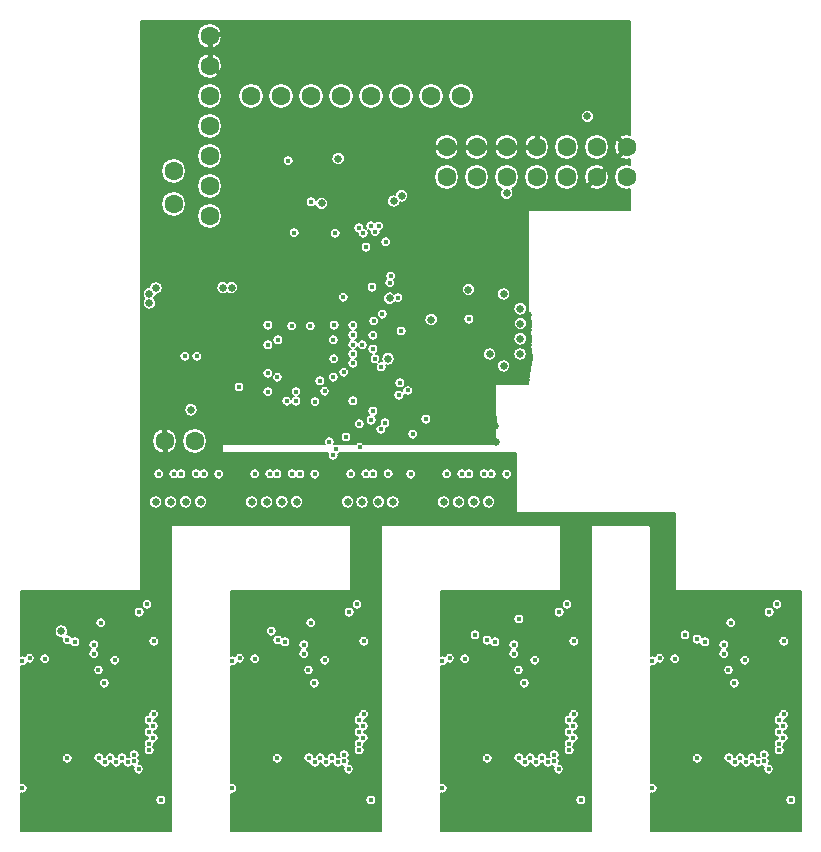
<source format=gbr>
G04 (created by PCBNEW-RS274X (2010-03-14)-final) date Thu 20 Jan 2011 12:09:15 PM EST*
G01*
G70*
G90*
%MOIN*%
G04 Gerber Fmt 3.4, Leading zero omitted, Abs format*
%FSLAX34Y34*%
G04 APERTURE LIST*
%ADD10C,0.001000*%
%ADD11C,0.063000*%
%ADD12C,0.016000*%
%ADD13C,0.025000*%
%ADD14C,0.010000*%
%ADD15C,0.015000*%
%ADD16C,0.005000*%
G04 APERTURE END LIST*
G54D10*
G54D11*
X22300Y10700D03*
X23300Y10700D03*
X23800Y24200D03*
X23800Y23200D03*
X23800Y22200D03*
X23800Y21200D03*
X23800Y20200D03*
X23800Y19200D03*
X23800Y18200D03*
X37700Y20500D03*
X37700Y19500D03*
X36700Y20500D03*
X36700Y19500D03*
X35700Y20500D03*
X35700Y19500D03*
X34700Y20500D03*
X34700Y19500D03*
X33700Y20500D03*
X33700Y19500D03*
X32700Y20500D03*
X32700Y19500D03*
X31700Y20500D03*
X31700Y19500D03*
X25190Y22210D03*
X26190Y22210D03*
X27190Y22210D03*
X28190Y22210D03*
X32190Y22210D03*
X31190Y22210D03*
X30190Y22210D03*
X29190Y22210D03*
X22600Y19700D03*
X22600Y18600D03*
G54D12*
X28571Y14226D03*
X28017Y10429D03*
X26308Y04007D03*
X26810Y09596D03*
X27168Y04643D03*
X28267Y12986D03*
X27922Y10221D03*
X41168Y04643D03*
X40308Y04007D03*
X33192Y09604D03*
X20168Y04643D03*
X29241Y13757D03*
X28893Y13902D03*
X29506Y11082D03*
X29522Y13174D03*
X29562Y14927D03*
X26424Y20046D03*
X29832Y16198D03*
X27987Y17620D03*
X30399Y12382D03*
X28927Y17617D03*
X30107Y12224D03*
X28776Y17806D03*
X29647Y11305D03*
X30077Y15478D03*
X29013Y17155D03*
X28575Y12037D03*
X31004Y11423D03*
X29319Y17680D03*
X29239Y11699D03*
X29169Y17869D03*
X26368Y12026D03*
X30140Y12639D03*
X29313Y13441D03*
X29267Y14701D03*
X29669Y17340D03*
G54D13*
X23500Y08676D03*
X26700Y08676D03*
X29904Y08668D03*
X33100Y08676D03*
G54D12*
X26623Y17647D03*
X29806Y15979D03*
X32444Y14757D03*
X28574Y13912D03*
X29240Y14216D03*
G54D13*
X33701Y18949D03*
G54D12*
X28574Y13589D03*
G54D13*
X29938Y18692D03*
X26204Y08672D03*
X29429Y08675D03*
X32604Y08672D03*
X23000Y08675D03*
G54D12*
X28575Y14550D03*
X27795Y10679D03*
G54D13*
X30200Y18876D03*
G54D12*
X19308Y04007D03*
X23599Y09608D03*
X20106Y00144D03*
X20303Y-00018D03*
X20495Y00138D03*
X20692Y-00014D03*
X20882Y00146D03*
X21083Y-00014D03*
X21431Y-00243D03*
X21291Y00018D03*
X21291Y00239D03*
X21786Y00397D03*
X21928Y00814D03*
X21785Y01007D03*
X21928Y01200D03*
X21783Y01397D03*
X21932Y01588D03*
X23352Y09610D03*
X19059Y04076D03*
X20637Y03386D03*
X21933Y04016D03*
X21453Y04989D03*
X22845Y09607D03*
G54D13*
X18858Y04355D03*
G54D12*
X22599Y09610D03*
X20296Y02623D03*
X18302Y03446D03*
X22102Y09607D03*
X20097Y03067D03*
X17798Y03451D03*
X27106Y00144D03*
X27303Y-00018D03*
X27495Y00138D03*
X27692Y-00014D03*
X27882Y00146D03*
X28083Y-00014D03*
X28431Y-00243D03*
X28291Y00018D03*
X28291Y00239D03*
X28786Y00397D03*
X21783Y00609D03*
X28783Y00609D03*
X28928Y00814D03*
X28785Y01007D03*
X28928Y01200D03*
X28783Y01397D03*
X28932Y01588D03*
X26552Y09610D03*
X26072Y04067D03*
X28453Y04989D03*
X28933Y04016D03*
X27637Y03386D03*
X26045Y09607D03*
X25858Y04355D03*
X25302Y03446D03*
X27296Y02623D03*
X25799Y09610D03*
X24798Y03451D03*
X27097Y03067D03*
X25302Y09607D03*
X34106Y00144D03*
X34303Y-00018D03*
X34495Y00138D03*
X34692Y-00014D03*
X34882Y00146D03*
X35083Y-00014D03*
X35431Y-00243D03*
X35291Y00018D03*
X35291Y00239D03*
X35786Y00397D03*
X35783Y00609D03*
X35928Y00814D03*
X35785Y01007D03*
X35928Y01200D03*
X35783Y01397D03*
X35932Y01588D03*
X28347Y10830D03*
G54D13*
X22500Y08668D03*
X25700Y08668D03*
X28887Y08666D03*
X32100Y08668D03*
G54D12*
X29752Y09610D03*
X33048Y04059D03*
X35453Y04989D03*
X35933Y04016D03*
X34637Y03386D03*
X29245Y09607D03*
X32650Y04239D03*
X28571Y13285D03*
X28798Y10483D03*
X33308Y04007D03*
X34107Y04765D03*
X32302Y03446D03*
X34296Y02623D03*
X28999Y09610D03*
X31798Y03451D03*
X34097Y03067D03*
X28502Y09607D03*
X41106Y00144D03*
X41303Y-00018D03*
X41495Y00138D03*
X41692Y-00014D03*
X41882Y00146D03*
X42083Y-00014D03*
X42431Y-00243D03*
X42291Y00018D03*
X42291Y00239D03*
X42786Y00397D03*
X42783Y00609D03*
X42928Y00814D03*
X42785Y01007D03*
X42928Y01200D03*
X42783Y01397D03*
X42932Y01588D03*
X28793Y11269D03*
X30569Y10923D03*
X29435Y17859D03*
G54D13*
X22000Y08668D03*
X25200Y08668D03*
X28398Y08672D03*
X31600Y08668D03*
G54D12*
X32952Y09610D03*
X40056Y04094D03*
X42453Y04989D03*
X42933Y04016D03*
X41637Y03386D03*
X32445Y09607D03*
X39650Y04239D03*
X39302Y03446D03*
X41296Y02623D03*
X32199Y09610D03*
X38798Y03451D03*
X41097Y03067D03*
X31702Y09607D03*
G54D13*
X34347Y12721D03*
X33841Y12721D03*
X33318Y11190D03*
X33164Y12401D03*
X31419Y10896D03*
X33171Y12797D03*
X33169Y13204D03*
X32059Y10699D03*
X33332Y10667D03*
G54D12*
X31596Y12439D03*
G54D13*
X31494Y11476D03*
X31853Y12042D03*
X32075Y13388D03*
X30760Y13396D03*
X23154Y14447D03*
X23159Y13895D03*
X23145Y15803D03*
X23830Y12858D03*
X22543Y12834D03*
X23830Y12519D03*
X23934Y11907D03*
X23960Y11399D03*
G54D12*
X25156Y10910D03*
X26499Y10654D03*
X26500Y13644D03*
X26735Y13803D03*
X26728Y13501D03*
X27261Y13803D03*
X27501Y13655D03*
X27258Y13492D03*
X30889Y12774D03*
G54D13*
X31190Y14261D03*
X22202Y11796D03*
X21976Y12067D03*
X22557Y12527D03*
G54D12*
X27955Y12329D03*
X23103Y09610D03*
X23849Y09593D03*
G54D13*
X32627Y24408D03*
X24854Y24415D03*
G54D12*
X26844Y14536D03*
X27472Y14541D03*
X26064Y14538D03*
X26375Y14858D03*
X25744Y13591D03*
X25747Y13294D03*
X26062Y12344D03*
X26057Y12022D03*
X26375Y11716D03*
X24813Y11422D03*
X27005Y12345D03*
X27926Y13132D03*
X27926Y13765D03*
X28272Y14545D03*
X27956Y14862D03*
X24823Y15788D03*
X27626Y12029D03*
X27627Y11409D03*
X28575Y11374D03*
X21276Y02380D03*
X21276Y01985D03*
X22391Y02194D03*
X22403Y02607D03*
X22391Y03008D03*
X19551Y03502D03*
X18707Y03465D03*
X21269Y03875D03*
X20648Y03166D03*
X20637Y03696D03*
X20172Y03696D03*
X22379Y03429D03*
X21987Y03594D03*
X22160Y05275D03*
X22387Y04651D03*
X18240Y01791D03*
X18243Y02191D03*
X18245Y02576D03*
X18545Y02845D03*
X18052Y03449D03*
X20276Y01575D03*
X19705Y00999D03*
X22348Y09611D03*
G54D13*
X22367Y-01901D03*
X17599Y-01896D03*
X24599Y-01896D03*
X29367Y-01901D03*
G54D12*
X25548Y09611D03*
X26705Y00999D03*
X27276Y01575D03*
X25052Y03449D03*
X25545Y02845D03*
X25245Y02576D03*
X25243Y02191D03*
X25240Y01791D03*
X29387Y04651D03*
X29160Y05275D03*
X28987Y03594D03*
X29379Y03429D03*
X27172Y03696D03*
X27637Y03696D03*
X27643Y03163D03*
X28269Y03875D03*
X25707Y03465D03*
X26551Y03502D03*
X29391Y03008D03*
X29403Y02607D03*
X29391Y02194D03*
X28276Y01985D03*
X28276Y02380D03*
X27049Y09593D03*
X26303Y09610D03*
G54D13*
X31599Y-01896D03*
X36367Y-01901D03*
G54D12*
X28748Y09611D03*
X33705Y00999D03*
X34276Y01575D03*
X32052Y03449D03*
X32545Y02845D03*
X32245Y02576D03*
X32243Y02191D03*
X32240Y01791D03*
X36387Y04651D03*
X36160Y05275D03*
X35987Y03594D03*
X36379Y03429D03*
X34172Y03696D03*
X34637Y03696D03*
X34643Y03157D03*
X35269Y03875D03*
X32707Y03465D03*
X33551Y03502D03*
X36391Y03008D03*
X36403Y02607D03*
X36391Y02194D03*
X35276Y01985D03*
X35276Y02380D03*
X30249Y09593D03*
X29503Y09610D03*
G54D13*
X38599Y-01896D03*
X43367Y-01901D03*
G54D12*
X31948Y09611D03*
X40705Y00999D03*
X41276Y01575D03*
X39052Y03449D03*
X39545Y02845D03*
X39245Y02576D03*
X39243Y02191D03*
X39240Y01791D03*
X43387Y04651D03*
X43160Y05275D03*
X42987Y03594D03*
X43379Y03429D03*
X41172Y03696D03*
X41637Y03696D03*
X41659Y03171D03*
X42269Y03875D03*
X39707Y03465D03*
X40551Y03502D03*
X43391Y03008D03*
X43403Y02607D03*
X43391Y02194D03*
X42276Y01985D03*
X42276Y02380D03*
X33449Y09593D03*
X32703Y09610D03*
G54D13*
X23145Y15803D03*
X23147Y15495D03*
X28445Y20106D03*
X30672Y18231D03*
X28139Y18598D03*
X25658Y20143D03*
X33936Y21504D03*
X34409Y13903D03*
X34406Y14391D03*
X34406Y14901D03*
G54D12*
X29526Y12851D03*
X24779Y12501D03*
X30189Y14362D03*
X27190Y18670D03*
G54D13*
X34156Y15108D03*
X34161Y14612D03*
X34156Y14107D03*
X34152Y13595D03*
G54D12*
X17558Y-00879D03*
X19061Y00117D03*
X26061Y00117D03*
X22174Y-01268D03*
X31558Y-00879D03*
X33061Y00117D03*
X36174Y-01268D03*
X40061Y00117D03*
X38558Y-00879D03*
X43174Y-01268D03*
X24547Y-00884D03*
X29174Y-01268D03*
X27475Y12705D03*
X27926Y12823D03*
X27951Y14557D03*
X26533Y14532D03*
X26071Y14073D03*
X26063Y12818D03*
G54D13*
X24241Y15810D03*
X24534Y15810D03*
G54D12*
X27163Y14535D03*
X25740Y14560D03*
X25739Y13902D03*
X25739Y12954D03*
X25741Y12345D03*
X26682Y12345D03*
X27631Y12354D03*
X28260Y15486D03*
X29216Y15828D03*
X29186Y11394D03*
X26679Y12024D03*
G54D13*
X29800Y15454D03*
X31190Y14748D03*
X32428Y15745D03*
X29748Y13441D03*
G54D12*
X27933Y13445D03*
X27928Y14074D03*
G54D13*
X36397Y21519D03*
X27534Y18618D03*
X28090Y20110D03*
G54D12*
X27314Y12013D03*
G54D13*
X22010Y15796D03*
X21794Y15607D03*
X21794Y15294D03*
X33132Y13592D03*
G54D12*
X22973Y13520D03*
X23368Y13516D03*
G54D13*
X23175Y11739D03*
G54D12*
X21714Y05251D03*
X19935Y03612D03*
X19939Y03911D03*
X17546Y03370D03*
X24099Y09594D03*
X27299Y09594D03*
X24546Y03370D03*
X26939Y03911D03*
X26935Y03612D03*
X28714Y05251D03*
X30499Y09594D03*
X31546Y03370D03*
X33939Y03911D03*
X33935Y03612D03*
X35714Y05251D03*
X33699Y09594D03*
X38546Y03370D03*
X40939Y03911D03*
X40935Y03612D03*
X42714Y05251D03*
G54D13*
X33601Y13205D03*
X33601Y15597D03*
G54D14*
X18052Y03449D02*
X18545Y02845D01*
X18545Y02845D02*
X18707Y03465D01*
X18707Y03465D02*
X19551Y03502D01*
X19551Y03502D02*
X20083Y03361D01*
X20083Y03361D02*
X20172Y03696D01*
X20172Y03696D02*
X20637Y03696D01*
X20637Y03696D02*
X21269Y03875D01*
X21269Y03875D02*
X22387Y04651D01*
X22387Y04651D02*
X22160Y05275D01*
X21269Y03875D02*
X21987Y03594D01*
X20648Y03166D02*
X20220Y03235D01*
X20220Y03235D02*
X20083Y03361D01*
X18545Y02845D02*
X18245Y02576D01*
X18245Y02576D02*
X18243Y02191D01*
X18243Y02191D02*
X18240Y01791D01*
X21276Y02380D02*
X21276Y01985D01*
X21276Y01985D02*
X20276Y01575D01*
X19705Y00999D02*
X20276Y01575D01*
X20648Y03166D02*
X21276Y02380D01*
X21276Y02380D02*
X22403Y02607D01*
X22403Y02607D02*
X22391Y03008D01*
X22391Y03008D02*
X22379Y03429D01*
X22379Y03429D02*
X21987Y03594D01*
X19705Y00999D02*
X19439Y-00515D01*
X19439Y-00515D02*
X17599Y-01896D01*
X19439Y-00515D02*
X22367Y-01901D01*
X26439Y-00515D02*
X29367Y-01901D01*
X26439Y-00515D02*
X24599Y-01896D01*
X26705Y00999D02*
X26439Y-00515D01*
X29379Y03429D02*
X28987Y03594D01*
X29391Y03008D02*
X29379Y03429D01*
X29403Y02607D02*
X29391Y03008D01*
X28276Y02380D02*
X29403Y02607D01*
X27643Y03163D02*
X28276Y02380D01*
X26705Y00999D02*
X27276Y01575D01*
X28276Y01985D02*
X27276Y01575D01*
X28276Y02380D02*
X28276Y01985D01*
X25243Y02191D02*
X25240Y01791D01*
X25245Y02576D02*
X25243Y02191D01*
X25545Y02845D02*
X25245Y02576D01*
X27220Y03235D02*
X27083Y03361D01*
X27643Y03163D02*
X27220Y03235D01*
X28269Y03875D02*
X28987Y03594D01*
X29387Y04651D02*
X29160Y05275D01*
X28269Y03875D02*
X29387Y04651D01*
X27637Y03696D02*
X28269Y03875D01*
X27172Y03696D02*
X27637Y03696D01*
X27083Y03361D02*
X27172Y03696D01*
X26551Y03502D02*
X27083Y03361D01*
X25707Y03465D02*
X26551Y03502D01*
X25545Y02845D02*
X25707Y03465D01*
X25052Y03449D02*
X25545Y02845D01*
X33439Y-00515D02*
X36367Y-01901D01*
X33439Y-00515D02*
X31599Y-01896D01*
X33705Y00999D02*
X33439Y-00515D01*
X36379Y03429D02*
X35987Y03594D01*
X36391Y03008D02*
X36379Y03429D01*
X36403Y02607D02*
X36391Y03008D01*
X35276Y02380D02*
X36403Y02607D01*
X34643Y03157D02*
X35276Y02380D01*
X33705Y00999D02*
X34276Y01575D01*
X35276Y01985D02*
X34276Y01575D01*
X35276Y02380D02*
X35276Y01985D01*
X32243Y02191D02*
X32240Y01791D01*
X32245Y02576D02*
X32243Y02191D01*
X32545Y02845D02*
X32245Y02576D01*
X34220Y03235D02*
X34083Y03361D01*
X34643Y03157D02*
X34220Y03235D01*
X35269Y03875D02*
X35987Y03594D01*
X36387Y04651D02*
X36160Y05275D01*
X35269Y03875D02*
X36387Y04651D01*
X34637Y03696D02*
X35269Y03875D01*
X34172Y03696D02*
X34637Y03696D01*
X34083Y03361D02*
X34172Y03696D01*
X33551Y03502D02*
X34083Y03361D01*
X32707Y03465D02*
X33551Y03502D01*
X32545Y02845D02*
X32707Y03465D01*
X32052Y03449D02*
X32545Y02845D01*
X40439Y-00515D02*
X43367Y-01901D01*
X40439Y-00515D02*
X38599Y-01896D01*
X40705Y00999D02*
X40439Y-00515D01*
X43379Y03429D02*
X42987Y03594D01*
X43391Y03008D02*
X43379Y03429D01*
X43403Y02607D02*
X43391Y03008D01*
X42276Y02380D02*
X43403Y02607D01*
X41659Y03171D02*
X42276Y02380D01*
X40705Y00999D02*
X41276Y01575D01*
X42276Y01985D02*
X41276Y01575D01*
X42276Y02380D02*
X42276Y01985D01*
X39243Y02191D02*
X39240Y01791D01*
X39245Y02576D02*
X39243Y02191D01*
X39545Y02845D02*
X39245Y02576D01*
X41220Y03235D02*
X41083Y03361D01*
X41659Y03171D02*
X41220Y03235D01*
X42269Y03875D02*
X42987Y03594D01*
X43387Y04651D02*
X43160Y05275D01*
X42269Y03875D02*
X43387Y04651D01*
X41637Y03696D02*
X42269Y03875D01*
X41172Y03696D02*
X41637Y03696D01*
X41083Y03361D02*
X41172Y03696D01*
X40551Y03502D02*
X41083Y03361D01*
X39707Y03465D02*
X40551Y03502D01*
X39545Y02845D02*
X39707Y03465D01*
X39052Y03449D02*
X39545Y02845D01*
X25658Y20143D02*
X26205Y19636D01*
X26205Y19636D02*
X28074Y18960D01*
X28074Y18960D02*
X28139Y18598D01*
X28074Y18960D02*
X28497Y19800D01*
X28497Y19800D02*
X28445Y20106D01*
X28139Y18598D02*
X29970Y18249D01*
X29970Y18249D02*
X30672Y18231D01*
G54D15*
X31700Y20500D02*
X32700Y20500D01*
X32584Y20500D02*
X33700Y20500D01*
X33700Y20500D02*
X34700Y20500D01*
X36700Y19500D02*
X37700Y20500D01*
X31700Y20500D02*
X31057Y20501D01*
X34700Y20500D02*
X34712Y21170D01*
X23800Y23200D02*
X23800Y24200D01*
X23800Y24200D02*
X24854Y24415D01*
X23800Y23200D02*
X24377Y22794D01*
X24377Y22794D02*
X24721Y21455D01*
X24721Y21455D02*
X25658Y20143D01*
X28445Y20106D02*
X31057Y20501D01*
X30672Y18231D02*
X30768Y14721D01*
X30768Y14721D02*
X30950Y14255D01*
X30950Y14255D02*
X31190Y14261D01*
X23145Y15803D02*
X23147Y15495D01*
X23147Y15495D02*
X23154Y14447D01*
X23154Y14447D02*
X23159Y13895D01*
X23159Y13895D02*
X23830Y13722D01*
X23830Y13722D02*
X23830Y12858D01*
X23830Y12858D02*
X23830Y12519D01*
X23830Y12519D02*
X23934Y11907D01*
X23934Y11907D02*
X24813Y11422D01*
X24813Y11422D02*
X25156Y10910D01*
X26499Y10654D02*
X25156Y10910D01*
X26499Y10654D02*
X26375Y11716D01*
X26375Y11716D02*
X26057Y12022D01*
X26057Y12022D02*
X26062Y12344D01*
X26062Y12344D02*
X26780Y12673D01*
X27005Y12345D02*
X26780Y12673D01*
X26375Y11716D02*
X27627Y11409D01*
X27626Y12029D02*
X27627Y11409D01*
X27626Y12029D02*
X27955Y12329D01*
G54D16*
X27926Y13132D02*
X28139Y12853D01*
X28139Y12853D02*
X28102Y12498D01*
X28102Y12498D02*
X27955Y12329D01*
X27926Y13132D02*
X27727Y13428D01*
X27727Y13428D02*
X27744Y13718D01*
X27744Y13718D02*
X27926Y13765D01*
X27501Y13655D02*
X27744Y13718D01*
X27261Y13803D02*
X27501Y13655D01*
X27261Y13803D02*
X26735Y13803D01*
X26735Y13803D02*
X26500Y13644D01*
X26500Y13644D02*
X25744Y13591D01*
X26735Y13803D02*
X26064Y14538D01*
X26064Y14538D02*
X26375Y14858D01*
X26375Y14858D02*
X26842Y14703D01*
X26842Y14703D02*
X26844Y14536D01*
X26844Y14536D02*
X27053Y14340D01*
X27053Y14340D02*
X27378Y14351D01*
X27378Y14351D02*
X27472Y14541D01*
X27472Y14541D02*
X27956Y14862D01*
X27956Y14862D02*
X28272Y14545D01*
X28272Y14545D02*
X28139Y14003D01*
X28139Y14003D02*
X27926Y13765D01*
G54D15*
X30950Y14255D02*
X30760Y13396D01*
X30760Y13396D02*
X32075Y13388D01*
X30889Y12774D02*
X30760Y13396D01*
X30889Y12774D02*
X31596Y12439D01*
X31596Y12439D02*
X31853Y12042D01*
X31853Y12042D02*
X31494Y11476D01*
X31494Y11476D02*
X31419Y10896D01*
X31419Y10896D02*
X32059Y10699D01*
X33318Y11190D02*
X32059Y10699D01*
X33318Y11190D02*
X33164Y12401D01*
X33164Y12401D02*
X33171Y12797D01*
X33171Y12797D02*
X33169Y13204D01*
X33171Y12797D02*
X33841Y12721D01*
X33841Y12721D02*
X34347Y12721D01*
X33169Y13204D02*
X32075Y13388D01*
X30672Y18231D02*
X35841Y18739D01*
X35841Y18739D02*
X36700Y19500D01*
X34712Y21170D02*
X37094Y21161D01*
X37094Y21161D02*
X37700Y20500D01*
X33480Y23594D02*
X32627Y24408D01*
X33936Y21504D02*
X34712Y21170D01*
X33936Y21504D02*
X33480Y23594D01*
X22300Y10700D02*
X22202Y11796D01*
X22202Y11796D02*
X22557Y12527D01*
X22557Y12527D02*
X23830Y12519D01*
X22300Y10700D02*
X22348Y09611D01*
X22902Y10041D02*
X23100Y09900D01*
X23100Y09900D02*
X23103Y09610D01*
X23100Y09900D02*
X23850Y09900D01*
X23850Y09900D02*
X23849Y09593D01*
X23850Y09900D02*
X25550Y09900D01*
X25550Y09900D02*
X26300Y09900D01*
X26300Y09900D02*
X27050Y09900D01*
X27050Y09900D02*
X28750Y09900D01*
X28750Y09900D02*
X29500Y09900D01*
X29500Y09900D02*
X30250Y09900D01*
X30250Y09900D02*
X31950Y09900D01*
X31950Y09900D02*
X32700Y09900D01*
X32700Y09900D02*
X33450Y09900D01*
X33450Y09900D02*
X33449Y09593D01*
X32700Y09900D02*
X32703Y09610D01*
X31950Y09900D02*
X31948Y09611D01*
X30250Y09900D02*
X30249Y09593D01*
X29500Y09900D02*
X29503Y09610D01*
X28750Y09900D02*
X28748Y09611D01*
X27050Y09900D02*
X27049Y09593D01*
X26300Y09900D02*
X26303Y09610D01*
X25550Y09900D02*
X25548Y09611D01*
X23849Y09593D02*
X23774Y08487D01*
X23774Y08487D02*
X22450Y07971D01*
X22026Y07283D02*
X22160Y05275D01*
X27049Y09593D02*
X27129Y08956D01*
X27129Y08956D02*
X29159Y07867D01*
X30341Y08613D02*
X30249Y09593D01*
X30341Y08613D02*
X33346Y08125D01*
X35213Y05270D02*
X35269Y03875D01*
X33449Y09593D02*
X33367Y09250D01*
X33379Y08210D02*
X38779Y07928D01*
X38779Y07928D02*
X39191Y05711D01*
X41157Y04104D02*
X41172Y03696D01*
X34347Y12721D02*
X34491Y13499D01*
X34491Y13499D02*
X34409Y13903D01*
X34409Y13903D02*
X34442Y14108D01*
X34406Y14391D02*
X34442Y14593D01*
X34442Y14593D02*
X34406Y14901D01*
X34442Y14108D02*
X34406Y14391D01*
X23934Y11907D02*
X23960Y11399D01*
G54D14*
X23147Y15495D02*
X24644Y15477D01*
X24644Y15477D02*
X24823Y15788D01*
X24823Y15788D02*
X26375Y14858D01*
G54D15*
X29526Y12851D02*
X30612Y12882D01*
X30612Y12882D02*
X30889Y12774D01*
X29526Y12851D02*
X28102Y12498D01*
X39191Y05711D02*
X41157Y04104D01*
X29159Y07867D02*
X29160Y05275D01*
X33346Y08125D02*
X35743Y08077D01*
X35743Y08077D02*
X35707Y05596D01*
X35707Y05596D02*
X35213Y05270D01*
X22450Y07971D02*
X22026Y07283D01*
X33449Y09593D02*
X33447Y09397D01*
X33447Y09397D02*
X33156Y09333D01*
X33367Y09250D02*
X33379Y08210D01*
X22902Y10041D02*
X22330Y10017D01*
G54D10*
G36*
X42619Y04920D02*
X42633Y04989D01*
X42783Y05085D01*
X42619Y04920D01*
X42619Y04920D01*
G37*
G54D16*
X42619Y04920D02*
X42633Y04989D01*
X42783Y05085D01*
X42619Y04920D01*
G54D10*
G36*
X42778Y-01589D02*
X42778Y-02300D01*
X41333Y-01589D01*
X42778Y-01589D01*
X42778Y-01589D01*
G37*
G54D16*
X42778Y-01589D02*
X42778Y-02300D01*
X41333Y-01589D01*
X42778Y-01589D01*
G54D10*
G36*
X43098Y01519D02*
X43112Y01588D01*
X43500Y01263D01*
X43098Y01519D01*
X43098Y01519D01*
G37*
G54D16*
X43098Y01519D02*
X43112Y01588D01*
X43500Y01263D01*
X43098Y01519D01*
G54D10*
G36*
X41706Y03220D02*
X41764Y03259D01*
X41476Y02623D01*
X41706Y03220D01*
X41706Y03220D01*
G37*
G54D16*
X41706Y03220D02*
X41764Y03259D01*
X41476Y02623D01*
X41706Y03220D01*
G54D10*
G36*
X41333Y-01589D02*
X42778Y-02300D01*
X41333Y-02300D01*
X41333Y-01589D01*
X41333Y-01589D01*
G37*
G54D16*
X41333Y-01589D02*
X42778Y-02300D01*
X41333Y-02300D01*
X41333Y-01589D01*
G54D10*
G36*
X42778Y05516D02*
X42645Y05417D01*
X42778Y05700D01*
X42778Y05516D01*
X42778Y05516D01*
G37*
G54D16*
X42778Y05516D02*
X42645Y05417D01*
X42778Y05700D01*
X42778Y05516D01*
G54D10*
G36*
X39889Y-01589D02*
X41176Y-00145D01*
X41333Y-01589D01*
X39889Y-01589D01*
X39889Y-01589D01*
G37*
G54D16*
X39889Y-01589D02*
X41176Y-00145D01*
X41333Y-01589D01*
X39889Y-01589D01*
G54D10*
G36*
X40979Y00271D02*
X40130Y00283D01*
X39889Y01253D01*
X40979Y00271D01*
X40979Y00271D01*
G37*
G54D16*
X40979Y00271D02*
X40130Y00283D01*
X39889Y01253D01*
X40979Y00271D01*
G54D10*
G36*
X39889Y05516D02*
X39889Y05700D01*
X41333Y05516D01*
X39889Y05516D01*
X39889Y05516D01*
G37*
G54D16*
X39889Y05516D02*
X39889Y05700D01*
X41333Y05516D01*
X39889Y05516D01*
G54D10*
G36*
X38500Y01215D02*
X38500Y01307D01*
X39889Y01253D01*
X38500Y01215D01*
X38500Y01215D01*
G37*
G54D16*
X38500Y01215D02*
X38500Y01307D01*
X39889Y01253D01*
X38500Y01215D01*
G54D10*
G36*
X39876Y04094D02*
X39816Y04170D01*
X39890Y04163D01*
X39876Y04094D01*
X39876Y04094D01*
G37*
G54D16*
X39876Y04094D02*
X39816Y04170D01*
X39890Y04163D01*
X39876Y04094D01*
G54D10*
G36*
X37700Y20929D02*
X37000Y21147D01*
X37800Y20958D01*
X37700Y20929D01*
X37700Y20929D01*
G37*
G54D16*
X37700Y20929D02*
X37000Y21147D01*
X37800Y20958D01*
X37700Y20929D01*
G54D10*
G36*
X37000Y22568D02*
X37800Y23989D01*
X37800Y22568D01*
X37000Y22568D01*
X37000Y22568D01*
G37*
G54D16*
X37000Y22568D02*
X37800Y23989D01*
X37800Y22568D01*
X37000Y22568D01*
G54D10*
G36*
X34111Y-01589D02*
X35304Y-00370D01*
X35556Y-01589D01*
X34111Y-01589D01*
X34111Y-01589D01*
G37*
G54D16*
X34111Y-01589D02*
X35304Y-00370D01*
X35556Y-01589D01*
X34111Y-01589D01*
G54D10*
G36*
X35556Y04095D02*
X34706Y03552D01*
X34234Y04638D01*
X35556Y04095D01*
X35556Y04095D01*
G37*
G54D16*
X35556Y04095D02*
X34706Y03552D01*
X34234Y04638D01*
X35556Y04095D01*
G54D10*
G36*
X36500Y06937D02*
X36500Y05456D01*
X35500Y05700D01*
X36500Y06937D01*
X36500Y06937D01*
G37*
G54D16*
X36500Y06937D02*
X36500Y05456D01*
X35500Y05700D01*
X36500Y06937D01*
G54D10*
G36*
X35556Y06937D02*
X35500Y07900D01*
X36500Y07900D01*
X35556Y06937D01*
X35556Y06937D01*
G37*
G54D16*
X35556Y06937D02*
X35500Y07900D01*
X36500Y07900D01*
X35556Y06937D01*
G54D10*
G36*
X37800Y22568D02*
X37800Y20958D01*
X37000Y21147D01*
X37800Y22568D01*
X37800Y22568D01*
G37*
G54D16*
X37800Y22568D02*
X37800Y20958D01*
X37000Y21147D01*
X37800Y22568D01*
G54D10*
G36*
X37000Y21147D02*
X36700Y20929D01*
X36558Y21358D01*
X37000Y21147D01*
X37000Y21147D01*
G37*
G54D16*
X37000Y21147D02*
X36700Y20929D01*
X36558Y21358D01*
X37000Y21147D01*
G54D10*
G36*
X37000Y23989D02*
X37800Y23989D01*
X37000Y22568D01*
X37000Y23989D01*
X37000Y23989D01*
G37*
G54D16*
X37000Y23989D02*
X37800Y23989D01*
X37000Y22568D01*
X37000Y23989D01*
G54D10*
G36*
X37000Y22568D02*
X35556Y22568D01*
X37000Y23989D01*
X37000Y22568D01*
X37000Y22568D01*
G37*
G54D16*
X37000Y22568D02*
X35556Y22568D01*
X37000Y23989D01*
X37000Y22568D01*
G54D10*
G36*
X35556Y23989D02*
X34111Y23989D01*
X35556Y24700D01*
X35556Y23989D01*
X35556Y23989D01*
G37*
G54D16*
X35556Y23989D02*
X34111Y23989D01*
X35556Y24700D01*
X35556Y23989D01*
G54D10*
G36*
X35556Y-01589D02*
X35556Y-02300D01*
X34111Y-01589D01*
X35556Y-01589D01*
X35556Y-01589D01*
G37*
G54D16*
X35556Y-01589D02*
X35556Y-02300D01*
X34111Y-01589D01*
X35556Y-01589D01*
G54D10*
G36*
X35556Y02674D02*
X34817Y03386D01*
X35806Y03889D01*
X35556Y02674D01*
X35556Y02674D01*
G37*
G54D16*
X35556Y02674D02*
X34817Y03386D01*
X35806Y03889D01*
X35556Y02674D01*
G54D10*
G36*
X32667Y-00168D02*
X31500Y-00168D01*
X32895Y00186D01*
X32667Y-00168D01*
X32667Y-00168D01*
G37*
G54D16*
X32667Y-00168D02*
X31500Y-00168D01*
X32895Y00186D01*
X32667Y-00168D01*
G54D10*
G36*
X35500Y07900D02*
X34111Y08300D01*
X35549Y08300D01*
X35500Y07900D01*
X35500Y07900D01*
G37*
G54D16*
X35500Y07900D02*
X34111Y08300D01*
X35549Y08300D01*
X35500Y07900D01*
G54D10*
G36*
X34400Y12600D02*
X34313Y13434D01*
X34400Y13480D01*
X34400Y12600D01*
X34400Y12600D01*
G37*
G54D16*
X34400Y12600D02*
X34313Y13434D01*
X34400Y13480D01*
X34400Y12600D01*
G54D10*
G36*
X34156Y14880D02*
X34243Y14898D01*
X34161Y14840D01*
X34156Y14880D01*
X34156Y14880D01*
G37*
G54D16*
X34156Y14880D02*
X34243Y14898D01*
X34161Y14840D01*
X34156Y14880D01*
G54D10*
G36*
X34111Y15463D02*
X33811Y15684D01*
X34400Y15463D01*
X34111Y15463D01*
X34111Y15463D01*
G37*
G54D16*
X34111Y15463D02*
X33811Y15684D01*
X34400Y15463D01*
X34111Y15463D01*
G54D10*
G36*
X34111Y16884D02*
X34111Y18305D01*
X34400Y16884D01*
X34111Y16884D01*
X34111Y16884D01*
G37*
G54D16*
X34111Y16884D02*
X34111Y18305D01*
X34400Y16884D01*
X34111Y16884D01*
G54D10*
G36*
X35556Y21147D02*
X34700Y20929D01*
X35556Y22568D01*
X35556Y21147D01*
X35556Y21147D01*
G37*
G54D16*
X35556Y21147D02*
X34700Y20929D01*
X35556Y22568D01*
X35556Y21147D01*
G54D10*
G36*
X37000Y23989D02*
X35556Y22568D01*
X35556Y23989D01*
X37000Y23989D01*
X37000Y23989D01*
G37*
G54D16*
X37000Y23989D02*
X35556Y22568D01*
X35556Y23989D01*
X37000Y23989D01*
G54D10*
G36*
X35556Y22568D02*
X34111Y22568D01*
X35556Y23989D01*
X35556Y22568D01*
X35556Y22568D01*
G37*
G54D16*
X35556Y22568D02*
X34111Y22568D01*
X35556Y23989D01*
X35556Y22568D01*
G54D10*
G36*
X32667Y23989D02*
X33389Y24700D01*
X34111Y23989D01*
X32667Y23989D01*
X32667Y23989D01*
G37*
G54D16*
X32667Y23989D02*
X33389Y24700D01*
X34111Y23989D01*
X32667Y23989D01*
G54D10*
G36*
X34372Y-00184D02*
X34692Y-00194D01*
X34111Y-01589D01*
X34372Y-00184D01*
X34372Y-00184D01*
G37*
G54D16*
X34372Y-00184D02*
X34692Y-00194D01*
X34111Y-01589D01*
X34372Y-00184D01*
G54D10*
G36*
X34111Y-01589D02*
X34111Y-02300D01*
X32667Y-02300D01*
X34111Y-01589D01*
X34111Y-01589D01*
G37*
G54D16*
X34111Y-01589D02*
X34111Y-02300D01*
X32667Y-02300D01*
X34111Y-01589D01*
G54D10*
G36*
X32667Y-00168D02*
X33061Y-00063D01*
X32667Y-01589D01*
X32667Y-00168D01*
X32667Y-00168D01*
G37*
G54D16*
X32667Y-00168D02*
X33061Y-00063D01*
X32667Y-01589D01*
X32667Y-00168D01*
G54D10*
G36*
X35556Y06937D02*
X36500Y07900D01*
X36500Y06937D01*
X35556Y06937D01*
X35556Y06937D01*
G37*
G54D16*
X35556Y06937D02*
X36500Y07900D01*
X36500Y06937D01*
X35556Y06937D01*
G54D10*
G36*
X32667Y11200D02*
X33300Y12600D01*
X33300Y11200D01*
X32667Y11200D01*
X32667Y11200D01*
G37*
G54D16*
X32667Y11200D02*
X33300Y12600D01*
X33300Y11200D01*
X32667Y11200D01*
G54D10*
G36*
X34400Y16884D02*
X34400Y15463D01*
X33762Y15758D01*
X34400Y16884D01*
X34400Y16884D01*
G37*
G54D16*
X34400Y16884D02*
X34400Y15463D01*
X33762Y15758D01*
X34400Y16884D01*
G54D10*
G36*
X34111Y15463D02*
X34069Y15318D01*
X33811Y15510D01*
X34111Y15463D01*
X34111Y15463D01*
G37*
G54D16*
X34111Y15463D02*
X34069Y15318D01*
X33811Y15510D01*
X34111Y15463D01*
G54D10*
G36*
X34400Y18400D02*
X34400Y16884D01*
X34111Y18305D01*
X34400Y18400D01*
X34400Y18400D01*
G37*
G54D16*
X34400Y18400D02*
X34400Y16884D01*
X34111Y18305D01*
X34400Y18400D01*
G54D10*
G36*
X34111Y16884D02*
X32667Y16884D01*
X34111Y18305D01*
X34111Y16884D01*
X34111Y16884D01*
G37*
G54D16*
X34111Y16884D02*
X32667Y16884D01*
X34111Y18305D01*
X34111Y16884D01*
G54D10*
G36*
X34304Y19664D02*
X34271Y19500D01*
X34096Y19664D01*
X34304Y19664D01*
X34304Y19664D01*
G37*
G54D16*
X34304Y19664D02*
X34271Y19500D01*
X34096Y19664D01*
X34304Y19664D01*
G54D10*
G36*
X35556Y22568D02*
X34700Y20929D01*
X34111Y22568D01*
X35556Y22568D01*
X35556Y22568D01*
G37*
G54D16*
X35556Y22568D02*
X34700Y20929D01*
X34111Y22568D01*
X35556Y22568D01*
G54D10*
G36*
X33700Y20929D02*
X32586Y22046D01*
X34111Y21147D01*
X33700Y20929D01*
X33700Y20929D01*
G37*
G54D16*
X33700Y20929D02*
X32586Y22046D01*
X34111Y21147D01*
X33700Y20929D01*
G54D10*
G36*
X35556Y23989D02*
X34111Y22568D01*
X34111Y23989D01*
X35556Y23989D01*
X35556Y23989D01*
G37*
G54D16*
X35556Y23989D02*
X34111Y22568D01*
X34111Y23989D01*
X35556Y23989D01*
G54D10*
G36*
X34111Y22568D02*
X32667Y22568D01*
X34111Y23989D01*
X34111Y22568D01*
X34111Y22568D01*
G37*
G54D16*
X34111Y22568D02*
X32667Y22568D01*
X34111Y23989D01*
X34111Y22568D01*
G54D10*
G36*
X32667Y10600D02*
X31453Y10600D01*
X32667Y11200D01*
X32667Y10600D01*
X32667Y10600D01*
G37*
G54D16*
X32667Y10600D02*
X31453Y10600D01*
X32667Y11200D01*
X32667Y10600D01*
G54D10*
G36*
X32667Y-01589D02*
X33130Y-00049D01*
X34111Y-01589D01*
X32667Y-01589D01*
X32667Y-01589D01*
G37*
G54D16*
X32667Y-01589D02*
X33130Y-00049D01*
X34111Y-01589D01*
X32667Y-01589D01*
G54D10*
G36*
X32667Y02674D02*
X32468Y03377D01*
X33239Y03841D01*
X32667Y02674D01*
X32667Y02674D01*
G37*
G54D16*
X32667Y02674D02*
X32468Y03377D01*
X33239Y03841D01*
X32667Y02674D01*
G54D10*
G36*
X32667Y05516D02*
X32667Y05700D01*
X34111Y05700D01*
X32667Y05516D01*
X32667Y05516D01*
G37*
G54D16*
X32667Y05516D02*
X32667Y05700D01*
X34111Y05700D01*
X32667Y05516D01*
G54D10*
G36*
X31500Y05700D02*
X32667Y05516D01*
X31500Y05270D01*
X31500Y05700D01*
X31500Y05700D01*
G37*
G54D16*
X31500Y05700D02*
X32667Y05516D01*
X31500Y05270D01*
X31500Y05700D01*
G54D10*
G36*
X34000Y08300D02*
X33310Y08589D01*
X34000Y08403D01*
X34000Y08300D01*
X34000Y08300D01*
G37*
G54D16*
X34000Y08300D02*
X33310Y08589D01*
X34000Y08403D01*
X34000Y08300D01*
G54D10*
G36*
X31687Y08458D02*
X31723Y07900D01*
X31600Y08440D01*
X31687Y08458D01*
X31687Y08458D01*
G37*
G54D16*
X31687Y08458D02*
X31723Y07900D01*
X31600Y08440D01*
X31687Y08458D01*
G54D10*
G36*
X34111Y12621D02*
X34400Y12600D01*
X34111Y12600D01*
X34111Y12621D01*
X34111Y12621D01*
G37*
G54D16*
X34111Y12621D02*
X34400Y12600D01*
X34111Y12600D01*
X34111Y12621D01*
G54D10*
G36*
X31222Y11200D02*
X31184Y11423D01*
X32667Y11200D01*
X31222Y11200D01*
X31222Y11200D01*
G37*
G54D16*
X31222Y11200D02*
X31184Y11423D01*
X32667Y11200D01*
X31222Y11200D01*
G54D10*
G36*
X32905Y13592D02*
X32922Y13505D01*
X31222Y14042D01*
X32905Y13592D01*
X32905Y13592D01*
G37*
G54D16*
X32905Y13592D02*
X32922Y13505D01*
X31222Y14042D01*
X32905Y13592D01*
G54D10*
G36*
X31222Y14042D02*
X32317Y14630D01*
X32667Y14042D01*
X31222Y14042D01*
X31222Y14042D01*
G37*
G54D16*
X31222Y14042D02*
X32317Y14630D01*
X32667Y14042D01*
X31222Y14042D01*
G54D10*
G36*
X34111Y16884D02*
X34400Y16884D01*
X33762Y15758D01*
X34111Y16884D01*
X34111Y16884D01*
G37*
G54D16*
X34111Y16884D02*
X34400Y16884D01*
X33762Y15758D01*
X34111Y16884D01*
G54D10*
G36*
X32667Y15463D02*
X32444Y14937D01*
X32428Y15517D01*
X32667Y15463D01*
X32667Y15463D01*
G37*
G54D16*
X32667Y15463D02*
X32444Y14937D01*
X32428Y15517D01*
X32667Y15463D01*
G54D10*
G36*
X34111Y18305D02*
X32667Y16884D01*
X32667Y18305D01*
X34111Y18305D01*
X34111Y18305D01*
G37*
G54D16*
X34111Y18305D02*
X32667Y16884D01*
X32667Y18305D01*
X34111Y18305D01*
G54D10*
G36*
X32667Y16884D02*
X31222Y16884D01*
X32667Y18305D01*
X32667Y16884D01*
X32667Y16884D01*
G37*
G54D16*
X32667Y16884D02*
X31222Y16884D01*
X32667Y18305D01*
X32667Y16884D01*
G54D10*
G36*
X32667Y21147D02*
X32864Y20896D01*
X32700Y20929D01*
X32667Y21147D01*
X32667Y21147D01*
G37*
G54D16*
X32667Y21147D02*
X32864Y20896D01*
X32700Y20929D01*
X32667Y21147D01*
G54D10*
G36*
X34111Y22568D02*
X34111Y21147D01*
X32586Y22046D01*
X34111Y22568D01*
X34111Y22568D01*
G37*
G54D16*
X34111Y22568D02*
X34111Y21147D01*
X32586Y22046D01*
X34111Y22568D01*
G54D10*
G36*
X32397Y20803D02*
X32003Y20803D01*
X32667Y21147D01*
X32397Y20803D01*
X32397Y20803D01*
G37*
G54D16*
X32397Y20803D02*
X32003Y20803D01*
X32667Y21147D01*
X32397Y20803D01*
G54D10*
G36*
X34111Y23989D02*
X32667Y22568D01*
X32667Y23989D01*
X34111Y23989D01*
X34111Y23989D01*
G37*
G54D16*
X34111Y23989D02*
X32667Y22568D01*
X32667Y23989D01*
X34111Y23989D01*
G54D10*
G36*
X31500Y-00168D02*
X31500Y01253D01*
X32895Y00186D01*
X31500Y-00168D01*
X31500Y-00168D01*
G37*
G54D16*
X31500Y-00168D02*
X31500Y01253D01*
X32895Y00186D01*
X31500Y-00168D01*
G54D10*
G36*
X32667Y02674D02*
X32667Y01253D01*
X31500Y01253D01*
X32667Y02674D01*
X32667Y02674D01*
G37*
G54D16*
X32667Y02674D02*
X32667Y01253D01*
X31500Y01253D01*
X32667Y02674D01*
G54D10*
G36*
X31500Y-00608D02*
X31500Y-00168D01*
X31627Y-00713D01*
X31500Y-00608D01*
X31500Y-00608D01*
G37*
G54D16*
X31500Y-00608D02*
X31500Y-00168D01*
X31627Y-00713D01*
X31500Y-00608D01*
G54D10*
G36*
X31184Y11423D02*
X31170Y11492D01*
X32667Y11200D01*
X31184Y11423D01*
X31184Y11423D01*
G37*
G54D16*
X31184Y11423D02*
X31170Y11492D01*
X32667Y11200D01*
X31184Y11423D01*
G54D10*
G36*
X31004Y11243D02*
X31222Y11200D01*
X30749Y10923D01*
X31004Y11243D01*
X31004Y11243D01*
G37*
G54D16*
X31004Y11243D02*
X31222Y11200D01*
X30749Y10923D01*
X31004Y11243D01*
G54D10*
G36*
X32667Y14042D02*
X32905Y13592D01*
X31222Y14042D01*
X32667Y14042D01*
X32667Y14042D01*
G37*
G54D16*
X32667Y14042D02*
X32905Y13592D01*
X31222Y14042D01*
X32667Y14042D01*
G54D10*
G36*
X28702Y12164D02*
X29453Y13008D01*
X29778Y12621D01*
X28702Y12164D01*
X28702Y12164D01*
G37*
G54D16*
X28702Y12164D02*
X29453Y13008D01*
X29778Y12621D01*
X28702Y12164D01*
G54D10*
G36*
X32667Y18305D02*
X31222Y16884D01*
X31222Y18305D01*
X32667Y18305D01*
X32667Y18305D01*
G37*
G54D16*
X32667Y18305D02*
X31222Y16884D01*
X31222Y18305D01*
X32667Y18305D01*
G54D10*
G36*
X29778Y16884D02*
X29179Y17086D01*
X29600Y17174D01*
X29778Y16884D01*
X29778Y16884D01*
G37*
G54D16*
X29778Y16884D02*
X29179Y17086D01*
X29600Y17174D01*
X29778Y16884D01*
G54D10*
G36*
X31864Y20896D02*
X31700Y20929D01*
X32026Y21814D01*
X31864Y20896D01*
X31864Y20896D01*
G37*
G54D16*
X31864Y20896D02*
X31700Y20929D01*
X32026Y21814D01*
X31864Y20896D01*
G54D10*
G36*
X31190Y22639D02*
X31222Y23989D01*
X31354Y22606D01*
X31190Y22639D01*
X31190Y22639D01*
G37*
G54D16*
X31190Y22639D02*
X31222Y23989D01*
X31354Y22606D01*
X31190Y22639D01*
G54D10*
G36*
X31222Y23989D02*
X30354Y22606D01*
X29778Y23989D01*
X31222Y23989D01*
X31222Y23989D01*
G37*
G54D16*
X31222Y23989D02*
X30354Y22606D01*
X29778Y23989D01*
X31222Y23989D01*
G54D10*
G36*
X28500Y07900D02*
X28887Y08438D01*
X29500Y07900D01*
X28500Y07900D01*
X28500Y07900D01*
G37*
G54D16*
X28500Y07900D02*
X28887Y08438D01*
X29500Y07900D01*
X28500Y07900D01*
G54D10*
G36*
X28333Y05516D02*
X26889Y05516D01*
X28333Y05700D01*
X28333Y05516D01*
X28333Y05516D01*
G37*
G54D16*
X28333Y05516D02*
X26889Y05516D01*
X28333Y05700D01*
X28333Y05516D01*
G54D10*
G36*
X29778Y16884D02*
X29835Y17271D01*
X31222Y16884D01*
X29778Y16884D01*
X29778Y16884D01*
G37*
G54D16*
X29778Y16884D02*
X29835Y17271D01*
X31222Y16884D01*
X29778Y16884D01*
G54D10*
G36*
X31222Y19726D02*
X31397Y20197D01*
X31397Y19803D01*
X31222Y19726D01*
X31222Y19726D01*
G37*
G54D16*
X31222Y19726D02*
X31397Y20197D01*
X31397Y19803D01*
X31222Y19726D01*
G54D10*
G36*
X29778Y19726D02*
X29777Y18853D01*
X28333Y19726D01*
X29778Y19726D01*
X29778Y19726D01*
G37*
G54D16*
X29778Y19726D02*
X29777Y18853D01*
X28333Y19726D01*
X29778Y19726D01*
G54D10*
G36*
X28318Y20110D02*
X28300Y20197D01*
X29778Y19726D01*
X28318Y20110D01*
X28318Y20110D01*
G37*
G54D16*
X28318Y20110D02*
X28300Y20197D01*
X29778Y19726D01*
X28318Y20110D01*
G54D10*
G36*
X27692Y-00194D02*
X28304Y-00370D01*
X28333Y-01589D01*
X27692Y-00194D01*
X27692Y-00194D01*
G37*
G54D16*
X27692Y-00194D02*
X28304Y-00370D01*
X28333Y-01589D01*
X27692Y-00194D01*
G54D10*
G36*
X28333Y-01589D02*
X28333Y-02300D01*
X26889Y-01589D01*
X28333Y-01589D01*
X28333Y-01589D01*
G37*
G54D16*
X28333Y-01589D02*
X28333Y-02300D01*
X26889Y-01589D01*
X28333Y-01589D01*
G54D10*
G36*
X28806Y03889D02*
X28864Y03850D01*
X27817Y03386D01*
X28806Y03889D01*
X28806Y03889D01*
G37*
G54D16*
X28806Y03889D02*
X28864Y03850D01*
X27817Y03386D01*
X28806Y03889D01*
G54D10*
G36*
X28333Y04095D02*
X27334Y04574D01*
X28326Y04862D01*
X28333Y04095D01*
X28333Y04095D01*
G37*
G54D16*
X28333Y04095D02*
X27334Y04574D01*
X28326Y04862D01*
X28333Y04095D01*
G54D10*
G36*
X29778Y08358D02*
X29817Y08458D01*
X29904Y08440D01*
X29778Y08358D01*
X29778Y08358D01*
G37*
G54D16*
X29778Y08358D02*
X29817Y08458D01*
X29904Y08440D01*
X29778Y08358D01*
G54D10*
G36*
X28088Y10152D02*
X28102Y10221D01*
X28145Y10300D01*
X28088Y10152D01*
X28088Y10152D01*
G37*
G54D16*
X28088Y10152D02*
X28102Y10221D01*
X28145Y10300D01*
X28088Y10152D01*
G54D10*
G36*
X28333Y09779D02*
X28433Y09773D01*
X28375Y09734D01*
X28333Y09779D01*
X28333Y09779D01*
G37*
G54D16*
X28333Y09779D02*
X28433Y09773D01*
X28375Y09734D01*
X28333Y09779D01*
G54D10*
G36*
X28433Y12917D02*
X28644Y12203D01*
X28394Y12859D01*
X28433Y12917D01*
X28433Y12917D01*
G37*
G54D16*
X28433Y12917D02*
X28644Y12203D01*
X28394Y12859D01*
X28433Y12917D01*
G54D10*
G36*
X31222Y16884D02*
X31222Y15463D01*
X30012Y16198D01*
X31222Y16884D01*
X31222Y16884D01*
G37*
G54D16*
X31222Y16884D02*
X31222Y15463D01*
X30012Y16198D01*
X31222Y16884D01*
G54D10*
G36*
X28409Y14619D02*
X28131Y14557D01*
X28117Y14626D01*
X28409Y14619D01*
X28409Y14619D01*
G37*
G54D16*
X28409Y14619D02*
X28131Y14557D01*
X28117Y14626D01*
X28409Y14619D01*
G54D10*
G36*
X28944Y16989D02*
X29089Y15955D01*
X28333Y16884D01*
X28944Y16989D01*
X28944Y16989D01*
G37*
G54D16*
X28944Y16989D02*
X29089Y15955D01*
X28333Y16884D01*
X28944Y16989D01*
G54D10*
G36*
X28333Y19726D02*
X28318Y20110D01*
X29778Y19726D01*
X28333Y19726D01*
X28333Y19726D01*
G37*
G54D16*
X28333Y19726D02*
X28318Y20110D01*
X29778Y19726D01*
X28333Y19726D01*
G54D10*
G36*
X27354Y21814D02*
X28026Y21814D01*
X28333Y21147D01*
X27354Y21814D01*
X27354Y21814D01*
G37*
G54D16*
X27354Y21814D02*
X28026Y21814D01*
X28333Y21147D01*
X27354Y21814D01*
G54D10*
G36*
X28354Y22606D02*
X29026Y22606D01*
X28887Y22513D01*
X28354Y22606D01*
X28354Y22606D01*
G37*
G54D16*
X28354Y22606D02*
X29026Y22606D01*
X28887Y22513D01*
X28354Y22606D01*
G54D10*
G36*
X28333Y23989D02*
X27354Y22606D01*
X26889Y23989D01*
X28333Y23989D01*
X28333Y23989D01*
G37*
G54D16*
X28333Y23989D02*
X27354Y22606D01*
X26889Y23989D01*
X28333Y23989D01*
G54D10*
G36*
X27372Y-00184D02*
X27692Y-00194D01*
X26889Y-01589D01*
X27372Y-00184D01*
X27372Y-00184D01*
G37*
G54D16*
X27372Y-00184D02*
X27692Y-00194D01*
X26889Y-01589D01*
X27372Y-00184D01*
G54D10*
G36*
X26889Y-01589D02*
X26889Y-02300D01*
X25444Y-02300D01*
X26889Y-01589D01*
X26889Y-01589D01*
G37*
G54D16*
X26889Y-01589D02*
X26889Y-02300D01*
X25444Y-02300D01*
X26889Y-01589D01*
G54D10*
G36*
X26889Y02674D02*
X27169Y02496D01*
X26889Y01253D01*
X26889Y02674D01*
X26889Y02674D01*
G37*
G54D16*
X26889Y02674D02*
X27169Y02496D01*
X26889Y01253D01*
X26889Y02674D01*
G54D10*
G36*
X28333Y04095D02*
X28806Y03889D01*
X27817Y03386D01*
X28333Y04095D01*
X28333Y04095D01*
G37*
G54D16*
X28333Y04095D02*
X28806Y03889D01*
X27817Y03386D01*
X28333Y04095D01*
G54D10*
G36*
X28333Y01253D02*
X27495Y00318D01*
X26889Y01253D01*
X28333Y01253D01*
X28333Y01253D01*
G37*
G54D16*
X28333Y01253D02*
X27495Y00318D01*
X26889Y01253D01*
X28333Y01253D01*
G54D10*
G36*
X25444Y01253D02*
X25444Y02674D01*
X26889Y02674D01*
X25444Y01253D01*
X25444Y01253D01*
G37*
G54D16*
X25444Y01253D02*
X25444Y02674D01*
X26889Y02674D01*
X25444Y01253D01*
G54D10*
G36*
X26889Y05516D02*
X26889Y05700D01*
X28333Y05700D01*
X26889Y05516D01*
X26889Y05516D01*
G37*
G54D16*
X26889Y05516D02*
X26889Y05700D01*
X28333Y05700D01*
X26889Y05516D01*
G54D10*
G36*
X26204Y08444D02*
X26291Y08462D01*
X25930Y07900D01*
X26204Y08444D01*
X26204Y08444D01*
G37*
G54D16*
X26204Y08444D02*
X26291Y08462D01*
X25930Y07900D01*
X26204Y08444D01*
G54D10*
G36*
X26114Y09773D02*
X26351Y10300D01*
X26483Y09776D01*
X26114Y09773D01*
X26114Y09773D01*
G37*
G54D16*
X26114Y09773D02*
X26351Y10300D01*
X26483Y09776D01*
X26114Y09773D01*
G54D10*
G36*
X28333Y18305D02*
X27695Y18457D01*
X27744Y18531D01*
X28333Y18305D01*
X28333Y18305D01*
G37*
G54D16*
X28333Y18305D02*
X27695Y18457D01*
X27744Y18531D01*
X28333Y18305D01*
G54D10*
G36*
X25444Y15463D02*
X25444Y16884D01*
X26889Y16884D01*
X25444Y15463D01*
X25444Y15463D01*
G37*
G54D16*
X25444Y15463D02*
X25444Y16884D01*
X26889Y16884D01*
X25444Y15463D01*
G54D10*
G36*
X24229Y21200D02*
X25026Y21814D01*
X25444Y21147D01*
X24229Y21200D01*
X24229Y21200D01*
G37*
G54D16*
X24229Y21200D02*
X25026Y21814D01*
X25444Y21147D01*
X24229Y21200D01*
G54D10*
G36*
X26889Y23989D02*
X26190Y22639D01*
X25444Y23989D01*
X26889Y23989D01*
X26889Y23989D01*
G37*
G54D16*
X26889Y23989D02*
X26190Y22639D01*
X25444Y23989D01*
X26889Y23989D01*
G54D10*
G36*
X25444Y-01589D02*
X26061Y-00063D01*
X26889Y-01589D01*
X25444Y-01589D01*
X25444Y-01589D01*
G37*
G54D16*
X25444Y-01589D02*
X26061Y-00063D01*
X26889Y-01589D01*
X25444Y-01589D01*
G54D10*
G36*
X26889Y02674D02*
X26889Y01253D01*
X25444Y01253D01*
X26889Y02674D01*
X26889Y02674D01*
G37*
G54D16*
X26889Y02674D02*
X26889Y01253D01*
X25444Y01253D01*
X26889Y02674D01*
G54D10*
G36*
X25444Y02674D02*
X24500Y01253D01*
X24500Y02674D01*
X25444Y02674D01*
X25444Y02674D01*
G37*
G54D16*
X25444Y02674D02*
X24500Y01253D01*
X24500Y02674D01*
X25444Y02674D01*
G54D10*
G36*
X25444Y12621D02*
X24906Y12628D01*
X25559Y12954D01*
X25444Y12621D01*
X25444Y12621D01*
G37*
G54D16*
X25444Y12621D02*
X24906Y12628D01*
X25559Y12954D01*
X25444Y12621D01*
G54D10*
G36*
X22997Y10397D02*
X22845Y09787D01*
X22603Y10397D01*
X22997Y10397D01*
X22997Y10397D01*
G37*
G54D16*
X22997Y10397D02*
X22845Y09787D01*
X22603Y10397D01*
X22997Y10397D01*
G54D10*
G36*
X26889Y16884D02*
X26889Y15463D01*
X25444Y15463D01*
X26889Y16884D01*
X26889Y16884D01*
G37*
G54D16*
X26889Y16884D02*
X26889Y15463D01*
X25444Y15463D01*
X26889Y16884D01*
G54D10*
G36*
X25444Y14042D02*
X24779Y12681D01*
X24000Y14042D01*
X25444Y14042D01*
X25444Y14042D01*
G37*
G54D16*
X25444Y14042D02*
X24779Y12681D01*
X24000Y14042D01*
X25444Y14042D01*
G54D10*
G36*
X26789Y17716D02*
X27821Y17689D01*
X26803Y17647D01*
X26789Y17716D01*
X26789Y17716D01*
G37*
G54D16*
X26789Y17716D02*
X27821Y17689D01*
X26803Y17647D01*
X26789Y17716D01*
G54D10*
G36*
X22556Y15463D02*
X24014Y15810D01*
X24000Y15463D01*
X22556Y15463D01*
X22556Y15463D01*
G37*
G54D16*
X22556Y15463D02*
X24014Y15810D01*
X24000Y15463D01*
X22556Y15463D01*
G54D10*
G36*
X26590Y20115D02*
X27880Y20197D01*
X26889Y19726D01*
X26590Y20115D01*
X26590Y20115D01*
G37*
G54D16*
X26590Y20115D02*
X27880Y20197D01*
X26889Y19726D01*
X26590Y20115D01*
G54D10*
G36*
X22556Y16884D02*
X23636Y17804D01*
X24000Y16884D01*
X22556Y16884D01*
X22556Y16884D01*
G37*
G54D16*
X22556Y16884D02*
X23636Y17804D01*
X24000Y16884D01*
X22556Y16884D01*
G54D10*
G36*
X26889Y22568D02*
X26354Y22606D01*
X26889Y23989D01*
X26889Y22568D01*
X26889Y22568D01*
G37*
G54D16*
X26889Y22568D02*
X26354Y22606D01*
X26889Y23989D01*
X26889Y22568D01*
G54D10*
G36*
X25444Y-00168D02*
X25444Y-01589D01*
X24727Y-00884D01*
X25444Y-00168D01*
X25444Y-00168D01*
G37*
G54D16*
X25444Y-00168D02*
X25444Y-01589D01*
X24727Y-00884D01*
X25444Y-00168D01*
G54D10*
G36*
X25444Y01253D02*
X25444Y-00168D01*
X24500Y-00168D01*
X25444Y01253D01*
X25444Y01253D01*
G37*
G54D16*
X25444Y01253D02*
X25444Y-00168D01*
X24500Y-00168D01*
X25444Y01253D01*
G54D10*
G36*
X25444Y02674D02*
X25444Y01253D01*
X24500Y01253D01*
X25444Y02674D01*
X25444Y02674D01*
G37*
G54D16*
X25444Y02674D02*
X25444Y01253D01*
X24500Y01253D01*
X25444Y02674D01*
G54D10*
G36*
X25444Y05516D02*
X25692Y04424D01*
X24500Y04095D01*
X25444Y05516D01*
X25444Y05516D01*
G37*
G54D16*
X25444Y05516D02*
X25692Y04424D01*
X24500Y04095D01*
X25444Y05516D01*
G54D10*
G36*
X24000Y16884D02*
X24103Y17897D01*
X25444Y16884D01*
X24000Y16884D01*
X24000Y16884D01*
G37*
G54D16*
X24000Y16884D02*
X24103Y17897D01*
X25444Y16884D01*
X24000Y16884D01*
G54D10*
G36*
X22556Y14042D02*
X22556Y15463D01*
X24000Y15463D01*
X22556Y14042D01*
X22556Y14042D01*
G37*
G54D16*
X22556Y14042D02*
X22556Y15463D01*
X24000Y15463D01*
X22556Y14042D01*
G54D10*
G36*
X25444Y16884D02*
X24621Y16020D01*
X24000Y16884D01*
X25444Y16884D01*
X25444Y16884D01*
G37*
G54D16*
X25444Y16884D02*
X24621Y16020D01*
X24000Y16884D01*
X25444Y16884D01*
G54D10*
G36*
X21933Y03836D02*
X22500Y02810D01*
X21111Y02674D01*
X21933Y03836D01*
X21933Y03836D01*
G37*
G54D16*
X21933Y03836D02*
X22500Y02810D01*
X21111Y02674D01*
X21933Y03836D01*
G54D10*
G36*
X23728Y08676D02*
X23710Y08763D01*
X24000Y08358D01*
X23728Y08676D01*
X23728Y08676D01*
G37*
G54D16*
X23728Y08676D02*
X23710Y08763D01*
X24000Y08358D01*
X23728Y08676D01*
G54D10*
G36*
X22500Y07900D02*
X21500Y07207D01*
X22000Y08440D01*
X22500Y07900D01*
X22500Y07900D01*
G37*
G54D16*
X22500Y07900D02*
X21500Y07207D01*
X22000Y08440D01*
X22500Y07900D01*
G54D10*
G36*
X24000Y15463D02*
X24000Y14042D01*
X22556Y14042D01*
X24000Y15463D01*
X24000Y15463D01*
G37*
G54D16*
X24000Y15463D02*
X24000Y14042D01*
X22556Y14042D01*
X24000Y15463D01*
G54D10*
G36*
X21500Y11161D02*
X21500Y12621D01*
X22136Y11096D01*
X21500Y11161D01*
X21500Y11161D01*
G37*
G54D16*
X21500Y11161D02*
X21500Y12621D01*
X22136Y11096D01*
X21500Y11161D01*
G54D10*
G36*
X22556Y14042D02*
X22793Y13520D01*
X21500Y13921D01*
X22556Y14042D01*
X22556Y14042D01*
G37*
G54D16*
X22556Y14042D02*
X22793Y13520D01*
X21500Y13921D01*
X22556Y14042D01*
G54D10*
G36*
X23404Y21036D02*
X23404Y20364D01*
X22556Y21147D01*
X23404Y21036D01*
X23404Y21036D01*
G37*
G54D16*
X23404Y21036D02*
X23404Y20364D01*
X22556Y21147D01*
X23404Y21036D01*
G54D10*
G36*
X21111Y-01589D02*
X21111Y-02300D01*
X19667Y-01589D01*
X21111Y-01589D01*
X21111Y-01589D01*
G37*
G54D16*
X21111Y-01589D02*
X21111Y-02300D01*
X19667Y-01589D01*
X21111Y-01589D01*
G54D10*
G36*
X21841Y05124D02*
X22500Y04184D01*
X22002Y04182D01*
X21841Y05124D01*
X21841Y05124D01*
G37*
G54D16*
X21841Y05124D02*
X22500Y04184D01*
X22002Y04182D01*
X21841Y05124D01*
G54D10*
G36*
X22556Y11200D02*
X22603Y11003D01*
X22464Y11096D01*
X22556Y11200D01*
X22556Y11200D01*
G37*
G54D16*
X22556Y11200D02*
X22603Y11003D01*
X22464Y11096D01*
X22556Y11200D01*
G54D10*
G36*
X22238Y15796D02*
X22220Y15883D01*
X22556Y15463D01*
X22238Y15796D01*
X22238Y15796D01*
G37*
G54D16*
X22238Y15796D02*
X22220Y15883D01*
X22556Y15463D01*
X22238Y15796D01*
G54D10*
G36*
X22600Y18171D02*
X22556Y16884D01*
X22436Y18204D01*
X22600Y18171D01*
X22600Y18171D01*
G37*
G54D16*
X22600Y18171D02*
X22556Y16884D01*
X22436Y18204D01*
X22600Y18171D01*
G54D10*
G36*
X19667Y-01589D02*
X20303Y-00198D01*
X21111Y-01589D01*
X19667Y-01589D01*
X19667Y-01589D01*
G37*
G54D16*
X19667Y-01589D02*
X20303Y-00198D01*
X21111Y-01589D01*
X19667Y-01589D01*
G54D10*
G36*
X18222Y-01589D02*
X19061Y-00063D01*
X19667Y-01589D01*
X18222Y-01589D01*
X18222Y-01589D01*
G37*
G54D16*
X18222Y-01589D02*
X19061Y-00063D01*
X19667Y-01589D01*
X18222Y-01589D01*
G54D10*
G36*
X19667Y02674D02*
X19667Y01253D01*
X18222Y01253D01*
X19667Y02674D01*
X19667Y02674D01*
G37*
G54D16*
X19667Y02674D02*
X19667Y01253D01*
X18222Y01253D01*
X19667Y02674D01*
G54D10*
G36*
X19068Y04268D02*
X19086Y04355D01*
X19128Y04242D01*
X19068Y04268D01*
X19068Y04268D01*
G37*
G54D16*
X19068Y04268D02*
X19086Y04355D01*
X19128Y04242D01*
X19068Y04268D01*
G54D10*
G36*
X18222Y05516D02*
X18222Y05700D01*
X19667Y05516D01*
X18222Y05516D01*
X18222Y05516D01*
G37*
G54D16*
X18222Y05516D02*
X18222Y05700D01*
X19667Y05516D01*
X18222Y05516D01*
G54D10*
G36*
X19667Y01253D02*
X19979Y00271D01*
X19188Y00244D01*
X19667Y01253D01*
X19667Y01253D01*
G37*
G54D16*
X19667Y01253D02*
X19979Y00271D01*
X19188Y00244D01*
X19667Y01253D01*
G54D10*
G36*
X18222Y-01589D02*
X18222Y-02300D01*
X17500Y-02300D01*
X18222Y-01589D01*
X18222Y-01589D01*
G37*
G54D16*
X18222Y-01589D02*
X18222Y-02300D01*
X17500Y-02300D01*
X18222Y-01589D01*
G54D10*
G36*
X18222Y01253D02*
X18222Y02674D01*
X19667Y02674D01*
X18222Y01253D01*
X18222Y01253D01*
G37*
G54D16*
X18222Y01253D02*
X18222Y02674D01*
X19667Y02674D01*
X18222Y01253D01*
G54D10*
G36*
X19667Y05516D02*
X18222Y05700D01*
X19667Y05700D01*
X19667Y05516D01*
X19667Y05516D01*
G37*
G54D16*
X19667Y05516D02*
X18222Y05700D01*
X19667Y05700D01*
X19667Y05516D01*
G54D10*
G36*
X18222Y02674D02*
X18222Y01253D01*
X17500Y01253D01*
X18222Y02674D01*
X18222Y02674D01*
G37*
G54D16*
X18222Y02674D02*
X18222Y01253D01*
X17500Y01253D01*
X18222Y02674D01*
G54D10*
G36*
X18222Y05516D02*
X17500Y04805D01*
X17500Y05700D01*
X18222Y05516D01*
X18222Y05516D01*
G37*
G54D16*
X18222Y05516D02*
X17500Y04805D01*
X17500Y05700D01*
X18222Y05516D01*
G54D10*
G36*
X17500Y-02300D02*
X17500Y-01098D01*
X18222Y-01589D01*
X17500Y-02300D01*
X17500Y-02300D01*
G37*
G54D16*
X17500Y-02300D02*
X17500Y-01098D01*
X18222Y-01589D01*
X17500Y-02300D01*
G54D10*
G36*
X17546Y03550D02*
X17500Y03582D01*
X17729Y03617D01*
X17546Y03550D01*
X17546Y03550D01*
G37*
G54D16*
X17546Y03550D02*
X17500Y03582D01*
X17729Y03617D01*
X17546Y03550D01*
G54D10*
G36*
X43500Y05336D02*
X43500Y04125D01*
X42841Y05124D01*
X43500Y05336D01*
X43500Y05336D01*
G37*
G54D16*
X43500Y05336D02*
X43500Y04125D01*
X42841Y05124D01*
X43500Y05336D01*
G54D10*
G36*
X42778Y05516D02*
X42778Y05700D01*
X43500Y05700D01*
X42778Y05516D01*
X42778Y05516D01*
G37*
G54D16*
X42778Y05516D02*
X42778Y05700D01*
X43500Y05700D01*
X42778Y05516D01*
G54D10*
G36*
X34111Y07900D02*
X34111Y08300D01*
X35500Y07900D01*
X34111Y07900D01*
X34111Y07900D01*
G37*
G54D16*
X34111Y07900D02*
X34111Y08300D01*
X35500Y07900D01*
X34111Y07900D01*
G54D10*
G36*
X32667Y10300D02*
X32667Y09779D01*
X32611Y10300D01*
X32667Y10300D01*
X32667Y10300D01*
G37*
G54D16*
X32667Y10300D02*
X32667Y09779D01*
X32611Y10300D01*
X32667Y10300D01*
G54D10*
G36*
X24000Y11200D02*
X25444Y11200D01*
X24200Y10600D01*
X24000Y11200D01*
X24000Y11200D01*
G37*
G54D16*
X24000Y11200D02*
X25444Y11200D01*
X24200Y10600D01*
X24000Y11200D01*
G54D10*
G36*
X32667Y11200D02*
X33300Y11200D01*
X33300Y10600D01*
X32667Y11200D01*
X32667Y11200D01*
G37*
G54D16*
X32667Y11200D02*
X33300Y11200D01*
X33300Y10600D01*
X32667Y11200D01*
G54D10*
G36*
X34000Y09773D02*
X34000Y09690D01*
X33865Y09663D01*
X34000Y09773D01*
X34000Y09773D01*
G37*
G54D16*
X34000Y09773D02*
X34000Y09690D01*
X33865Y09663D01*
X34000Y09773D01*
G54D10*
G36*
X32667Y11200D02*
X32667Y12621D01*
X33300Y12600D01*
X32667Y11200D01*
X32667Y11200D01*
G37*
G54D16*
X32667Y11200D02*
X32667Y12621D01*
X33300Y12600D01*
X32667Y11200D01*
G54D10*
G36*
X37000Y23989D02*
X35556Y23989D01*
X37000Y24700D01*
X37000Y23989D01*
X37000Y23989D01*
G37*
G54D16*
X37000Y23989D02*
X35556Y23989D01*
X37000Y24700D01*
X37000Y23989D01*
G54D10*
G36*
X21111Y05516D02*
X19667Y05516D01*
X21111Y05700D01*
X21111Y05516D01*
X21111Y05516D01*
G37*
G54D16*
X21111Y05516D02*
X19667Y05516D01*
X21111Y05700D01*
X21111Y05516D01*
G54D10*
G36*
X28500Y05700D02*
X29500Y06967D01*
X29500Y05556D01*
X28500Y05700D01*
X28500Y05700D01*
G37*
G54D16*
X28500Y05700D02*
X29500Y06967D01*
X29500Y05556D01*
X28500Y05700D01*
G54D10*
G36*
X25444Y-01589D02*
X26889Y-01589D01*
X25444Y-02300D01*
X25444Y-01589D01*
X25444Y-01589D01*
G37*
G54D16*
X25444Y-01589D02*
X26889Y-01589D01*
X25444Y-02300D01*
X25444Y-01589D01*
G54D10*
G36*
X29500Y06967D02*
X28500Y06937D01*
X28500Y07074D01*
X29500Y06967D01*
X29500Y06967D01*
G37*
G54D16*
X29500Y06967D02*
X28500Y06937D01*
X28500Y07074D01*
X29500Y06967D01*
G54D10*
G36*
X35556Y06937D02*
X35500Y05700D01*
X35500Y06937D01*
X35556Y06937D01*
X35556Y06937D01*
G37*
G54D16*
X35556Y06937D02*
X35500Y05700D01*
X35500Y06937D01*
X35556Y06937D01*
G54D10*
G36*
X34111Y05516D02*
X32667Y05516D01*
X34111Y05700D01*
X34111Y05516D01*
X34111Y05516D01*
G37*
G54D16*
X34111Y05516D02*
X32667Y05516D01*
X34111Y05700D01*
X34111Y05516D01*
G54D10*
G36*
X32667Y-01589D02*
X34111Y-01589D01*
X32667Y-02300D01*
X32667Y-01589D01*
X32667Y-01589D01*
G37*
G54D16*
X32667Y-01589D02*
X34111Y-01589D01*
X32667Y-02300D01*
X32667Y-01589D01*
G54D10*
G36*
X35549Y08300D02*
X35675Y08300D01*
X35500Y07900D01*
X35549Y08300D01*
X35549Y08300D01*
G37*
G54D16*
X35549Y08300D02*
X35675Y08300D01*
X35500Y07900D01*
X35549Y08300D01*
G54D10*
G36*
X39889Y-01589D02*
X41333Y-01589D01*
X39889Y-02300D01*
X39889Y-01589D01*
X39889Y-01589D01*
G37*
G54D16*
X39889Y-01589D02*
X41333Y-01589D01*
X39889Y-02300D01*
X39889Y-01589D01*
G54D10*
G36*
X23729Y10700D02*
X23696Y10864D01*
X24200Y10600D01*
X23729Y10700D01*
X23729Y10700D01*
G37*
G54D16*
X23729Y10700D02*
X23696Y10864D01*
X24200Y10600D01*
X23729Y10700D01*
G54D10*
G36*
X22696Y10864D02*
X22904Y10864D01*
X22729Y10700D01*
X22696Y10864D01*
X22696Y10864D01*
G37*
G54D16*
X22696Y10864D02*
X22904Y10864D01*
X22729Y10700D01*
X22696Y10864D01*
G54D10*
G36*
X22603Y10397D02*
X22668Y09776D01*
X22464Y10304D01*
X22603Y10397D01*
X22603Y10397D01*
G37*
G54D16*
X22603Y10397D02*
X22668Y09776D01*
X22464Y10304D01*
X22603Y10397D01*
G54D10*
G36*
X22464Y10304D02*
X22599Y09790D01*
X22530Y09776D01*
X22464Y10304D01*
X22464Y10304D01*
G37*
G54D16*
X22464Y10304D02*
X22599Y09790D01*
X22530Y09776D01*
X22464Y10304D01*
G54D10*
G36*
X22171Y09773D02*
X22102Y09787D01*
X22300Y10271D01*
X22171Y09773D01*
X22171Y09773D01*
G37*
G54D16*
X22171Y09773D02*
X22102Y09787D01*
X22300Y10271D01*
X22171Y09773D01*
G54D10*
G36*
X21997Y10397D02*
X22033Y09773D01*
X21500Y10050D01*
X21997Y10397D01*
X21997Y10397D01*
G37*
G54D16*
X21997Y10397D02*
X22033Y09773D01*
X21500Y10050D01*
X21997Y10397D01*
G54D10*
G36*
X21500Y10050D02*
X21500Y10944D01*
X21904Y10536D01*
X21500Y10050D01*
X21500Y10050D01*
G37*
G54D16*
X21500Y10050D02*
X21500Y10944D01*
X21904Y10536D01*
X21500Y10050D01*
G54D10*
G36*
X21871Y10700D02*
X21904Y10536D01*
X21500Y10944D01*
X21871Y10700D01*
X21871Y10700D01*
G37*
G54D16*
X21871Y10700D02*
X21904Y10536D01*
X21500Y10944D01*
X21871Y10700D01*
G54D10*
G36*
X21500Y10944D02*
X21500Y11114D01*
X21904Y10864D01*
X21500Y10944D01*
X21500Y10944D01*
G37*
G54D16*
X21500Y10944D02*
X21500Y11114D01*
X21904Y10864D01*
X21500Y10944D01*
G54D10*
G36*
X21500Y11114D02*
X21500Y11161D01*
X21997Y11003D01*
X21500Y11114D01*
X21500Y11114D01*
G37*
G54D16*
X21500Y11114D02*
X21500Y11161D01*
X21997Y11003D01*
X21500Y11114D01*
G54D10*
G36*
X22556Y12621D02*
X22948Y11739D01*
X22300Y11129D01*
X22556Y12621D01*
X22556Y12621D01*
G37*
G54D16*
X22556Y12621D02*
X22948Y11739D01*
X22300Y11129D01*
X22556Y12621D01*
G54D10*
G36*
X22136Y11096D02*
X22556Y12621D01*
X22300Y11129D01*
X22136Y11096D01*
X22136Y11096D01*
G37*
G54D16*
X22136Y11096D02*
X22556Y12621D01*
X22300Y11129D01*
X22136Y11096D01*
G54D10*
G36*
X22300Y11129D02*
X22556Y11200D01*
X22464Y11096D01*
X22300Y11129D01*
X22300Y11129D01*
G37*
G54D16*
X22300Y11129D02*
X22556Y11200D01*
X22464Y11096D01*
X22300Y11129D01*
G54D10*
G36*
X22556Y11200D02*
X22997Y11003D01*
X22603Y11003D01*
X22556Y11200D01*
X22556Y11200D01*
G37*
G54D16*
X22556Y11200D02*
X22997Y11003D01*
X22603Y11003D01*
X22556Y11200D01*
G54D10*
G36*
X24200Y10600D02*
X23696Y10536D01*
X23729Y10700D01*
X24200Y10600D01*
X24200Y10600D01*
G37*
G54D16*
X24200Y10600D02*
X23696Y10536D01*
X23729Y10700D01*
X24200Y10600D01*
G54D10*
G36*
X22871Y10700D02*
X22729Y10700D01*
X22904Y10864D01*
X22871Y10700D01*
X22871Y10700D01*
G37*
G54D16*
X22871Y10700D02*
X22729Y10700D01*
X22904Y10864D01*
X22871Y10700D01*
G54D10*
G36*
X24200Y10600D02*
X24200Y10300D01*
X23696Y10536D01*
X24200Y10600D01*
X24200Y10600D01*
G37*
G54D16*
X24200Y10600D02*
X24200Y10300D01*
X23696Y10536D01*
X24200Y10600D01*
G54D10*
G36*
X23696Y10536D02*
X24200Y10300D01*
X23603Y10397D01*
X23696Y10536D01*
X23696Y10536D01*
G37*
G54D16*
X23696Y10536D02*
X24200Y10300D01*
X23603Y10397D01*
X23696Y10536D01*
G54D10*
G36*
X24200Y10300D02*
X24000Y09779D01*
X23603Y10397D01*
X24200Y10300D01*
X24200Y10300D01*
G37*
G54D16*
X24200Y10300D02*
X24000Y09779D01*
X23603Y10397D01*
X24200Y10300D01*
G54D10*
G36*
X24000Y09779D02*
X24030Y09760D01*
X23972Y09721D01*
X24000Y09779D01*
X24000Y09779D01*
G37*
G54D16*
X24000Y09779D02*
X24030Y09760D01*
X23972Y09721D01*
X24000Y09779D01*
G54D10*
G36*
X24200Y10300D02*
X25175Y09734D01*
X24226Y09721D01*
X24200Y10300D01*
X24200Y10300D01*
G37*
G54D16*
X24200Y10300D02*
X25175Y09734D01*
X24226Y09721D01*
X24200Y10300D01*
G54D10*
G36*
X22603Y10397D02*
X22696Y10536D01*
X22997Y10397D01*
X22603Y10397D01*
X22603Y10397D01*
G37*
G54D16*
X22603Y10397D02*
X22696Y10536D01*
X22997Y10397D01*
X22603Y10397D01*
G54D10*
G36*
X23136Y10304D02*
X22845Y09787D01*
X22997Y10397D01*
X23136Y10304D01*
X23136Y10304D01*
G37*
G54D16*
X23136Y10304D02*
X22845Y09787D01*
X22997Y10397D01*
X23136Y10304D01*
G54D10*
G36*
X22997Y10397D02*
X22696Y10536D01*
X22904Y10536D01*
X22997Y10397D01*
X22997Y10397D01*
G37*
G54D16*
X22997Y10397D02*
X22696Y10536D01*
X22904Y10536D01*
X22997Y10397D01*
G54D10*
G36*
X22696Y10536D02*
X22729Y10700D01*
X22904Y10536D01*
X22696Y10536D01*
X22696Y10536D01*
G37*
G54D16*
X22696Y10536D02*
X22729Y10700D01*
X22904Y10536D01*
X22696Y10536D01*
G54D10*
G36*
X22871Y10700D02*
X22904Y10536D01*
X22729Y10700D01*
X22871Y10700D01*
X22871Y10700D01*
G37*
G54D16*
X22871Y10700D02*
X22904Y10536D01*
X22729Y10700D01*
X22871Y10700D01*
G54D10*
G36*
X22696Y10864D02*
X22603Y11003D01*
X22997Y11003D01*
X22696Y10864D01*
X22696Y10864D01*
G37*
G54D16*
X22696Y10864D02*
X22603Y11003D01*
X22997Y11003D01*
X22696Y10864D01*
G54D10*
G36*
X22904Y10864D02*
X22696Y10864D01*
X22997Y11003D01*
X22904Y10864D01*
X22904Y10864D01*
G37*
G54D16*
X22904Y10864D02*
X22696Y10864D01*
X22997Y11003D01*
X22904Y10864D01*
G54D10*
G36*
X24000Y12621D02*
X24000Y11200D01*
X23402Y11739D01*
X24000Y12621D01*
X24000Y12621D01*
G37*
G54D16*
X24000Y12621D02*
X24000Y11200D01*
X23402Y11739D01*
X24000Y12621D01*
G54D10*
G36*
X22556Y11200D02*
X23014Y11578D01*
X22997Y11003D01*
X22556Y11200D01*
X22556Y11200D01*
G37*
G54D16*
X22556Y11200D02*
X23014Y11578D01*
X22997Y11003D01*
X22556Y11200D01*
G54D10*
G36*
X23464Y11096D02*
X23385Y11652D01*
X24000Y11200D01*
X23464Y11096D01*
X23464Y11096D01*
G37*
G54D16*
X23464Y11096D02*
X23385Y11652D01*
X24000Y11200D01*
X23464Y11096D01*
G54D10*
G36*
X24000Y11200D02*
X24200Y10600D01*
X23696Y10864D01*
X24000Y11200D01*
X24000Y11200D01*
G37*
G54D16*
X24000Y11200D02*
X24200Y10600D01*
X23696Y10864D01*
X24000Y11200D01*
G54D10*
G36*
X23300Y11129D02*
X23262Y11529D01*
X23464Y11096D01*
X23300Y11129D01*
X23300Y11129D01*
G37*
G54D16*
X23300Y11129D02*
X23262Y11529D01*
X23464Y11096D01*
X23300Y11129D01*
G54D10*
G36*
X23464Y11096D02*
X24000Y11200D01*
X23603Y11003D01*
X23464Y11096D01*
X23464Y11096D01*
G37*
G54D16*
X23464Y11096D02*
X24000Y11200D01*
X23603Y11003D01*
X23464Y11096D01*
G54D10*
G36*
X23603Y11003D02*
X24000Y11200D01*
X23696Y10864D01*
X23603Y11003D01*
X23603Y11003D01*
G37*
G54D16*
X23603Y11003D02*
X24000Y11200D01*
X23696Y10864D01*
X23603Y11003D01*
G54D10*
G36*
X24229Y24200D02*
X25444Y23989D01*
X24196Y24036D01*
X24229Y24200D01*
X24229Y24200D01*
G37*
G54D16*
X24229Y24200D02*
X25444Y23989D01*
X24196Y24036D01*
X24229Y24200D01*
G54D10*
G36*
X24229Y23200D02*
X24196Y23364D01*
X25444Y23989D01*
X24229Y23200D01*
X24229Y23200D01*
G37*
G54D16*
X24229Y23200D02*
X24196Y23364D01*
X25444Y23989D01*
X24229Y23200D01*
G54D10*
G36*
X24103Y23897D02*
X24196Y24036D01*
X24103Y23503D01*
X24103Y23897D01*
X24103Y23897D01*
G37*
G54D16*
X24103Y23897D02*
X24196Y24036D01*
X24103Y23503D01*
X24103Y23897D01*
G54D10*
G36*
X23636Y23804D02*
X23497Y23503D01*
X23497Y23897D01*
X23636Y23804D01*
X23636Y23804D01*
G37*
G54D16*
X23636Y23804D02*
X23497Y23503D01*
X23497Y23897D01*
X23636Y23804D01*
G54D10*
G36*
X23964Y23804D02*
X24103Y23897D01*
X23964Y23596D01*
X23964Y23804D01*
X23964Y23804D01*
G37*
G54D16*
X23964Y23804D02*
X24103Y23897D01*
X23964Y23596D01*
X23964Y23804D01*
G54D10*
G36*
X23497Y23897D02*
X23404Y23364D01*
X23404Y24036D01*
X23497Y23897D01*
X23497Y23897D01*
G37*
G54D16*
X23497Y23897D02*
X23404Y23364D01*
X23404Y24036D01*
X23497Y23897D01*
G54D10*
G36*
X23404Y24036D02*
X22556Y23989D01*
X23371Y24200D01*
X23404Y24036D01*
X23404Y24036D01*
G37*
G54D16*
X23404Y24036D02*
X22556Y23989D01*
X23371Y24200D01*
X23404Y24036D01*
G54D10*
G36*
X22556Y23989D02*
X22556Y24700D01*
X23371Y24200D01*
X22556Y23989D01*
X22556Y23989D01*
G37*
G54D16*
X22556Y23989D02*
X22556Y24700D01*
X23371Y24200D01*
X22556Y23989D01*
G54D10*
G36*
X22556Y24700D02*
X23293Y24700D01*
X23404Y24364D01*
X22556Y24700D01*
X22556Y24700D01*
G37*
G54D16*
X22556Y24700D02*
X23293Y24700D01*
X23404Y24364D01*
X22556Y24700D01*
G54D10*
G36*
X23497Y24503D02*
X23293Y24700D01*
X23636Y24596D01*
X23497Y24503D01*
X23497Y24503D01*
G37*
G54D16*
X23497Y24503D02*
X23293Y24700D01*
X23636Y24596D01*
X23497Y24503D01*
G54D10*
G36*
X23636Y24596D02*
X23293Y24700D01*
X23682Y24700D01*
X23636Y24596D01*
X23636Y24596D01*
G37*
G54D16*
X23636Y24596D02*
X23293Y24700D01*
X23682Y24700D01*
X23636Y24596D01*
G54D10*
G36*
X23800Y24629D02*
X23682Y24700D01*
X23818Y24700D01*
X23800Y24629D01*
X23800Y24629D01*
G37*
G54D16*
X23800Y24629D02*
X23682Y24700D01*
X23818Y24700D01*
X23800Y24629D01*
G54D10*
G36*
X23969Y24700D02*
X24081Y24700D01*
X23964Y24596D01*
X23969Y24700D01*
X23969Y24700D01*
G37*
G54D16*
X23969Y24700D02*
X24081Y24700D01*
X23964Y24596D01*
X23969Y24700D01*
G54D10*
G36*
X25444Y23989D02*
X24229Y24200D01*
X24394Y24700D01*
X25444Y23989D01*
X25444Y23989D01*
G37*
G54D16*
X25444Y23989D02*
X24229Y24200D01*
X24394Y24700D01*
X25444Y23989D01*
G54D10*
G36*
X24103Y24503D02*
X24081Y24700D01*
X24394Y24700D01*
X24103Y24503D01*
X24103Y24503D01*
G37*
G54D16*
X24103Y24503D02*
X24081Y24700D01*
X24394Y24700D01*
X24103Y24503D01*
G54D10*
G36*
X24196Y24364D02*
X24394Y24700D01*
X24229Y24200D01*
X24196Y24364D01*
X24196Y24364D01*
G37*
G54D16*
X24196Y24364D02*
X24394Y24700D01*
X24229Y24200D01*
X24196Y24364D01*
G54D10*
G36*
X22556Y23989D02*
X23371Y23200D01*
X22556Y22568D01*
X22556Y23989D01*
X22556Y23989D01*
G37*
G54D16*
X22556Y23989D02*
X23371Y23200D01*
X22556Y22568D01*
X22556Y23989D01*
G54D10*
G36*
X23800Y23771D02*
X23964Y23804D01*
X23800Y23629D01*
X23800Y23771D01*
X23800Y23771D01*
G37*
G54D16*
X23800Y23771D02*
X23964Y23804D01*
X23800Y23629D01*
X23800Y23771D01*
G54D10*
G36*
X23636Y23804D02*
X23800Y23771D01*
X23636Y23596D01*
X23636Y23804D01*
X23636Y23804D01*
G37*
G54D16*
X23636Y23804D02*
X23800Y23771D01*
X23636Y23596D01*
X23636Y23804D01*
G54D10*
G36*
X23800Y22771D02*
X23636Y22596D01*
X23636Y22804D01*
X23800Y22771D01*
X23800Y22771D01*
G37*
G54D16*
X23800Y22771D02*
X23636Y22596D01*
X23636Y22804D01*
X23800Y22771D01*
G54D10*
G36*
X23497Y22897D02*
X23404Y22364D01*
X23404Y23036D01*
X23497Y22897D01*
X23497Y22897D01*
G37*
G54D16*
X23497Y22897D02*
X23404Y22364D01*
X23404Y23036D01*
X23497Y22897D01*
G54D10*
G36*
X23404Y23036D02*
X22556Y22568D01*
X23371Y23200D01*
X23404Y23036D01*
X23404Y23036D01*
G37*
G54D16*
X23404Y23036D02*
X22556Y22568D01*
X23371Y23200D01*
X23404Y23036D01*
G54D10*
G36*
X22556Y23989D02*
X23404Y24036D01*
X23404Y23364D01*
X22556Y23989D01*
X22556Y23989D01*
G37*
G54D16*
X22556Y23989D02*
X23404Y24036D01*
X23404Y23364D01*
X22556Y23989D01*
G54D10*
G36*
X23636Y23804D02*
X23636Y23596D01*
X23497Y23503D01*
X23636Y23804D01*
X23636Y23804D01*
G37*
G54D16*
X23636Y23804D02*
X23636Y23596D01*
X23497Y23503D01*
X23636Y23804D01*
G54D10*
G36*
X23371Y23200D02*
X22556Y23989D01*
X23404Y23364D01*
X23371Y23200D01*
X23371Y23200D01*
G37*
G54D16*
X23371Y23200D02*
X22556Y23989D01*
X23404Y23364D01*
X23371Y23200D01*
G54D10*
G36*
X23404Y23364D02*
X23497Y23897D01*
X23497Y23503D01*
X23404Y23364D01*
X23404Y23364D01*
G37*
G54D16*
X23404Y23364D02*
X23497Y23897D01*
X23497Y23503D01*
X23404Y23364D01*
G54D10*
G36*
X23800Y23771D02*
X23800Y23629D01*
X23636Y23596D01*
X23800Y23771D01*
X23800Y23771D01*
G37*
G54D16*
X23800Y23771D02*
X23800Y23629D01*
X23636Y23596D01*
X23800Y23771D01*
G54D10*
G36*
X23964Y23596D02*
X23800Y23629D01*
X23964Y23804D01*
X23964Y23596D01*
X23964Y23596D01*
G37*
G54D16*
X23964Y23596D02*
X23800Y23629D01*
X23964Y23804D01*
X23964Y23596D01*
G54D10*
G36*
X24103Y23503D02*
X23964Y23596D01*
X24103Y23897D01*
X24103Y23503D01*
X24103Y23503D01*
G37*
G54D16*
X24103Y23503D02*
X23964Y23596D01*
X24103Y23897D01*
X24103Y23503D01*
G54D10*
G36*
X24103Y23503D02*
X24196Y24036D01*
X24196Y23364D01*
X24103Y23503D01*
X24103Y23503D01*
G37*
G54D16*
X24103Y23503D02*
X24196Y24036D01*
X24196Y23364D01*
X24103Y23503D01*
G54D10*
G36*
X24196Y24036D02*
X25444Y23989D01*
X24196Y23364D01*
X24196Y24036D01*
X24196Y24036D01*
G37*
G54D16*
X24196Y24036D02*
X25444Y23989D01*
X24196Y23364D01*
X24196Y24036D01*
G54D10*
G36*
X24196Y21364D02*
X25026Y21814D01*
X24229Y21200D01*
X24196Y21364D01*
X24196Y21364D01*
G37*
G54D16*
X24196Y21364D02*
X25026Y21814D01*
X24229Y21200D01*
X24196Y21364D01*
G54D10*
G36*
X22556Y22568D02*
X23404Y22036D01*
X22556Y21147D01*
X22556Y22568D01*
X22556Y22568D01*
G37*
G54D16*
X22556Y22568D02*
X23404Y22036D01*
X22556Y21147D01*
X22556Y22568D01*
G54D10*
G36*
X24196Y22036D02*
X24887Y21907D01*
X24103Y21897D01*
X24196Y22036D01*
X24196Y22036D01*
G37*
G54D16*
X24196Y22036D02*
X24887Y21907D01*
X24103Y21897D01*
X24196Y22036D01*
G54D10*
G36*
X22556Y22568D02*
X23404Y23036D01*
X23404Y22364D01*
X22556Y22568D01*
X22556Y22568D01*
G37*
G54D16*
X22556Y22568D02*
X23404Y23036D01*
X23404Y22364D01*
X22556Y22568D01*
G54D10*
G36*
X23497Y21897D02*
X23404Y21364D01*
X23404Y22036D01*
X23497Y21897D01*
X23497Y21897D01*
G37*
G54D16*
X23497Y21897D02*
X23404Y21364D01*
X23404Y22036D01*
X23497Y21897D01*
G54D10*
G36*
X23404Y22036D02*
X22556Y22568D01*
X23371Y22200D01*
X23404Y22036D01*
X23404Y22036D01*
G37*
G54D16*
X23404Y22036D02*
X22556Y22568D01*
X23371Y22200D01*
X23404Y22036D01*
G54D10*
G36*
X23371Y22200D02*
X22556Y22568D01*
X23404Y22364D01*
X23371Y22200D01*
X23371Y22200D01*
G37*
G54D16*
X23371Y22200D02*
X22556Y22568D01*
X23404Y22364D01*
X23371Y22200D01*
G54D10*
G36*
X23636Y22804D02*
X23497Y22503D01*
X23497Y22897D01*
X23636Y22804D01*
X23636Y22804D01*
G37*
G54D16*
X23636Y22804D02*
X23497Y22503D01*
X23497Y22897D01*
X23636Y22804D01*
G54D10*
G36*
X23404Y22364D02*
X23497Y22897D01*
X23497Y22503D01*
X23404Y22364D01*
X23404Y22364D01*
G37*
G54D16*
X23404Y22364D02*
X23497Y22897D01*
X23497Y22503D01*
X23404Y22364D01*
G54D10*
G36*
X23497Y22503D02*
X23636Y22804D01*
X23636Y22596D01*
X23497Y22503D01*
X23497Y22503D01*
G37*
G54D16*
X23497Y22503D02*
X23636Y22804D01*
X23636Y22596D01*
X23497Y22503D01*
G54D10*
G36*
X23800Y22771D02*
X23964Y22804D01*
X23800Y22629D01*
X23800Y22771D01*
X23800Y22771D01*
G37*
G54D16*
X23800Y22771D02*
X23964Y22804D01*
X23800Y22629D01*
X23800Y22771D01*
G54D10*
G36*
X23636Y22596D02*
X23800Y22771D01*
X23800Y22629D01*
X23636Y22596D01*
X23636Y22596D01*
G37*
G54D16*
X23636Y22596D02*
X23800Y22771D01*
X23800Y22629D01*
X23636Y22596D01*
G54D10*
G36*
X23800Y22629D02*
X23964Y22804D01*
X23964Y22596D01*
X23800Y22629D01*
X23800Y22629D01*
G37*
G54D16*
X23800Y22629D02*
X23964Y22804D01*
X23964Y22596D01*
X23800Y22629D01*
G54D10*
G36*
X24103Y22897D02*
X24001Y22572D01*
X23964Y22804D01*
X24103Y22897D01*
X24103Y22897D01*
G37*
G54D16*
X24103Y22897D02*
X24001Y22572D01*
X23964Y22804D01*
X24103Y22897D01*
G54D10*
G36*
X24103Y22897D02*
X24887Y22513D01*
X24103Y22503D01*
X24103Y22897D01*
X24103Y22897D01*
G37*
G54D16*
X24103Y22897D02*
X24887Y22513D01*
X24103Y22503D01*
X24103Y22897D01*
G54D10*
G36*
X24229Y21200D02*
X25444Y21147D01*
X24196Y21036D01*
X24229Y21200D01*
X24229Y21200D01*
G37*
G54D16*
X24229Y21200D02*
X25444Y21147D01*
X24196Y21036D01*
X24229Y21200D01*
G54D10*
G36*
X24229Y20200D02*
X24196Y20364D01*
X25444Y21147D01*
X24229Y20200D01*
X24229Y20200D01*
G37*
G54D16*
X24229Y20200D02*
X24196Y20364D01*
X25444Y21147D01*
X24229Y20200D01*
G54D10*
G36*
X24103Y20897D02*
X24196Y21036D01*
X24103Y20503D01*
X24103Y20897D01*
X24103Y20897D01*
G37*
G54D16*
X24103Y20897D02*
X24196Y21036D01*
X24103Y20503D01*
X24103Y20897D01*
G54D10*
G36*
X23636Y20804D02*
X23497Y20503D01*
X23497Y20897D01*
X23636Y20804D01*
X23636Y20804D01*
G37*
G54D16*
X23636Y20804D02*
X23497Y20503D01*
X23497Y20897D01*
X23636Y20804D01*
G54D10*
G36*
X23964Y20804D02*
X24103Y20897D01*
X23964Y20596D01*
X23964Y20804D01*
X23964Y20804D01*
G37*
G54D16*
X23964Y20804D02*
X24103Y20897D01*
X23964Y20596D01*
X23964Y20804D01*
G54D10*
G36*
X23404Y22036D02*
X23404Y21364D01*
X22556Y21147D01*
X23404Y22036D01*
X23404Y22036D01*
G37*
G54D16*
X23404Y22036D02*
X23404Y21364D01*
X22556Y21147D01*
X23404Y22036D01*
G54D10*
G36*
X23497Y20897D02*
X23404Y20364D01*
X23404Y21036D01*
X23497Y20897D01*
X23497Y20897D01*
G37*
G54D16*
X23497Y20897D02*
X23404Y20364D01*
X23404Y21036D01*
X23497Y20897D01*
G54D10*
G36*
X23636Y21804D02*
X23497Y21503D01*
X23497Y21897D01*
X23636Y21804D01*
X23636Y21804D01*
G37*
G54D16*
X23636Y21804D02*
X23497Y21503D01*
X23497Y21897D01*
X23636Y21804D01*
G54D10*
G36*
X23404Y21036D02*
X22556Y21147D01*
X23371Y21200D01*
X23404Y21036D01*
X23404Y21036D01*
G37*
G54D16*
X23404Y21036D02*
X22556Y21147D01*
X23371Y21200D01*
X23404Y21036D01*
G54D10*
G36*
X23636Y21804D02*
X23800Y21771D01*
X23636Y21596D01*
X23636Y21804D01*
X23636Y21804D01*
G37*
G54D16*
X23636Y21804D02*
X23800Y21771D01*
X23636Y21596D01*
X23636Y21804D01*
G54D10*
G36*
X23371Y21200D02*
X22556Y21147D01*
X23404Y21364D01*
X23371Y21200D01*
X23371Y21200D01*
G37*
G54D16*
X23371Y21200D02*
X22556Y21147D01*
X23404Y21364D01*
X23371Y21200D01*
G54D10*
G36*
X23404Y21364D02*
X23497Y21897D01*
X23497Y21503D01*
X23404Y21364D01*
X23404Y21364D01*
G37*
G54D16*
X23404Y21364D02*
X23497Y21897D01*
X23497Y21503D01*
X23404Y21364D01*
G54D10*
G36*
X23497Y21503D02*
X23636Y21804D01*
X23636Y21596D01*
X23497Y21503D01*
X23497Y21503D01*
G37*
G54D16*
X23497Y21503D02*
X23636Y21804D01*
X23636Y21596D01*
X23497Y21503D01*
G54D10*
G36*
X23636Y21596D02*
X23800Y21771D01*
X23800Y21629D01*
X23636Y21596D01*
X23636Y21596D01*
G37*
G54D16*
X23636Y21596D02*
X23800Y21771D01*
X23800Y21629D01*
X23636Y21596D01*
G54D10*
G36*
X23800Y21771D02*
X23964Y21804D01*
X23800Y21629D01*
X23800Y21771D01*
X23800Y21771D01*
G37*
G54D16*
X23800Y21771D02*
X23964Y21804D01*
X23800Y21629D01*
X23800Y21771D01*
G54D10*
G36*
X23800Y21629D02*
X23964Y21804D01*
X23964Y21596D01*
X23800Y21629D01*
X23800Y21629D01*
G37*
G54D16*
X23800Y21629D02*
X23964Y21804D01*
X23964Y21596D01*
X23800Y21629D01*
G54D10*
G36*
X23964Y21804D02*
X24103Y21897D01*
X23964Y21596D01*
X23964Y21804D01*
X23964Y21804D01*
G37*
G54D16*
X23964Y21804D02*
X24103Y21897D01*
X23964Y21596D01*
X23964Y21804D01*
G54D10*
G36*
X24103Y21503D02*
X23964Y21596D01*
X24103Y21897D01*
X24103Y21503D01*
X24103Y21503D01*
G37*
G54D16*
X24103Y21503D02*
X23964Y21596D01*
X24103Y21897D01*
X24103Y21503D01*
G54D10*
G36*
X24103Y21503D02*
X24103Y21897D01*
X24887Y21907D01*
X24103Y21503D01*
X24103Y21503D01*
G37*
G54D16*
X24103Y21503D02*
X24103Y21897D01*
X24887Y21907D01*
X24103Y21503D01*
G54D10*
G36*
X25444Y21147D02*
X25444Y19726D01*
X24229Y20200D01*
X25444Y21147D01*
X25444Y21147D01*
G37*
G54D16*
X25444Y21147D02*
X25444Y19726D01*
X24229Y20200D01*
X25444Y21147D01*
G54D10*
G36*
X24229Y20200D02*
X25444Y19726D01*
X24196Y20036D01*
X24229Y20200D01*
X24229Y20200D01*
G37*
G54D16*
X24229Y20200D02*
X25444Y19726D01*
X24196Y20036D01*
X24229Y20200D01*
G54D10*
G36*
X25444Y19726D02*
X24196Y19364D01*
X24196Y20036D01*
X25444Y19726D01*
X25444Y19726D01*
G37*
G54D16*
X25444Y19726D02*
X24196Y19364D01*
X24196Y20036D01*
X25444Y19726D01*
G54D10*
G36*
X23964Y19804D02*
X24000Y19726D01*
X23800Y19771D01*
X23964Y19804D01*
X23964Y19804D01*
G37*
G54D16*
X23964Y19804D02*
X24000Y19726D01*
X23800Y19771D01*
X23964Y19804D01*
G54D10*
G36*
X23636Y20804D02*
X23800Y20771D01*
X23636Y20596D01*
X23636Y20804D01*
X23636Y20804D01*
G37*
G54D16*
X23636Y20804D02*
X23800Y20771D01*
X23636Y20596D01*
X23636Y20804D01*
G54D10*
G36*
X23800Y19771D02*
X23636Y19596D01*
X23636Y19804D01*
X23800Y19771D01*
X23800Y19771D01*
G37*
G54D16*
X23800Y19771D02*
X23636Y19596D01*
X23636Y19804D01*
X23800Y19771D01*
G54D10*
G36*
X23029Y19700D02*
X22996Y19864D01*
X23497Y19897D01*
X23029Y19700D01*
X23029Y19700D01*
G37*
G54D16*
X23029Y19700D02*
X22996Y19864D01*
X23497Y19897D01*
X23029Y19700D01*
G54D10*
G36*
X22764Y20096D02*
X22556Y21147D01*
X23404Y20364D01*
X22764Y20096D01*
X22764Y20096D01*
G37*
G54D16*
X22764Y20096D02*
X22556Y21147D01*
X23404Y20364D01*
X22764Y20096D01*
G54D10*
G36*
X23636Y20804D02*
X23636Y20596D01*
X23497Y20503D01*
X23636Y20804D01*
X23636Y20804D01*
G37*
G54D16*
X23636Y20804D02*
X23636Y20596D01*
X23497Y20503D01*
X23636Y20804D01*
G54D10*
G36*
X23371Y20200D02*
X22764Y20096D01*
X23404Y20364D01*
X23371Y20200D01*
X23371Y20200D01*
G37*
G54D16*
X23371Y20200D02*
X22764Y20096D01*
X23404Y20364D01*
X23371Y20200D01*
G54D10*
G36*
X23404Y20364D02*
X23497Y20897D01*
X23497Y20503D01*
X23404Y20364D01*
X23404Y20364D01*
G37*
G54D16*
X23404Y20364D02*
X23497Y20897D01*
X23497Y20503D01*
X23404Y20364D01*
G54D10*
G36*
X23636Y20596D02*
X23800Y20771D01*
X23800Y20629D01*
X23636Y20596D01*
X23636Y20596D01*
G37*
G54D16*
X23636Y20596D02*
X23800Y20771D01*
X23800Y20629D01*
X23636Y20596D01*
G54D10*
G36*
X23800Y20771D02*
X23964Y20804D01*
X23800Y20629D01*
X23800Y20771D01*
X23800Y20771D01*
G37*
G54D16*
X23800Y20771D02*
X23964Y20804D01*
X23800Y20629D01*
X23800Y20771D01*
G54D10*
G36*
X24000Y19726D02*
X23964Y19804D01*
X24103Y19897D01*
X24000Y19726D01*
X24000Y19726D01*
G37*
G54D16*
X24000Y19726D02*
X23964Y19804D01*
X24103Y19897D01*
X24000Y19726D01*
G54D10*
G36*
X23964Y20596D02*
X23800Y20629D01*
X23964Y20804D01*
X23964Y20596D01*
X23964Y20596D01*
G37*
G54D16*
X23964Y20596D02*
X23800Y20629D01*
X23964Y20804D01*
X23964Y20596D01*
G54D10*
G36*
X24103Y20503D02*
X23964Y20596D01*
X24103Y20897D01*
X24103Y20503D01*
X24103Y20503D01*
G37*
G54D16*
X24103Y20503D02*
X23964Y20596D01*
X24103Y20897D01*
X24103Y20503D01*
G54D10*
G36*
X24103Y20503D02*
X24196Y21036D01*
X24196Y20364D01*
X24103Y20503D01*
X24103Y20503D01*
G37*
G54D16*
X24103Y20503D02*
X24196Y21036D01*
X24196Y20364D01*
X24103Y20503D01*
G54D10*
G36*
X24196Y21036D02*
X25444Y21147D01*
X24196Y20364D01*
X24196Y21036D01*
X24196Y21036D01*
G37*
G54D16*
X24196Y21036D02*
X25444Y21147D01*
X24196Y20364D01*
X24196Y21036D01*
G54D10*
G36*
X24000Y19726D02*
X24103Y19897D01*
X24103Y19503D01*
X24000Y19726D01*
X24000Y19726D01*
G37*
G54D16*
X24000Y19726D02*
X24103Y19897D01*
X24103Y19503D01*
X24000Y19726D01*
G54D10*
G36*
X25444Y19726D02*
X25444Y18305D01*
X24229Y19200D01*
X25444Y19726D01*
X25444Y19726D01*
G37*
G54D16*
X25444Y19726D02*
X25444Y18305D01*
X24229Y19200D01*
X25444Y19726D01*
G54D10*
G36*
X24229Y19200D02*
X25444Y18305D01*
X24196Y19036D01*
X24229Y19200D01*
X24229Y19200D01*
G37*
G54D16*
X24229Y19200D02*
X25444Y18305D01*
X24196Y19036D01*
X24229Y19200D01*
G54D10*
G36*
X25444Y18305D02*
X24196Y18364D01*
X24196Y19036D01*
X25444Y18305D01*
X25444Y18305D01*
G37*
G54D16*
X25444Y18305D02*
X24196Y18364D01*
X24196Y19036D01*
X25444Y18305D01*
G54D10*
G36*
X24103Y18897D02*
X24103Y18503D01*
X23964Y18596D01*
X24103Y18897D01*
X24103Y18897D01*
G37*
G54D16*
X24103Y18897D02*
X24103Y18503D01*
X23964Y18596D01*
X24103Y18897D01*
G54D10*
G36*
X24000Y19726D02*
X24103Y19503D01*
X23964Y19596D01*
X24000Y19726D01*
X24000Y19726D01*
G37*
G54D16*
X24000Y19726D02*
X24103Y19503D01*
X23964Y19596D01*
X24000Y19726D01*
G54D10*
G36*
X23800Y19771D02*
X24000Y19726D01*
X23800Y19629D01*
X23800Y19771D01*
X23800Y19771D01*
G37*
G54D16*
X23800Y19771D02*
X24000Y19726D01*
X23800Y19629D01*
X23800Y19771D01*
G54D10*
G36*
X23029Y18600D02*
X22996Y18764D01*
X23497Y18897D01*
X23029Y18600D01*
X23029Y18600D01*
G37*
G54D16*
X23029Y18600D02*
X22996Y18764D01*
X23497Y18897D01*
X23029Y18600D01*
G54D10*
G36*
X23497Y19897D02*
X23497Y19503D01*
X23029Y19700D01*
X23497Y19897D01*
X23497Y19897D01*
G37*
G54D16*
X23497Y19897D02*
X23497Y19503D01*
X23029Y19700D01*
X23497Y19897D01*
G54D10*
G36*
X23636Y19804D02*
X23497Y19503D01*
X23497Y19897D01*
X23636Y19804D01*
X23636Y19804D01*
G37*
G54D16*
X23636Y19804D02*
X23497Y19503D01*
X23497Y19897D01*
X23636Y19804D01*
G54D10*
G36*
X23800Y19771D02*
X23800Y19629D01*
X23636Y19596D01*
X23800Y19771D01*
X23800Y19771D01*
G37*
G54D16*
X23800Y19771D02*
X23800Y19629D01*
X23636Y19596D01*
X23800Y19771D01*
G54D10*
G36*
X23404Y19364D02*
X22996Y19536D01*
X23497Y19503D01*
X23404Y19364D01*
X23404Y19364D01*
G37*
G54D16*
X23404Y19364D02*
X22996Y19536D01*
X23497Y19503D01*
X23404Y19364D01*
G54D10*
G36*
X23497Y19503D02*
X23636Y19804D01*
X23636Y19596D01*
X23497Y19503D01*
X23497Y19503D01*
G37*
G54D16*
X23497Y19503D02*
X23636Y19804D01*
X23636Y19596D01*
X23497Y19503D01*
G54D10*
G36*
X24000Y19726D02*
X23964Y19596D01*
X23800Y19629D01*
X24000Y19726D01*
X24000Y19726D01*
G37*
G54D16*
X24000Y19726D02*
X23964Y19596D01*
X23800Y19629D01*
X24000Y19726D01*
G54D10*
G36*
X24196Y19364D02*
X24103Y19503D01*
X24196Y20036D01*
X24196Y19364D01*
X24196Y19364D01*
G37*
G54D16*
X24196Y19364D02*
X24103Y19503D01*
X24196Y20036D01*
X24196Y19364D01*
G54D10*
G36*
X24103Y19897D02*
X24196Y20036D01*
X24103Y19503D01*
X24103Y19897D01*
X24103Y19897D01*
G37*
G54D16*
X24103Y19897D02*
X24196Y20036D01*
X24103Y19503D01*
X24103Y19897D01*
G54D10*
G36*
X25444Y19726D02*
X24229Y19200D01*
X24196Y19364D01*
X25444Y19726D01*
X25444Y19726D01*
G37*
G54D16*
X25444Y19726D02*
X24229Y19200D01*
X24196Y19364D01*
X25444Y19726D01*
G54D10*
G36*
X25444Y16884D02*
X24196Y18036D01*
X25444Y18305D01*
X25444Y16884D01*
X25444Y16884D01*
G37*
G54D16*
X25444Y16884D02*
X24196Y18036D01*
X25444Y18305D01*
X25444Y16884D01*
G54D10*
G36*
X24229Y18200D02*
X25444Y18305D01*
X24196Y18036D01*
X24229Y18200D01*
X24229Y18200D01*
G37*
G54D16*
X24229Y18200D02*
X25444Y18305D01*
X24196Y18036D01*
X24229Y18200D01*
G54D10*
G36*
X24196Y18036D02*
X25444Y16884D01*
X24103Y17897D01*
X24196Y18036D01*
X24196Y18036D01*
G37*
G54D16*
X24196Y18036D02*
X25444Y16884D01*
X24103Y17897D01*
X24196Y18036D01*
G54D10*
G36*
X24103Y17897D02*
X24000Y16884D01*
X23964Y17804D01*
X24103Y17897D01*
X24103Y17897D01*
G37*
G54D16*
X24103Y17897D02*
X24000Y16884D01*
X23964Y17804D01*
X24103Y17897D01*
G54D10*
G36*
X23964Y17804D02*
X24000Y16884D01*
X23800Y17771D01*
X23964Y17804D01*
X23964Y17804D01*
G37*
G54D16*
X23964Y17804D02*
X24000Y16884D01*
X23800Y17771D01*
X23964Y17804D01*
G54D10*
G36*
X23497Y18897D02*
X23497Y18503D01*
X23029Y18600D01*
X23497Y18897D01*
X23497Y18897D01*
G37*
G54D16*
X23497Y18897D02*
X23497Y18503D01*
X23029Y18600D01*
X23497Y18897D01*
G54D10*
G36*
X23800Y17771D02*
X24000Y16884D01*
X23636Y17804D01*
X23800Y17771D01*
X23800Y17771D01*
G37*
G54D16*
X23800Y17771D02*
X24000Y16884D01*
X23636Y17804D01*
X23800Y17771D01*
G54D10*
G36*
X23636Y17804D02*
X22556Y16884D01*
X23497Y17897D01*
X23636Y17804D01*
X23636Y17804D01*
G37*
G54D16*
X23636Y17804D02*
X22556Y16884D01*
X23497Y17897D01*
X23636Y17804D01*
G54D10*
G36*
X22556Y16884D02*
X22764Y18204D01*
X23497Y17897D01*
X22556Y16884D01*
X22556Y16884D01*
G37*
G54D16*
X22556Y16884D02*
X22764Y18204D01*
X23497Y17897D01*
X22556Y16884D01*
G54D10*
G36*
X23636Y18804D02*
X23497Y18503D01*
X23497Y18897D01*
X23636Y18804D01*
X23636Y18804D01*
G37*
G54D16*
X23636Y18804D02*
X23497Y18503D01*
X23497Y18897D01*
X23636Y18804D01*
G54D10*
G36*
X23636Y18804D02*
X23800Y18771D01*
X23636Y18596D01*
X23636Y18804D01*
X23636Y18804D01*
G37*
G54D16*
X23636Y18804D02*
X23800Y18771D01*
X23636Y18596D01*
X23636Y18804D01*
G54D10*
G36*
X23404Y18364D02*
X23029Y18600D01*
X23497Y18503D01*
X23404Y18364D01*
X23404Y18364D01*
G37*
G54D16*
X23404Y18364D02*
X23029Y18600D01*
X23497Y18503D01*
X23404Y18364D01*
G54D10*
G36*
X23497Y18503D02*
X23636Y18804D01*
X23636Y18596D01*
X23497Y18503D01*
X23497Y18503D01*
G37*
G54D16*
X23497Y18503D02*
X23636Y18804D01*
X23636Y18596D01*
X23497Y18503D01*
G54D10*
G36*
X23636Y18596D02*
X23800Y18771D01*
X23800Y18629D01*
X23636Y18596D01*
X23636Y18596D01*
G37*
G54D16*
X23636Y18596D02*
X23800Y18771D01*
X23800Y18629D01*
X23636Y18596D01*
G54D10*
G36*
X23800Y18771D02*
X23964Y18804D01*
X23800Y18629D01*
X23800Y18771D01*
X23800Y18771D01*
G37*
G54D16*
X23800Y18771D02*
X23964Y18804D01*
X23800Y18629D01*
X23800Y18771D01*
G54D10*
G36*
X23800Y18629D02*
X23964Y18804D01*
X23964Y18596D01*
X23800Y18629D01*
X23800Y18629D01*
G37*
G54D16*
X23800Y18629D02*
X23964Y18804D01*
X23964Y18596D01*
X23800Y18629D01*
G54D10*
G36*
X23964Y18804D02*
X24103Y18897D01*
X23964Y18596D01*
X23964Y18804D01*
X23964Y18804D01*
G37*
G54D16*
X23964Y18804D02*
X24103Y18897D01*
X23964Y18596D01*
X23964Y18804D01*
G54D10*
G36*
X24196Y18364D02*
X24103Y18503D01*
X24196Y19036D01*
X24196Y18364D01*
X24196Y18364D01*
G37*
G54D16*
X24196Y18364D02*
X24103Y18503D01*
X24196Y19036D01*
X24196Y18364D01*
G54D10*
G36*
X24103Y18897D02*
X24196Y19036D01*
X24103Y18503D01*
X24103Y18897D01*
X24103Y18897D01*
G37*
G54D16*
X24103Y18897D02*
X24196Y19036D01*
X24103Y18503D01*
X24103Y18897D01*
G54D10*
G36*
X25444Y18305D02*
X24229Y18200D01*
X24196Y18364D01*
X25444Y18305D01*
X25444Y18305D01*
G37*
G54D16*
X25444Y18305D02*
X24229Y18200D01*
X24196Y18364D01*
X25444Y18305D01*
G54D10*
G36*
X37700Y20071D02*
X37800Y20091D01*
X37700Y19929D01*
X37700Y20071D01*
X37700Y20071D01*
G37*
G54D16*
X37700Y20071D02*
X37800Y20091D01*
X37700Y19929D01*
X37700Y20071D01*
G54D10*
G36*
X37536Y20104D02*
X37397Y19803D01*
X37397Y20197D01*
X37536Y20104D01*
X37536Y20104D01*
G37*
G54D16*
X37536Y20104D02*
X37397Y19803D01*
X37397Y20197D01*
X37536Y20104D01*
G54D10*
G36*
X37000Y22568D02*
X37800Y22568D01*
X37000Y21147D01*
X37000Y22568D01*
X37000Y22568D01*
G37*
G54D16*
X37000Y22568D02*
X37800Y22568D01*
X37000Y21147D01*
X37000Y22568D01*
G54D10*
G36*
X37003Y19803D02*
X37003Y20197D01*
X37397Y19803D01*
X37003Y19803D01*
X37003Y19803D01*
G37*
G54D16*
X37003Y19803D02*
X37003Y20197D01*
X37397Y19803D01*
X37003Y19803D01*
G54D10*
G36*
X37129Y20500D02*
X37096Y20664D01*
X37271Y20500D01*
X37129Y20500D01*
X37129Y20500D01*
G37*
G54D16*
X37129Y20500D02*
X37096Y20664D01*
X37271Y20500D01*
X37129Y20500D01*
G54D10*
G36*
X37304Y20664D02*
X37003Y20803D01*
X37397Y20803D01*
X37304Y20664D01*
X37304Y20664D01*
G37*
G54D16*
X37304Y20664D02*
X37003Y20803D01*
X37397Y20803D01*
X37304Y20664D01*
G54D10*
G36*
X37397Y20803D02*
X37000Y21147D01*
X37536Y20896D01*
X37397Y20803D01*
X37397Y20803D01*
G37*
G54D16*
X37397Y20803D02*
X37000Y21147D01*
X37536Y20896D01*
X37397Y20803D01*
G54D10*
G36*
X37536Y20896D02*
X37000Y21147D01*
X37700Y20929D01*
X37536Y20896D01*
X37536Y20896D01*
G37*
G54D16*
X37536Y20896D02*
X37000Y21147D01*
X37700Y20929D01*
X37536Y20896D01*
G54D10*
G36*
X37700Y19071D02*
X37800Y19091D01*
X37800Y18400D01*
X37700Y19071D01*
X37700Y19071D01*
G37*
G54D16*
X37700Y19071D02*
X37800Y19091D01*
X37800Y18400D01*
X37700Y19071D01*
G54D10*
G36*
X37700Y19071D02*
X37800Y18400D01*
X37536Y19104D01*
X37700Y19071D01*
X37700Y19071D01*
G37*
G54D16*
X37700Y19071D02*
X37800Y18400D01*
X37536Y19104D01*
X37700Y19071D01*
G54D10*
G36*
X37304Y19664D02*
X37096Y19664D01*
X37003Y19803D01*
X37304Y19664D01*
X37304Y19664D01*
G37*
G54D16*
X37304Y19664D02*
X37096Y19664D01*
X37003Y19803D01*
X37304Y19664D01*
G54D10*
G36*
X37536Y19104D02*
X37064Y18400D01*
X37397Y19197D01*
X37536Y19104D01*
X37536Y19104D01*
G37*
G54D16*
X37536Y19104D02*
X37064Y18400D01*
X37397Y19197D01*
X37536Y19104D01*
G54D10*
G36*
X37304Y19336D02*
X37129Y19500D01*
X37271Y19500D01*
X37304Y19336D01*
X37304Y19336D01*
G37*
G54D16*
X37304Y19336D02*
X37129Y19500D01*
X37271Y19500D01*
X37304Y19336D01*
G54D10*
G36*
X37700Y20071D02*
X37536Y19896D01*
X37536Y20104D01*
X37700Y20071D01*
X37700Y20071D01*
G37*
G54D16*
X37700Y20071D02*
X37536Y19896D01*
X37536Y20104D01*
X37700Y20071D01*
G54D10*
G36*
X37271Y19500D02*
X37129Y19500D01*
X37096Y19664D01*
X37271Y19500D01*
X37271Y19500D01*
G37*
G54D16*
X37271Y19500D02*
X37129Y19500D01*
X37096Y19664D01*
X37271Y19500D01*
G54D10*
G36*
X37700Y20071D02*
X37700Y19929D01*
X37536Y19896D01*
X37700Y20071D01*
X37700Y20071D01*
G37*
G54D16*
X37700Y20071D02*
X37700Y19929D01*
X37536Y19896D01*
X37700Y20071D01*
G54D10*
G36*
X37304Y19664D02*
X37003Y19803D01*
X37397Y19803D01*
X37304Y19664D01*
X37304Y19664D01*
G37*
G54D16*
X37304Y19664D02*
X37003Y19803D01*
X37397Y19803D01*
X37304Y19664D01*
G54D10*
G36*
X37397Y19803D02*
X37536Y20104D01*
X37536Y19896D01*
X37397Y19803D01*
X37397Y19803D01*
G37*
G54D16*
X37397Y19803D02*
X37536Y20104D01*
X37536Y19896D01*
X37397Y19803D01*
G54D10*
G36*
X37271Y20500D02*
X37304Y20336D01*
X37129Y20500D01*
X37271Y20500D01*
X37271Y20500D01*
G37*
G54D16*
X37271Y20500D02*
X37304Y20336D01*
X37129Y20500D01*
X37271Y20500D01*
G54D10*
G36*
X37129Y20500D02*
X37304Y20336D01*
X37096Y20336D01*
X37129Y20500D01*
X37129Y20500D01*
G37*
G54D16*
X37129Y20500D02*
X37304Y20336D01*
X37096Y20336D01*
X37129Y20500D01*
G54D10*
G36*
X37304Y20336D02*
X37397Y20197D01*
X37096Y20336D01*
X37304Y20336D01*
X37304Y20336D01*
G37*
G54D16*
X37304Y20336D02*
X37397Y20197D01*
X37096Y20336D01*
X37304Y20336D01*
G54D10*
G36*
X37003Y20197D02*
X37003Y19803D01*
X36864Y19896D01*
X37003Y20197D01*
X37003Y20197D01*
G37*
G54D16*
X37003Y20197D02*
X37003Y19803D01*
X36864Y19896D01*
X37003Y20197D01*
G54D10*
G36*
X36129Y20500D02*
X36096Y20664D01*
X36271Y20500D01*
X36129Y20500D01*
X36129Y20500D01*
G37*
G54D16*
X36129Y20500D02*
X36096Y20664D01*
X36271Y20500D01*
X36129Y20500D01*
G54D10*
G36*
X36304Y20664D02*
X36003Y20803D01*
X36397Y20803D01*
X36304Y20664D01*
X36304Y20664D01*
G37*
G54D16*
X36304Y20664D02*
X36003Y20803D01*
X36397Y20803D01*
X36304Y20664D01*
G54D10*
G36*
X37000Y21147D02*
X37397Y20803D01*
X37003Y20803D01*
X37000Y21147D01*
X37000Y21147D01*
G37*
G54D16*
X37000Y21147D02*
X37397Y20803D01*
X37003Y20803D01*
X37000Y21147D01*
G54D10*
G36*
X36536Y20896D02*
X36484Y21309D01*
X36700Y20929D01*
X36536Y20896D01*
X36536Y20896D01*
G37*
G54D16*
X36536Y20896D02*
X36484Y21309D01*
X36700Y20929D01*
X36536Y20896D01*
G54D10*
G36*
X36700Y20929D02*
X37000Y21147D01*
X36864Y20896D01*
X36700Y20929D01*
X36700Y20929D01*
G37*
G54D16*
X36700Y20929D02*
X37000Y21147D01*
X36864Y20896D01*
X36700Y20929D01*
G54D10*
G36*
X36864Y20896D02*
X37000Y21147D01*
X37003Y20803D01*
X36864Y20896D01*
X36864Y20896D01*
G37*
G54D16*
X36864Y20896D02*
X37000Y21147D01*
X37003Y20803D01*
X36864Y20896D01*
G54D10*
G36*
X37304Y20664D02*
X37271Y20500D01*
X37096Y20664D01*
X37304Y20664D01*
X37304Y20664D01*
G37*
G54D16*
X37304Y20664D02*
X37271Y20500D01*
X37096Y20664D01*
X37304Y20664D01*
G54D10*
G36*
X37003Y20803D02*
X37304Y20664D01*
X37096Y20664D01*
X37003Y20803D01*
X37003Y20803D01*
G37*
G54D16*
X37003Y20803D02*
X37304Y20664D01*
X37096Y20664D01*
X37003Y20803D01*
G54D10*
G36*
X37003Y19197D02*
X37096Y19336D01*
X37397Y19197D01*
X37003Y19197D01*
X37003Y19197D01*
G37*
G54D16*
X37003Y19197D02*
X37096Y19336D01*
X37397Y19197D01*
X37003Y19197D01*
G54D10*
G36*
X37129Y19500D02*
X37304Y19336D01*
X37096Y19336D01*
X37129Y19500D01*
X37129Y19500D01*
G37*
G54D16*
X37129Y19500D02*
X37304Y19336D01*
X37096Y19336D01*
X37129Y19500D01*
G54D10*
G36*
X37304Y19336D02*
X37397Y19197D01*
X37096Y19336D01*
X37304Y19336D01*
X37304Y19336D01*
G37*
G54D16*
X37304Y19336D02*
X37397Y19197D01*
X37096Y19336D01*
X37304Y19336D01*
G54D10*
G36*
X37003Y19197D02*
X37064Y18400D01*
X36864Y19104D01*
X37003Y19197D01*
X37003Y19197D01*
G37*
G54D16*
X37003Y19197D02*
X37064Y18400D01*
X36864Y19104D01*
X37003Y19197D01*
G54D10*
G36*
X37064Y18400D02*
X36963Y18400D01*
X36864Y19104D01*
X37064Y18400D01*
X37064Y18400D01*
G37*
G54D16*
X37064Y18400D02*
X36963Y18400D01*
X36864Y19104D01*
X37064Y18400D01*
G54D10*
G36*
X36700Y19071D02*
X36963Y18400D01*
X36536Y19104D01*
X36700Y19071D01*
X36700Y19071D01*
G37*
G54D16*
X36700Y19071D02*
X36963Y18400D01*
X36536Y19104D01*
X36700Y19071D01*
G54D10*
G36*
X36536Y19104D02*
X36963Y18400D01*
X35573Y18400D01*
X36536Y19104D01*
X36536Y19104D01*
G37*
G54D16*
X36536Y19104D02*
X36963Y18400D01*
X35573Y18400D01*
X36536Y19104D01*
G54D10*
G36*
X35864Y19104D02*
X36003Y19197D01*
X36536Y19104D01*
X35864Y19104D01*
X35864Y19104D01*
G37*
G54D16*
X35864Y19104D02*
X36003Y19197D01*
X36536Y19104D01*
X35864Y19104D01*
G54D10*
G36*
X36536Y20104D02*
X36397Y19803D01*
X36397Y20197D01*
X36536Y20104D01*
X36536Y20104D01*
G37*
G54D16*
X36536Y20104D02*
X36397Y19803D01*
X36397Y20197D01*
X36536Y20104D01*
G54D10*
G36*
X36304Y19336D02*
X36397Y19197D01*
X36096Y19336D01*
X36304Y19336D01*
X36304Y19336D01*
G37*
G54D16*
X36304Y19336D02*
X36397Y19197D01*
X36096Y19336D01*
X36304Y19336D01*
G54D10*
G36*
X36536Y20104D02*
X36700Y20071D01*
X36536Y19896D01*
X36536Y20104D01*
X36536Y20104D01*
G37*
G54D16*
X36536Y20104D02*
X36700Y20071D01*
X36536Y19896D01*
X36536Y20104D01*
G54D10*
G36*
X36129Y19500D02*
X36096Y19664D01*
X36271Y19500D01*
X36129Y19500D01*
X36129Y19500D01*
G37*
G54D16*
X36129Y19500D02*
X36096Y19664D01*
X36271Y19500D01*
X36129Y19500D01*
G54D10*
G36*
X36304Y19664D02*
X36003Y19803D01*
X36397Y19803D01*
X36304Y19664D01*
X36304Y19664D01*
G37*
G54D16*
X36304Y19664D02*
X36003Y19803D01*
X36397Y19803D01*
X36304Y19664D01*
G54D10*
G36*
X36397Y19803D02*
X36536Y20104D01*
X36536Y19896D01*
X36397Y19803D01*
X36397Y19803D01*
G37*
G54D16*
X36397Y19803D02*
X36536Y20104D01*
X36536Y19896D01*
X36397Y19803D01*
G54D10*
G36*
X36536Y19896D02*
X36700Y20071D01*
X36700Y19929D01*
X36536Y19896D01*
X36536Y19896D01*
G37*
G54D16*
X36536Y19896D02*
X36700Y20071D01*
X36700Y19929D01*
X36536Y19896D01*
G54D10*
G36*
X36700Y20071D02*
X36864Y20104D01*
X36700Y19929D01*
X36700Y20071D01*
X36700Y20071D01*
G37*
G54D16*
X36700Y20071D02*
X36864Y20104D01*
X36700Y19929D01*
X36700Y20071D01*
G54D10*
G36*
X36700Y19929D02*
X36864Y20104D01*
X36864Y19896D01*
X36700Y19929D01*
X36700Y19929D01*
G37*
G54D16*
X36700Y19929D02*
X36864Y20104D01*
X36864Y19896D01*
X36700Y19929D01*
G54D10*
G36*
X36864Y20104D02*
X37003Y20197D01*
X36864Y19896D01*
X36864Y20104D01*
X36864Y20104D01*
G37*
G54D16*
X36864Y20104D02*
X37003Y20197D01*
X36864Y19896D01*
X36864Y20104D01*
G54D10*
G36*
X37003Y20197D02*
X37096Y20336D01*
X37397Y20197D01*
X37003Y20197D01*
X37003Y20197D01*
G37*
G54D16*
X37003Y20197D02*
X37096Y20336D01*
X37397Y20197D01*
X37003Y20197D01*
G54D10*
G36*
X37397Y20197D02*
X37397Y19803D01*
X37003Y20197D01*
X37397Y20197D01*
X37397Y20197D01*
G37*
G54D16*
X37397Y20197D02*
X37397Y19803D01*
X37003Y20197D01*
X37397Y20197D01*
G54D10*
G36*
X37304Y19664D02*
X37271Y19500D01*
X37096Y19664D01*
X37304Y19664D01*
X37304Y19664D01*
G37*
G54D16*
X37304Y19664D02*
X37271Y19500D01*
X37096Y19664D01*
X37304Y19664D01*
G54D10*
G36*
X36271Y20500D02*
X36304Y20336D01*
X36129Y20500D01*
X36271Y20500D01*
X36271Y20500D01*
G37*
G54D16*
X36271Y20500D02*
X36304Y20336D01*
X36129Y20500D01*
X36271Y20500D01*
G54D10*
G36*
X36129Y20500D02*
X36304Y20336D01*
X36096Y20336D01*
X36129Y20500D01*
X36129Y20500D01*
G37*
G54D16*
X36129Y20500D02*
X36304Y20336D01*
X36096Y20336D01*
X36129Y20500D01*
G54D10*
G36*
X36304Y20336D02*
X36397Y20197D01*
X36096Y20336D01*
X36304Y20336D01*
X36304Y20336D01*
G37*
G54D16*
X36304Y20336D02*
X36397Y20197D01*
X36096Y20336D01*
X36304Y20336D01*
G54D10*
G36*
X36096Y20336D02*
X36397Y20197D01*
X36003Y20197D01*
X36096Y20336D01*
X36096Y20336D01*
G37*
G54D16*
X36096Y20336D02*
X36397Y20197D01*
X36003Y20197D01*
X36096Y20336D01*
G54D10*
G36*
X36397Y20197D02*
X36397Y19803D01*
X36003Y20197D01*
X36397Y20197D01*
X36397Y20197D01*
G37*
G54D16*
X36397Y20197D02*
X36397Y19803D01*
X36003Y20197D01*
X36397Y20197D01*
G54D10*
G36*
X36003Y20197D02*
X36397Y19803D01*
X36003Y19803D01*
X36003Y20197D01*
X36003Y20197D01*
G37*
G54D16*
X36003Y20197D02*
X36397Y19803D01*
X36003Y19803D01*
X36003Y20197D01*
G54D10*
G36*
X35864Y20104D02*
X36003Y20197D01*
X35864Y19896D01*
X35864Y20104D01*
X35864Y20104D01*
G37*
G54D16*
X35864Y20104D02*
X36003Y20197D01*
X35864Y19896D01*
X35864Y20104D01*
G54D10*
G36*
X35700Y20071D02*
X35700Y19929D01*
X35536Y19896D01*
X35700Y20071D01*
X35700Y20071D01*
G37*
G54D16*
X35700Y20071D02*
X35700Y19929D01*
X35536Y19896D01*
X35700Y20071D01*
G54D10*
G36*
X35397Y20803D02*
X35003Y20803D01*
X35556Y21147D01*
X35397Y20803D01*
X35397Y20803D01*
G37*
G54D16*
X35397Y20803D02*
X35003Y20803D01*
X35556Y21147D01*
X35397Y20803D01*
G54D10*
G36*
X35397Y20197D02*
X35397Y19803D01*
X35003Y20197D01*
X35397Y20197D01*
X35397Y20197D01*
G37*
G54D16*
X35397Y20197D02*
X35397Y19803D01*
X35003Y20197D01*
X35397Y20197D01*
G54D10*
G36*
X35129Y20500D02*
X35096Y20664D01*
X35271Y20500D01*
X35129Y20500D01*
X35129Y20500D01*
G37*
G54D16*
X35129Y20500D02*
X35096Y20664D01*
X35271Y20500D01*
X35129Y20500D01*
G54D10*
G36*
X35397Y20803D02*
X35556Y21147D01*
X35536Y20896D01*
X35397Y20803D01*
X35397Y20803D01*
G37*
G54D16*
X35397Y20803D02*
X35556Y21147D01*
X35536Y20896D01*
X35397Y20803D01*
G54D10*
G36*
X35536Y20896D02*
X35556Y21147D01*
X35700Y20929D01*
X35536Y20896D01*
X35536Y20896D01*
G37*
G54D16*
X35536Y20896D02*
X35556Y21147D01*
X35700Y20929D01*
X35536Y20896D01*
G54D10*
G36*
X36304Y20664D02*
X36271Y20500D01*
X36096Y20664D01*
X36304Y20664D01*
X36304Y20664D01*
G37*
G54D16*
X36304Y20664D02*
X36271Y20500D01*
X36096Y20664D01*
X36304Y20664D01*
G54D10*
G36*
X35700Y20929D02*
X35556Y21147D01*
X35864Y20896D01*
X35700Y20929D01*
X35700Y20929D01*
G37*
G54D16*
X35700Y20929D02*
X35556Y21147D01*
X35864Y20896D01*
X35700Y20929D01*
G54D10*
G36*
X35864Y20896D02*
X36236Y21358D01*
X36003Y20803D01*
X35864Y20896D01*
X35864Y20896D01*
G37*
G54D16*
X35864Y20896D02*
X36236Y21358D01*
X36003Y20803D01*
X35864Y20896D01*
G54D10*
G36*
X36003Y20803D02*
X36304Y20664D01*
X36096Y20664D01*
X36003Y20803D01*
X36003Y20803D01*
G37*
G54D16*
X36003Y20803D02*
X36304Y20664D01*
X36096Y20664D01*
X36003Y20803D01*
G54D10*
G36*
X36271Y19500D02*
X36304Y19336D01*
X36129Y19500D01*
X36271Y19500D01*
X36271Y19500D01*
G37*
G54D16*
X36271Y19500D02*
X36304Y19336D01*
X36129Y19500D01*
X36271Y19500D01*
G54D10*
G36*
X34864Y19104D02*
X35474Y18400D01*
X34400Y18400D01*
X34864Y19104D01*
X34864Y19104D01*
G37*
G54D16*
X34864Y19104D02*
X35474Y18400D01*
X34400Y18400D01*
X34864Y19104D01*
G54D10*
G36*
X36129Y19500D02*
X36304Y19336D01*
X36096Y19336D01*
X36129Y19500D01*
X36129Y19500D01*
G37*
G54D16*
X36129Y19500D02*
X36304Y19336D01*
X36096Y19336D01*
X36129Y19500D01*
G54D10*
G36*
X36096Y19336D02*
X36397Y19197D01*
X36003Y19197D01*
X36096Y19336D01*
X36096Y19336D01*
G37*
G54D16*
X36096Y19336D02*
X36397Y19197D01*
X36003Y19197D01*
X36096Y19336D01*
G54D10*
G36*
X36397Y19197D02*
X36536Y19104D01*
X36003Y19197D01*
X36397Y19197D01*
X36397Y19197D01*
G37*
G54D16*
X36397Y19197D02*
X36536Y19104D01*
X36003Y19197D01*
X36397Y19197D01*
G54D10*
G36*
X35864Y19104D02*
X36536Y19104D01*
X35573Y18400D01*
X35864Y19104D01*
X35864Y19104D01*
G37*
G54D16*
X35864Y19104D02*
X36536Y19104D01*
X35573Y18400D01*
X35864Y19104D01*
G54D10*
G36*
X35474Y18400D02*
X35536Y19104D01*
X35573Y18400D01*
X35474Y18400D01*
X35474Y18400D01*
G37*
G54D16*
X35474Y18400D02*
X35536Y19104D01*
X35573Y18400D01*
X35474Y18400D01*
G54D10*
G36*
X35700Y19071D02*
X35573Y18400D01*
X35536Y19104D01*
X35700Y19071D01*
X35700Y19071D01*
G37*
G54D16*
X35700Y19071D02*
X35573Y18400D01*
X35536Y19104D01*
X35700Y19071D01*
G54D10*
G36*
X34111Y18305D02*
X33862Y18788D01*
X34400Y18400D01*
X34111Y18305D01*
X34111Y18305D01*
G37*
G54D16*
X34111Y18305D02*
X33862Y18788D01*
X34400Y18400D01*
X34111Y18305D01*
G54D10*
G36*
X35536Y20104D02*
X35397Y19803D01*
X35397Y20197D01*
X35536Y20104D01*
X35536Y20104D01*
G37*
G54D16*
X35536Y20104D02*
X35397Y19803D01*
X35397Y20197D01*
X35536Y20104D01*
G54D10*
G36*
X35304Y19336D02*
X35397Y19197D01*
X35096Y19336D01*
X35304Y19336D01*
X35304Y19336D01*
G37*
G54D16*
X35304Y19336D02*
X35397Y19197D01*
X35096Y19336D01*
X35304Y19336D01*
G54D10*
G36*
X35271Y19500D02*
X35096Y19664D01*
X35304Y19664D01*
X35271Y19500D01*
X35271Y19500D01*
G37*
G54D16*
X35271Y19500D02*
X35096Y19664D01*
X35304Y19664D01*
X35271Y19500D01*
G54D10*
G36*
X35096Y19664D02*
X35003Y19803D01*
X35304Y19664D01*
X35096Y19664D01*
X35096Y19664D01*
G37*
G54D16*
X35096Y19664D02*
X35003Y19803D01*
X35304Y19664D01*
X35096Y19664D01*
G54D10*
G36*
X35536Y20104D02*
X35700Y20071D01*
X35536Y19896D01*
X35536Y20104D01*
X35536Y20104D01*
G37*
G54D16*
X35536Y20104D02*
X35700Y20071D01*
X35536Y19896D01*
X35536Y20104D01*
G54D10*
G36*
X35397Y19803D02*
X35536Y20104D01*
X35536Y19896D01*
X35397Y19803D01*
X35397Y19803D01*
G37*
G54D16*
X35397Y19803D02*
X35536Y20104D01*
X35536Y19896D01*
X35397Y19803D01*
G54D10*
G36*
X35700Y20071D02*
X35864Y20104D01*
X35700Y19929D01*
X35700Y20071D01*
X35700Y20071D01*
G37*
G54D16*
X35700Y20071D02*
X35864Y20104D01*
X35700Y19929D01*
X35700Y20071D01*
G54D10*
G36*
X36304Y19664D02*
X36271Y19500D01*
X36096Y19664D01*
X36304Y19664D01*
X36304Y19664D01*
G37*
G54D16*
X36304Y19664D02*
X36271Y19500D01*
X36096Y19664D01*
X36304Y19664D01*
G54D10*
G36*
X35700Y19929D02*
X35864Y20104D01*
X35864Y19896D01*
X35700Y19929D01*
X35700Y19929D01*
G37*
G54D16*
X35700Y19929D02*
X35864Y20104D01*
X35864Y19896D01*
X35700Y19929D01*
G54D10*
G36*
X35864Y19896D02*
X36003Y20197D01*
X36003Y19803D01*
X35864Y19896D01*
X35864Y19896D01*
G37*
G54D16*
X35864Y19896D02*
X36003Y20197D01*
X36003Y19803D01*
X35864Y19896D01*
G54D10*
G36*
X36003Y19803D02*
X36304Y19664D01*
X36096Y19664D01*
X36003Y19803D01*
X36003Y19803D01*
G37*
G54D16*
X36003Y19803D02*
X36304Y19664D01*
X36096Y19664D01*
X36003Y19803D01*
G54D10*
G36*
X35271Y20500D02*
X35304Y20336D01*
X35129Y20500D01*
X35271Y20500D01*
X35271Y20500D01*
G37*
G54D16*
X35271Y20500D02*
X35304Y20336D01*
X35129Y20500D01*
X35271Y20500D01*
G54D10*
G36*
X35129Y20500D02*
X35304Y20336D01*
X35096Y20336D01*
X35129Y20500D01*
X35129Y20500D01*
G37*
G54D16*
X35129Y20500D02*
X35304Y20336D01*
X35096Y20336D01*
X35129Y20500D01*
G54D10*
G36*
X35003Y20197D02*
X35096Y20336D01*
X35397Y20197D01*
X35003Y20197D01*
X35003Y20197D01*
G37*
G54D16*
X35003Y20197D02*
X35096Y20336D01*
X35397Y20197D01*
X35003Y20197D01*
G54D10*
G36*
X35304Y20336D02*
X35397Y20197D01*
X35096Y20336D01*
X35304Y20336D01*
X35304Y20336D01*
G37*
G54D16*
X35304Y20336D02*
X35397Y20197D01*
X35096Y20336D01*
X35304Y20336D01*
G54D10*
G36*
X35397Y19803D02*
X35304Y19664D01*
X35003Y19803D01*
X35397Y19803D01*
X35397Y19803D01*
G37*
G54D16*
X35397Y19803D02*
X35304Y19664D01*
X35003Y19803D01*
X35397Y19803D01*
G54D10*
G36*
X35271Y19500D02*
X35129Y19500D01*
X35096Y19664D01*
X35271Y19500D01*
X35271Y19500D01*
G37*
G54D16*
X35271Y19500D02*
X35129Y19500D01*
X35096Y19664D01*
X35271Y19500D01*
G54D10*
G36*
X34700Y20071D02*
X34536Y19896D01*
X34536Y20104D01*
X34700Y20071D01*
X34700Y20071D01*
G37*
G54D16*
X34700Y20071D02*
X34536Y19896D01*
X34536Y20104D01*
X34700Y20071D01*
G54D10*
G36*
X34536Y20104D02*
X34397Y19803D01*
X34397Y20197D01*
X34536Y20104D01*
X34536Y20104D01*
G37*
G54D16*
X34536Y20104D02*
X34397Y19803D01*
X34397Y20197D01*
X34536Y20104D01*
G54D10*
G36*
X34111Y21147D02*
X34111Y22568D01*
X34700Y20929D01*
X34111Y21147D01*
X34111Y21147D01*
G37*
G54D16*
X34111Y21147D02*
X34111Y22568D01*
X34700Y20929D01*
X34111Y21147D01*
G54D10*
G36*
X34397Y19803D02*
X34003Y19803D01*
X34397Y20197D01*
X34397Y19803D01*
X34397Y19803D01*
G37*
G54D16*
X34397Y19803D02*
X34003Y19803D01*
X34397Y20197D01*
X34397Y19803D01*
G54D10*
G36*
X34129Y20500D02*
X34096Y20664D01*
X34271Y20500D01*
X34129Y20500D01*
X34129Y20500D01*
G37*
G54D16*
X34129Y20500D02*
X34096Y20664D01*
X34271Y20500D01*
X34129Y20500D01*
G54D10*
G36*
X34304Y20664D02*
X34003Y20803D01*
X34397Y20803D01*
X34304Y20664D01*
X34304Y20664D01*
G37*
G54D16*
X34304Y20664D02*
X34003Y20803D01*
X34397Y20803D01*
X34304Y20664D01*
G54D10*
G36*
X34397Y20803D02*
X34111Y21147D01*
X34536Y20896D01*
X34397Y20803D01*
X34397Y20803D01*
G37*
G54D16*
X34397Y20803D02*
X34111Y21147D01*
X34536Y20896D01*
X34397Y20803D01*
G54D10*
G36*
X35304Y20664D02*
X35003Y20803D01*
X35397Y20803D01*
X35304Y20664D01*
X35304Y20664D01*
G37*
G54D16*
X35304Y20664D02*
X35003Y20803D01*
X35397Y20803D01*
X35304Y20664D01*
G54D10*
G36*
X34536Y20896D02*
X34111Y21147D01*
X34700Y20929D01*
X34536Y20896D01*
X34536Y20896D01*
G37*
G54D16*
X34536Y20896D02*
X34111Y21147D01*
X34700Y20929D01*
X34536Y20896D01*
G54D10*
G36*
X35304Y20664D02*
X35271Y20500D01*
X35096Y20664D01*
X35304Y20664D01*
X35304Y20664D01*
G37*
G54D16*
X35304Y20664D02*
X35271Y20500D01*
X35096Y20664D01*
X35304Y20664D01*
G54D10*
G36*
X34700Y20929D02*
X35556Y21147D01*
X34864Y20896D01*
X34700Y20929D01*
X34700Y20929D01*
G37*
G54D16*
X34700Y20929D02*
X35556Y21147D01*
X34864Y20896D01*
X34700Y20929D01*
G54D10*
G36*
X34864Y20896D02*
X35556Y21147D01*
X35003Y20803D01*
X34864Y20896D01*
X34864Y20896D01*
G37*
G54D16*
X34864Y20896D02*
X35556Y21147D01*
X35003Y20803D01*
X34864Y20896D01*
G54D10*
G36*
X35003Y20803D02*
X35304Y20664D01*
X35096Y20664D01*
X35003Y20803D01*
X35003Y20803D01*
G37*
G54D16*
X35003Y20803D02*
X35304Y20664D01*
X35096Y20664D01*
X35003Y20803D01*
G54D10*
G36*
X35271Y19500D02*
X35304Y19336D01*
X35129Y19500D01*
X35271Y19500D01*
X35271Y19500D01*
G37*
G54D16*
X35271Y19500D02*
X35304Y19336D01*
X35129Y19500D01*
X35271Y19500D01*
G54D10*
G36*
X35129Y19500D02*
X35304Y19336D01*
X35096Y19336D01*
X35129Y19500D01*
X35129Y19500D01*
G37*
G54D16*
X35129Y19500D02*
X35304Y19336D01*
X35096Y19336D01*
X35129Y19500D01*
G54D10*
G36*
X35096Y19336D02*
X35397Y19197D01*
X35003Y19197D01*
X35096Y19336D01*
X35096Y19336D01*
G37*
G54D16*
X35096Y19336D02*
X35397Y19197D01*
X35003Y19197D01*
X35096Y19336D01*
G54D10*
G36*
X35536Y19104D02*
X35474Y18400D01*
X35397Y19197D01*
X35536Y19104D01*
X35536Y19104D01*
G37*
G54D16*
X35536Y19104D02*
X35474Y18400D01*
X35397Y19197D01*
X35536Y19104D01*
G54D10*
G36*
X35003Y19197D02*
X35397Y19197D01*
X35474Y18400D01*
X35003Y19197D01*
X35003Y19197D01*
G37*
G54D16*
X35003Y19197D02*
X35397Y19197D01*
X35474Y18400D01*
X35003Y19197D01*
G54D10*
G36*
X34864Y19104D02*
X34400Y18400D01*
X34700Y19071D01*
X34864Y19104D01*
X34864Y19104D01*
G37*
G54D16*
X34864Y19104D02*
X34400Y18400D01*
X34700Y19071D01*
X34864Y19104D01*
G54D10*
G36*
X34700Y19071D02*
X34400Y18400D01*
X34536Y19104D01*
X34700Y19071D01*
X34700Y19071D01*
G37*
G54D16*
X34700Y19071D02*
X34400Y18400D01*
X34536Y19104D01*
X34700Y19071D01*
G54D10*
G36*
X34400Y18400D02*
X33911Y18862D01*
X34536Y19104D01*
X34400Y18400D01*
X34400Y18400D01*
G37*
G54D16*
X34400Y18400D02*
X33911Y18862D01*
X34536Y19104D01*
X34400Y18400D01*
G54D10*
G36*
X34111Y19726D02*
X34003Y19803D01*
X34397Y19803D01*
X34111Y19726D01*
X34111Y19726D01*
G37*
G54D16*
X34111Y19726D02*
X34003Y19803D01*
X34397Y19803D01*
X34111Y19726D01*
G54D10*
G36*
X34397Y19197D02*
X34536Y19104D01*
X33929Y18949D01*
X34397Y19197D01*
X34397Y19197D01*
G37*
G54D16*
X34397Y19197D02*
X34536Y19104D01*
X33929Y18949D01*
X34397Y19197D01*
G54D10*
G36*
X34129Y19500D02*
X34096Y19664D01*
X34271Y19500D01*
X34129Y19500D01*
X34129Y19500D01*
G37*
G54D16*
X34129Y19500D02*
X34096Y19664D01*
X34271Y19500D01*
X34129Y19500D01*
G54D10*
G36*
X34864Y19896D02*
X34700Y19929D01*
X34864Y20104D01*
X34864Y19896D01*
X34864Y19896D01*
G37*
G54D16*
X34864Y19896D02*
X34700Y19929D01*
X34864Y20104D01*
X34864Y19896D01*
G54D10*
G36*
X34304Y19664D02*
X34111Y19726D01*
X34397Y19803D01*
X34304Y19664D01*
X34304Y19664D01*
G37*
G54D16*
X34304Y19664D02*
X34111Y19726D01*
X34397Y19803D01*
X34304Y19664D01*
G54D10*
G36*
X34397Y19803D02*
X34536Y20104D01*
X34536Y19896D01*
X34397Y19803D01*
X34397Y19803D01*
G37*
G54D16*
X34397Y19803D02*
X34536Y20104D01*
X34536Y19896D01*
X34397Y19803D01*
G54D10*
G36*
X34536Y19896D02*
X34700Y20071D01*
X34700Y19929D01*
X34536Y19896D01*
X34536Y19896D01*
G37*
G54D16*
X34536Y19896D02*
X34700Y20071D01*
X34700Y19929D01*
X34536Y19896D01*
G54D10*
G36*
X34700Y20071D02*
X34864Y20104D01*
X34700Y19929D01*
X34700Y20071D01*
X34700Y20071D01*
G37*
G54D16*
X34700Y20071D02*
X34864Y20104D01*
X34700Y19929D01*
X34700Y20071D01*
G54D10*
G36*
X34864Y20104D02*
X35003Y20197D01*
X34864Y19896D01*
X34864Y20104D01*
X34864Y20104D01*
G37*
G54D16*
X34864Y20104D02*
X35003Y20197D01*
X34864Y19896D01*
X34864Y20104D01*
G54D10*
G36*
X35003Y19803D02*
X34864Y19896D01*
X35003Y20197D01*
X35003Y19803D01*
X35003Y19803D01*
G37*
G54D16*
X35003Y19803D02*
X34864Y19896D01*
X35003Y20197D01*
X35003Y19803D01*
G54D10*
G36*
X35003Y20197D02*
X35397Y19803D01*
X35003Y19803D01*
X35003Y20197D01*
X35003Y20197D01*
G37*
G54D16*
X35003Y20197D02*
X35397Y19803D01*
X35003Y19803D01*
X35003Y20197D01*
G54D10*
G36*
X34271Y20500D02*
X34304Y20336D01*
X34129Y20500D01*
X34271Y20500D01*
X34271Y20500D01*
G37*
G54D16*
X34271Y20500D02*
X34304Y20336D01*
X34129Y20500D01*
X34271Y20500D01*
G54D10*
G36*
X34129Y20500D02*
X34304Y20336D01*
X34096Y20336D01*
X34129Y20500D01*
X34129Y20500D01*
G37*
G54D16*
X34129Y20500D02*
X34304Y20336D01*
X34096Y20336D01*
X34129Y20500D01*
G54D10*
G36*
X34003Y20197D02*
X34096Y20336D01*
X34397Y20197D01*
X34003Y20197D01*
X34003Y20197D01*
G37*
G54D16*
X34003Y20197D02*
X34096Y20336D01*
X34397Y20197D01*
X34003Y20197D01*
G54D10*
G36*
X34304Y20336D02*
X34397Y20197D01*
X34096Y20336D01*
X34304Y20336D01*
X34304Y20336D01*
G37*
G54D16*
X34304Y20336D02*
X34397Y20197D01*
X34096Y20336D01*
X34304Y20336D01*
G54D10*
G36*
X32667Y21147D02*
X33536Y20896D01*
X32864Y20896D01*
X32667Y21147D01*
X32667Y21147D01*
G37*
G54D16*
X32667Y21147D02*
X33536Y20896D01*
X32864Y20896D01*
X32667Y21147D01*
G54D10*
G36*
X34111Y19726D02*
X34096Y19664D01*
X34003Y19803D01*
X34111Y19726D01*
X34111Y19726D01*
G37*
G54D16*
X34111Y19726D02*
X34096Y19664D01*
X34003Y19803D01*
X34111Y19726D01*
G54D10*
G36*
X32667Y21147D02*
X32586Y22046D01*
X33536Y20896D01*
X32667Y21147D01*
X32667Y21147D01*
G37*
G54D16*
X32667Y21147D02*
X32586Y22046D01*
X33536Y20896D01*
X32667Y21147D01*
G54D10*
G36*
X33700Y20071D02*
X33536Y19896D01*
X33536Y20104D01*
X33700Y20071D01*
X33700Y20071D01*
G37*
G54D16*
X33700Y20071D02*
X33536Y19896D01*
X33536Y20104D01*
X33700Y20071D01*
G54D10*
G36*
X33129Y20500D02*
X33096Y20664D01*
X33271Y20500D01*
X33129Y20500D01*
X33129Y20500D01*
G37*
G54D16*
X33129Y20500D02*
X33096Y20664D01*
X33271Y20500D01*
X33129Y20500D01*
G54D10*
G36*
X33304Y20664D02*
X33003Y20803D01*
X33397Y20803D01*
X33304Y20664D01*
X33304Y20664D01*
G37*
G54D16*
X33304Y20664D02*
X33003Y20803D01*
X33397Y20803D01*
X33304Y20664D01*
G54D10*
G36*
X34111Y21147D02*
X34397Y20803D01*
X34003Y20803D01*
X34111Y21147D01*
X34111Y21147D01*
G37*
G54D16*
X34111Y21147D02*
X34397Y20803D01*
X34003Y20803D01*
X34111Y21147D01*
G54D10*
G36*
X33397Y20803D02*
X32864Y20896D01*
X33536Y20896D01*
X33397Y20803D01*
X33397Y20803D01*
G37*
G54D16*
X33397Y20803D02*
X32864Y20896D01*
X33536Y20896D01*
X33397Y20803D01*
G54D10*
G36*
X33536Y20896D02*
X32586Y22046D01*
X33700Y20929D01*
X33536Y20896D01*
X33536Y20896D01*
G37*
G54D16*
X33536Y20896D02*
X32586Y22046D01*
X33700Y20929D01*
X33536Y20896D01*
G54D10*
G36*
X34304Y20664D02*
X34271Y20500D01*
X34096Y20664D01*
X34304Y20664D01*
X34304Y20664D01*
G37*
G54D16*
X34304Y20664D02*
X34271Y20500D01*
X34096Y20664D01*
X34304Y20664D01*
G54D10*
G36*
X33700Y20929D02*
X34111Y21147D01*
X33864Y20896D01*
X33700Y20929D01*
X33700Y20929D01*
G37*
G54D16*
X33700Y20929D02*
X34111Y21147D01*
X33864Y20896D01*
X33700Y20929D01*
G54D10*
G36*
X33864Y20896D02*
X34111Y21147D01*
X34003Y20803D01*
X33864Y20896D01*
X33864Y20896D01*
G37*
G54D16*
X33864Y20896D02*
X34111Y21147D01*
X34003Y20803D01*
X33864Y20896D01*
G54D10*
G36*
X34003Y20803D02*
X34304Y20664D01*
X34096Y20664D01*
X34003Y20803D01*
X34003Y20803D01*
G37*
G54D16*
X34003Y20803D02*
X34304Y20664D01*
X34096Y20664D01*
X34003Y20803D01*
G54D10*
G36*
X34397Y19197D02*
X33929Y18949D01*
X34003Y19197D01*
X34397Y19197D01*
X34397Y19197D01*
G37*
G54D16*
X34397Y19197D02*
X33929Y18949D01*
X34003Y19197D01*
X34397Y19197D01*
G54D10*
G36*
X34096Y19336D02*
X34129Y19500D01*
X34304Y19336D01*
X34096Y19336D01*
X34096Y19336D01*
G37*
G54D16*
X34096Y19336D02*
X34129Y19500D01*
X34304Y19336D01*
X34096Y19336D01*
G54D10*
G36*
X34271Y19500D02*
X34304Y19336D01*
X34129Y19500D01*
X34271Y19500D01*
X34271Y19500D01*
G37*
G54D16*
X34271Y19500D02*
X34304Y19336D01*
X34129Y19500D01*
X34271Y19500D01*
G54D10*
G36*
X34304Y19336D02*
X34397Y19197D01*
X34096Y19336D01*
X34304Y19336D01*
X34304Y19336D01*
G37*
G54D16*
X34304Y19336D02*
X34397Y19197D01*
X34096Y19336D01*
X34304Y19336D01*
G54D10*
G36*
X34003Y19197D02*
X34096Y19336D01*
X34397Y19197D01*
X34003Y19197D01*
X34003Y19197D01*
G37*
G54D16*
X34003Y19197D02*
X34096Y19336D01*
X34397Y19197D01*
X34003Y19197D01*
G54D10*
G36*
X33304Y19336D02*
X33397Y19197D01*
X33096Y19336D01*
X33304Y19336D01*
X33304Y19336D01*
G37*
G54D16*
X33304Y19336D02*
X33397Y19197D01*
X33096Y19336D01*
X33304Y19336D01*
G54D10*
G36*
X33129Y19500D02*
X33096Y19664D01*
X33271Y19500D01*
X33129Y19500D01*
X33129Y19500D01*
G37*
G54D16*
X33129Y19500D02*
X33096Y19664D01*
X33271Y19500D01*
X33129Y19500D01*
G54D10*
G36*
X33536Y20104D02*
X33397Y19803D01*
X33397Y20197D01*
X33536Y20104D01*
X33536Y20104D01*
G37*
G54D16*
X33536Y20104D02*
X33397Y19803D01*
X33397Y20197D01*
X33536Y20104D01*
G54D10*
G36*
X33304Y19664D02*
X33003Y19803D01*
X33397Y19803D01*
X33304Y19664D01*
X33304Y19664D01*
G37*
G54D16*
X33304Y19664D02*
X33003Y19803D01*
X33397Y19803D01*
X33304Y19664D01*
G54D10*
G36*
X33397Y19803D02*
X33536Y20104D01*
X33536Y19896D01*
X33397Y19803D01*
X33397Y19803D01*
G37*
G54D16*
X33397Y19803D02*
X33536Y20104D01*
X33536Y19896D01*
X33397Y19803D01*
G54D10*
G36*
X33700Y20071D02*
X33864Y20104D01*
X33700Y19929D01*
X33700Y20071D01*
X33700Y20071D01*
G37*
G54D16*
X33700Y20071D02*
X33864Y20104D01*
X33700Y19929D01*
X33700Y20071D01*
G54D10*
G36*
X33536Y19896D02*
X33700Y20071D01*
X33700Y19929D01*
X33536Y19896D01*
X33536Y19896D01*
G37*
G54D16*
X33536Y19896D02*
X33700Y20071D01*
X33700Y19929D01*
X33536Y19896D01*
G54D10*
G36*
X33700Y19929D02*
X33864Y20104D01*
X33864Y19896D01*
X33700Y19929D01*
X33700Y19929D01*
G37*
G54D16*
X33700Y19929D02*
X33864Y20104D01*
X33864Y19896D01*
X33700Y19929D01*
G54D10*
G36*
X33864Y20104D02*
X34003Y20197D01*
X33864Y19896D01*
X33864Y20104D01*
X33864Y20104D01*
G37*
G54D16*
X33864Y20104D02*
X34003Y20197D01*
X33864Y19896D01*
X33864Y20104D01*
G54D10*
G36*
X33864Y19896D02*
X34003Y20197D01*
X34003Y19803D01*
X33864Y19896D01*
X33864Y19896D01*
G37*
G54D16*
X33864Y19896D02*
X34003Y20197D01*
X34003Y19803D01*
X33864Y19896D01*
G54D10*
G36*
X34003Y20197D02*
X34397Y20197D01*
X34003Y19803D01*
X34003Y20197D01*
X34003Y20197D01*
G37*
G54D16*
X34003Y20197D02*
X34397Y20197D01*
X34003Y19803D01*
X34003Y20197D01*
G54D10*
G36*
X34111Y19726D02*
X34304Y19664D01*
X34096Y19664D01*
X34111Y19726D01*
X34111Y19726D01*
G37*
G54D16*
X34111Y19726D02*
X34304Y19664D01*
X34096Y19664D01*
X34111Y19726D01*
G54D10*
G36*
X33271Y20500D02*
X33304Y20336D01*
X33129Y20500D01*
X33271Y20500D01*
X33271Y20500D01*
G37*
G54D16*
X33271Y20500D02*
X33304Y20336D01*
X33129Y20500D01*
X33271Y20500D01*
G54D10*
G36*
X33129Y20500D02*
X33304Y20336D01*
X33096Y20336D01*
X33129Y20500D01*
X33129Y20500D01*
G37*
G54D16*
X33129Y20500D02*
X33304Y20336D01*
X33096Y20336D01*
X33129Y20500D01*
G54D10*
G36*
X33304Y20336D02*
X33397Y20197D01*
X33096Y20336D01*
X33304Y20336D01*
X33304Y20336D01*
G37*
G54D16*
X33304Y20336D02*
X33397Y20197D01*
X33096Y20336D01*
X33304Y20336D01*
G54D10*
G36*
X33096Y20336D02*
X33397Y20197D01*
X33003Y20197D01*
X33096Y20336D01*
X33096Y20336D01*
G37*
G54D16*
X33096Y20336D02*
X33397Y20197D01*
X33003Y20197D01*
X33096Y20336D01*
G54D10*
G36*
X33397Y20197D02*
X33397Y19803D01*
X33003Y20197D01*
X33397Y20197D01*
X33397Y20197D01*
G37*
G54D16*
X33397Y20197D02*
X33397Y19803D01*
X33003Y20197D01*
X33397Y20197D01*
G54D10*
G36*
X33003Y20197D02*
X33397Y19803D01*
X33003Y19803D01*
X33003Y20197D01*
X33003Y20197D01*
G37*
G54D16*
X33003Y20197D02*
X33397Y19803D01*
X33003Y19803D01*
X33003Y20197D01*
G54D10*
G36*
X32864Y20104D02*
X33003Y20197D01*
X32864Y19896D01*
X32864Y20104D01*
X32864Y20104D01*
G37*
G54D16*
X32864Y20104D02*
X33003Y20197D01*
X32864Y19896D01*
X32864Y20104D01*
G54D10*
G36*
X32700Y20071D02*
X32700Y19929D01*
X32536Y19896D01*
X32700Y20071D01*
X32700Y20071D01*
G37*
G54D16*
X32700Y20071D02*
X32700Y19929D01*
X32536Y19896D01*
X32700Y20071D01*
G54D10*
G36*
X32397Y20197D02*
X32397Y19803D01*
X32003Y20197D01*
X32397Y20197D01*
X32397Y20197D01*
G37*
G54D16*
X32397Y20197D02*
X32397Y19803D01*
X32003Y20197D01*
X32397Y20197D01*
G54D10*
G36*
X32129Y20500D02*
X32096Y20664D01*
X32271Y20500D01*
X32129Y20500D01*
X32129Y20500D01*
G37*
G54D16*
X32129Y20500D02*
X32096Y20664D01*
X32271Y20500D01*
X32129Y20500D01*
G54D10*
G36*
X32667Y21147D02*
X32700Y20929D01*
X32536Y20896D01*
X32667Y21147D01*
X32667Y21147D01*
G37*
G54D16*
X32667Y21147D02*
X32700Y20929D01*
X32536Y20896D01*
X32667Y21147D01*
G54D10*
G36*
X32304Y20664D02*
X32271Y20500D01*
X32096Y20664D01*
X32304Y20664D01*
X32304Y20664D01*
G37*
G54D16*
X32304Y20664D02*
X32271Y20500D01*
X32096Y20664D01*
X32304Y20664D01*
G54D10*
G36*
X32397Y20803D02*
X32667Y21147D01*
X32536Y20896D01*
X32397Y20803D01*
X32397Y20803D01*
G37*
G54D16*
X32397Y20803D02*
X32667Y21147D01*
X32536Y20896D01*
X32397Y20803D01*
G54D10*
G36*
X33304Y20664D02*
X33271Y20500D01*
X33096Y20664D01*
X33304Y20664D01*
X33304Y20664D01*
G37*
G54D16*
X33304Y20664D02*
X33271Y20500D01*
X33096Y20664D01*
X33304Y20664D01*
G54D10*
G36*
X32864Y20896D02*
X33397Y20803D01*
X33003Y20803D01*
X32864Y20896D01*
X32864Y20896D01*
G37*
G54D16*
X32864Y20896D02*
X33397Y20803D01*
X33003Y20803D01*
X32864Y20896D01*
G54D10*
G36*
X33003Y20803D02*
X33304Y20664D01*
X33096Y20664D01*
X33003Y20803D01*
X33003Y20803D01*
G37*
G54D16*
X33003Y20803D02*
X33304Y20664D01*
X33096Y20664D01*
X33003Y20803D01*
G54D10*
G36*
X33271Y19500D02*
X33304Y19336D01*
X33129Y19500D01*
X33271Y19500D01*
X33271Y19500D01*
G37*
G54D16*
X33271Y19500D02*
X33304Y19336D01*
X33129Y19500D01*
X33271Y19500D01*
G54D10*
G36*
X31222Y18305D02*
X31864Y19104D01*
X32667Y18305D01*
X31222Y18305D01*
X31222Y18305D01*
G37*
G54D16*
X31222Y18305D02*
X31864Y19104D01*
X32667Y18305D01*
X31222Y18305D01*
G54D10*
G36*
X33129Y19500D02*
X33304Y19336D01*
X33096Y19336D01*
X33129Y19500D01*
X33129Y19500D01*
G37*
G54D16*
X33129Y19500D02*
X33304Y19336D01*
X33096Y19336D01*
X33129Y19500D01*
G54D10*
G36*
X33096Y19336D02*
X33397Y19197D01*
X33003Y19197D01*
X33096Y19336D01*
X33096Y19336D01*
G37*
G54D16*
X33096Y19336D02*
X33397Y19197D01*
X33003Y19197D01*
X33096Y19336D01*
G54D10*
G36*
X33397Y19197D02*
X33536Y19104D01*
X33491Y19036D01*
X33397Y19197D01*
X33397Y19197D01*
G37*
G54D16*
X33397Y19197D02*
X33536Y19104D01*
X33491Y19036D01*
X33397Y19197D01*
G54D10*
G36*
X32864Y19104D02*
X32667Y18305D01*
X32700Y19071D01*
X32864Y19104D01*
X32864Y19104D01*
G37*
G54D16*
X32864Y19104D02*
X32667Y18305D01*
X32700Y19071D01*
X32864Y19104D01*
G54D10*
G36*
X32700Y19071D02*
X32667Y18305D01*
X32536Y19104D01*
X32700Y19071D01*
X32700Y19071D01*
G37*
G54D16*
X32700Y19071D02*
X32667Y18305D01*
X32536Y19104D01*
X32700Y19071D01*
G54D10*
G36*
X32536Y19104D02*
X32667Y18305D01*
X31864Y19104D01*
X32536Y19104D01*
X32536Y19104D01*
G37*
G54D16*
X32536Y19104D02*
X32667Y18305D01*
X31864Y19104D01*
X32536Y19104D01*
G54D10*
G36*
X32536Y20104D02*
X32397Y19803D01*
X32397Y20197D01*
X32536Y20104D01*
X32536Y20104D01*
G37*
G54D16*
X32536Y20104D02*
X32397Y19803D01*
X32397Y20197D01*
X32536Y20104D01*
G54D10*
G36*
X32304Y19336D02*
X32397Y19197D01*
X32096Y19336D01*
X32304Y19336D01*
X32304Y19336D01*
G37*
G54D16*
X32304Y19336D02*
X32397Y19197D01*
X32096Y19336D01*
X32304Y19336D01*
G54D10*
G36*
X32271Y19500D02*
X32096Y19664D01*
X32304Y19664D01*
X32271Y19500D01*
X32271Y19500D01*
G37*
G54D16*
X32271Y19500D02*
X32096Y19664D01*
X32304Y19664D01*
X32271Y19500D01*
G54D10*
G36*
X32096Y19664D02*
X32003Y19803D01*
X32304Y19664D01*
X32096Y19664D01*
X32096Y19664D01*
G37*
G54D16*
X32096Y19664D02*
X32003Y19803D01*
X32304Y19664D01*
X32096Y19664D01*
G54D10*
G36*
X32536Y20104D02*
X32700Y20071D01*
X32536Y19896D01*
X32536Y20104D01*
X32536Y20104D01*
G37*
G54D16*
X32536Y20104D02*
X32700Y20071D01*
X32536Y19896D01*
X32536Y20104D01*
G54D10*
G36*
X32397Y19803D02*
X32536Y20104D01*
X32536Y19896D01*
X32397Y19803D01*
X32397Y19803D01*
G37*
G54D16*
X32397Y19803D02*
X32536Y20104D01*
X32536Y19896D01*
X32397Y19803D01*
G54D10*
G36*
X32700Y20071D02*
X32864Y20104D01*
X32700Y19929D01*
X32700Y20071D01*
X32700Y20071D01*
G37*
G54D16*
X32700Y20071D02*
X32864Y20104D01*
X32700Y19929D01*
X32700Y20071D01*
G54D10*
G36*
X33304Y19664D02*
X33271Y19500D01*
X33096Y19664D01*
X33304Y19664D01*
X33304Y19664D01*
G37*
G54D16*
X33304Y19664D02*
X33271Y19500D01*
X33096Y19664D01*
X33304Y19664D01*
G54D10*
G36*
X32700Y19929D02*
X32864Y20104D01*
X32864Y19896D01*
X32700Y19929D01*
X32700Y19929D01*
G37*
G54D16*
X32700Y19929D02*
X32864Y20104D01*
X32864Y19896D01*
X32700Y19929D01*
G54D10*
G36*
X32864Y19896D02*
X33003Y20197D01*
X33003Y19803D01*
X32864Y19896D01*
X32864Y19896D01*
G37*
G54D16*
X32864Y19896D02*
X33003Y20197D01*
X33003Y19803D01*
X32864Y19896D01*
G54D10*
G36*
X33003Y19803D02*
X33304Y19664D01*
X33096Y19664D01*
X33003Y19803D01*
X33003Y19803D01*
G37*
G54D16*
X33003Y19803D02*
X33304Y19664D01*
X33096Y19664D01*
X33003Y19803D01*
G54D10*
G36*
X32271Y20500D02*
X32304Y20336D01*
X32129Y20500D01*
X32271Y20500D01*
X32271Y20500D01*
G37*
G54D16*
X32271Y20500D02*
X32304Y20336D01*
X32129Y20500D01*
X32271Y20500D01*
G54D10*
G36*
X32129Y20500D02*
X32304Y20336D01*
X32096Y20336D01*
X32129Y20500D01*
X32129Y20500D01*
G37*
G54D16*
X32129Y20500D02*
X32304Y20336D01*
X32096Y20336D01*
X32129Y20500D01*
G54D10*
G36*
X32003Y20197D02*
X32096Y20336D01*
X32397Y20197D01*
X32003Y20197D01*
X32003Y20197D01*
G37*
G54D16*
X32003Y20197D02*
X32096Y20336D01*
X32397Y20197D01*
X32003Y20197D01*
G54D10*
G36*
X32304Y20336D02*
X32397Y20197D01*
X32096Y20336D01*
X32304Y20336D01*
X32304Y20336D01*
G37*
G54D16*
X32304Y20336D02*
X32397Y20197D01*
X32096Y20336D01*
X32304Y20336D01*
G54D10*
G36*
X29778Y19726D02*
X31304Y20336D01*
X31222Y19726D01*
X29778Y19726D01*
X29778Y19726D01*
G37*
G54D16*
X29778Y19726D02*
X31304Y20336D01*
X31222Y19726D01*
X29778Y19726D01*
G54D10*
G36*
X32397Y19803D02*
X32304Y19664D01*
X32003Y19803D01*
X32397Y19803D01*
X32397Y19803D01*
G37*
G54D16*
X32397Y19803D02*
X32304Y19664D01*
X32003Y19803D01*
X32397Y19803D01*
G54D10*
G36*
X32271Y19500D02*
X32129Y19500D01*
X32096Y19664D01*
X32271Y19500D01*
X32271Y19500D01*
G37*
G54D16*
X32271Y19500D02*
X32129Y19500D01*
X32096Y19664D01*
X32271Y19500D01*
G54D10*
G36*
X31700Y20071D02*
X31536Y19896D01*
X31536Y20104D01*
X31700Y20071D01*
X31700Y20071D01*
G37*
G54D16*
X31700Y20071D02*
X31536Y19896D01*
X31536Y20104D01*
X31700Y20071D01*
G54D10*
G36*
X31536Y20104D02*
X31397Y19803D01*
X31397Y20197D01*
X31536Y20104D01*
X31536Y20104D01*
G37*
G54D16*
X31536Y20104D02*
X31397Y19803D01*
X31397Y20197D01*
X31536Y20104D01*
G54D10*
G36*
X31397Y20197D02*
X31222Y19726D01*
X31304Y20336D01*
X31397Y20197D01*
X31397Y20197D01*
G37*
G54D16*
X31397Y20197D02*
X31222Y19726D01*
X31304Y20336D01*
X31397Y20197D01*
G54D10*
G36*
X29778Y21147D02*
X31271Y20500D01*
X29778Y19726D01*
X29778Y21147D01*
X29778Y21147D01*
G37*
G54D16*
X29778Y21147D02*
X31271Y20500D01*
X29778Y19726D01*
X29778Y21147D01*
G54D10*
G36*
X31304Y20336D02*
X29778Y19726D01*
X31271Y20500D01*
X31304Y20336D01*
X31304Y20336D01*
G37*
G54D16*
X31304Y20336D02*
X29778Y19726D01*
X31271Y20500D01*
X31304Y20336D01*
G54D10*
G36*
X31222Y21147D02*
X31304Y20664D01*
X29778Y21147D01*
X31222Y21147D01*
X31222Y21147D01*
G37*
G54D16*
X31222Y21147D02*
X31304Y20664D01*
X29778Y21147D01*
X31222Y21147D01*
G54D10*
G36*
X31271Y20500D02*
X29778Y21147D01*
X31304Y20664D01*
X31271Y20500D01*
X31271Y20500D01*
G37*
G54D16*
X31271Y20500D02*
X29778Y21147D01*
X31304Y20664D01*
X31271Y20500D01*
G54D10*
G36*
X31304Y20664D02*
X31222Y21147D01*
X31397Y20803D01*
X31304Y20664D01*
X31304Y20664D01*
G37*
G54D16*
X31304Y20664D02*
X31222Y21147D01*
X31397Y20803D01*
X31304Y20664D01*
G54D10*
G36*
X31397Y20803D02*
X31222Y21147D01*
X31536Y20896D01*
X31397Y20803D01*
X31397Y20803D01*
G37*
G54D16*
X31397Y20803D02*
X31222Y21147D01*
X31536Y20896D01*
X31397Y20803D01*
G54D10*
G36*
X31536Y20896D02*
X31222Y21147D01*
X31700Y20929D01*
X31536Y20896D01*
X31536Y20896D01*
G37*
G54D16*
X31536Y20896D02*
X31222Y21147D01*
X31700Y20929D01*
X31536Y20896D01*
G54D10*
G36*
X31222Y21147D02*
X31354Y21814D01*
X31700Y20929D01*
X31222Y21147D01*
X31222Y21147D01*
G37*
G54D16*
X31222Y21147D02*
X31354Y21814D01*
X31700Y20929D01*
X31222Y21147D01*
G54D10*
G36*
X32304Y20664D02*
X32003Y20803D01*
X32397Y20803D01*
X32304Y20664D01*
X32304Y20664D01*
G37*
G54D16*
X32304Y20664D02*
X32003Y20803D01*
X32397Y20803D01*
X32304Y20664D01*
G54D10*
G36*
X31864Y20896D02*
X32667Y21147D01*
X32003Y20803D01*
X31864Y20896D01*
X31864Y20896D01*
G37*
G54D16*
X31864Y20896D02*
X32667Y21147D01*
X32003Y20803D01*
X31864Y20896D01*
G54D10*
G36*
X32003Y20803D02*
X32304Y20664D01*
X32096Y20664D01*
X32003Y20803D01*
X32003Y20803D01*
G37*
G54D16*
X32003Y20803D02*
X32304Y20664D01*
X32096Y20664D01*
X32003Y20803D01*
G54D10*
G36*
X32271Y19500D02*
X32304Y19336D01*
X32129Y19500D01*
X32271Y19500D01*
X32271Y19500D01*
G37*
G54D16*
X32271Y19500D02*
X32304Y19336D01*
X32129Y19500D01*
X32271Y19500D01*
G54D10*
G36*
X32129Y19500D02*
X32304Y19336D01*
X32096Y19336D01*
X32129Y19500D01*
X32129Y19500D01*
G37*
G54D16*
X32129Y19500D02*
X32304Y19336D01*
X32096Y19336D01*
X32129Y19500D01*
G54D10*
G36*
X32096Y19336D02*
X32397Y19197D01*
X32003Y19197D01*
X32096Y19336D01*
X32096Y19336D01*
G37*
G54D16*
X32096Y19336D02*
X32397Y19197D01*
X32003Y19197D01*
X32096Y19336D01*
G54D10*
G36*
X32397Y19197D02*
X32536Y19104D01*
X32003Y19197D01*
X32397Y19197D01*
X32397Y19197D01*
G37*
G54D16*
X32397Y19197D02*
X32536Y19104D01*
X32003Y19197D01*
X32397Y19197D01*
G54D10*
G36*
X32003Y19197D02*
X32536Y19104D01*
X31864Y19104D01*
X32003Y19197D01*
X32003Y19197D01*
G37*
G54D16*
X32003Y19197D02*
X32536Y19104D01*
X31864Y19104D01*
X32003Y19197D01*
G54D10*
G36*
X31864Y19104D02*
X31222Y18305D01*
X31700Y19071D01*
X31864Y19104D01*
X31864Y19104D01*
G37*
G54D16*
X31864Y19104D02*
X31222Y18305D01*
X31700Y19071D01*
X31864Y19104D01*
G54D10*
G36*
X31700Y19071D02*
X31222Y18305D01*
X31536Y19104D01*
X31700Y19071D01*
X31700Y19071D01*
G37*
G54D16*
X31700Y19071D02*
X31222Y18305D01*
X31536Y19104D01*
X31700Y19071D01*
G54D10*
G36*
X31536Y19104D02*
X31222Y18305D01*
X31397Y19197D01*
X31536Y19104D01*
X31536Y19104D01*
G37*
G54D16*
X31536Y19104D02*
X31222Y18305D01*
X31397Y19197D01*
X31536Y19104D01*
G54D10*
G36*
X31222Y18305D02*
X30428Y18876D01*
X31397Y19197D01*
X31222Y18305D01*
X31222Y18305D01*
G37*
G54D16*
X31222Y18305D02*
X30428Y18876D01*
X31397Y19197D01*
X31222Y18305D01*
G54D10*
G36*
X31304Y19336D02*
X30410Y18963D01*
X30361Y19037D01*
X31304Y19336D01*
X31304Y19336D01*
G37*
G54D16*
X31304Y19336D02*
X30410Y18963D01*
X30361Y19037D01*
X31304Y19336D01*
G54D10*
G36*
X31271Y19500D02*
X31222Y19726D01*
X31304Y19664D01*
X31271Y19500D01*
X31271Y19500D01*
G37*
G54D16*
X31271Y19500D02*
X31222Y19726D01*
X31304Y19664D01*
X31271Y19500D01*
G54D10*
G36*
X31864Y19896D02*
X31700Y19929D01*
X31864Y20104D01*
X31864Y19896D01*
X31864Y19896D01*
G37*
G54D16*
X31864Y19896D02*
X31700Y19929D01*
X31864Y20104D01*
X31864Y19896D01*
G54D10*
G36*
X31304Y19664D02*
X31222Y19726D01*
X31397Y19803D01*
X31304Y19664D01*
X31304Y19664D01*
G37*
G54D16*
X31304Y19664D02*
X31222Y19726D01*
X31397Y19803D01*
X31304Y19664D01*
G54D10*
G36*
X31397Y19803D02*
X31536Y20104D01*
X31536Y19896D01*
X31397Y19803D01*
X31397Y19803D01*
G37*
G54D16*
X31397Y19803D02*
X31536Y20104D01*
X31536Y19896D01*
X31397Y19803D01*
G54D10*
G36*
X31536Y19896D02*
X31700Y20071D01*
X31700Y19929D01*
X31536Y19896D01*
X31536Y19896D01*
G37*
G54D16*
X31536Y19896D02*
X31700Y20071D01*
X31700Y19929D01*
X31536Y19896D01*
G54D10*
G36*
X31700Y20071D02*
X31864Y20104D01*
X31700Y19929D01*
X31700Y20071D01*
X31700Y20071D01*
G37*
G54D16*
X31700Y20071D02*
X31864Y20104D01*
X31700Y19929D01*
X31700Y20071D01*
G54D10*
G36*
X31864Y20104D02*
X32003Y20197D01*
X31864Y19896D01*
X31864Y20104D01*
X31864Y20104D01*
G37*
G54D16*
X31864Y20104D02*
X32003Y20197D01*
X31864Y19896D01*
X31864Y20104D01*
G54D10*
G36*
X32003Y19803D02*
X31864Y19896D01*
X32003Y20197D01*
X32003Y19803D01*
X32003Y19803D01*
G37*
G54D16*
X32003Y19803D02*
X31864Y19896D01*
X32003Y20197D01*
X32003Y19803D01*
G54D10*
G36*
X32003Y20197D02*
X32397Y19803D01*
X32003Y19803D01*
X32003Y20197D01*
X32003Y20197D01*
G37*
G54D16*
X32003Y20197D02*
X32397Y19803D01*
X32003Y19803D01*
X32003Y20197D01*
G54D10*
G36*
X25444Y22568D02*
X26026Y22606D01*
X25887Y22513D01*
X25444Y22568D01*
X25444Y22568D01*
G37*
G54D16*
X25444Y22568D02*
X26026Y22606D01*
X25887Y22513D01*
X25444Y22568D01*
G54D10*
G36*
X24196Y22036D02*
X24229Y22200D01*
X24794Y22046D01*
X24196Y22036D01*
X24196Y22036D01*
G37*
G54D16*
X24196Y22036D02*
X24229Y22200D01*
X24794Y22046D01*
X24196Y22036D01*
G54D10*
G36*
X24196Y21364D02*
X24103Y21503D01*
X24887Y21907D01*
X24196Y21364D01*
X24196Y21364D01*
G37*
G54D16*
X24196Y21364D02*
X24103Y21503D01*
X24887Y21907D01*
X24196Y21364D01*
G54D10*
G36*
X25493Y21907D02*
X25444Y21147D01*
X25354Y21814D01*
X25493Y21907D01*
X25493Y21907D01*
G37*
G54D16*
X25493Y21907D02*
X25444Y21147D01*
X25354Y21814D01*
X25493Y21907D01*
G54D10*
G36*
X25354Y21814D02*
X25444Y21147D01*
X25190Y21781D01*
X25354Y21814D01*
X25354Y21814D01*
G37*
G54D16*
X25354Y21814D02*
X25444Y21147D01*
X25190Y21781D01*
X25354Y21814D01*
G54D10*
G36*
X24196Y22036D02*
X24794Y22046D01*
X24887Y21907D01*
X24196Y22036D01*
X24196Y22036D01*
G37*
G54D16*
X24196Y22036D02*
X24794Y22046D01*
X24887Y21907D01*
X24196Y22036D01*
G54D10*
G36*
X25190Y21781D02*
X25444Y21147D01*
X25026Y21814D01*
X25190Y21781D01*
X25190Y21781D01*
G37*
G54D16*
X25190Y21781D02*
X25444Y21147D01*
X25026Y21814D01*
X25190Y21781D01*
G54D10*
G36*
X25026Y21814D02*
X24196Y21364D01*
X24887Y21907D01*
X25026Y21814D01*
X25026Y21814D01*
G37*
G54D16*
X25026Y21814D02*
X24196Y21364D01*
X24887Y21907D01*
X25026Y21814D01*
G54D10*
G36*
X24794Y22046D02*
X24229Y22200D01*
X24761Y22210D01*
X24794Y22046D01*
X24794Y22046D01*
G37*
G54D16*
X24794Y22046D02*
X24229Y22200D01*
X24761Y22210D01*
X24794Y22046D01*
G54D10*
G36*
X24229Y22200D02*
X24196Y22364D01*
X24761Y22210D01*
X24229Y22200D01*
X24229Y22200D01*
G37*
G54D16*
X24229Y22200D02*
X24196Y22364D01*
X24761Y22210D01*
X24229Y22200D01*
G54D10*
G36*
X24761Y22210D02*
X24196Y22364D01*
X24794Y22374D01*
X24761Y22210D01*
X24761Y22210D01*
G37*
G54D16*
X24761Y22210D02*
X24196Y22364D01*
X24794Y22374D01*
X24761Y22210D01*
G54D10*
G36*
X24887Y22513D02*
X24794Y22374D01*
X24103Y22503D01*
X24887Y22513D01*
X24887Y22513D01*
G37*
G54D16*
X24887Y22513D02*
X24794Y22374D01*
X24103Y22503D01*
X24887Y22513D01*
G54D10*
G36*
X24196Y22364D02*
X24103Y22503D01*
X24794Y22374D01*
X24196Y22364D01*
X24196Y22364D01*
G37*
G54D16*
X24196Y22364D02*
X24103Y22503D01*
X24794Y22374D01*
X24196Y22364D01*
G54D10*
G36*
X24103Y22897D02*
X24196Y23036D01*
X24887Y22513D01*
X24103Y22897D01*
X24103Y22897D01*
G37*
G54D16*
X24103Y22897D02*
X24196Y23036D01*
X24887Y22513D01*
X24103Y22897D01*
G54D10*
G36*
X24887Y22513D02*
X24196Y23036D01*
X25026Y22606D01*
X24887Y22513D01*
X24887Y22513D01*
G37*
G54D16*
X24887Y22513D02*
X24196Y23036D01*
X25026Y22606D01*
X24887Y22513D01*
G54D10*
G36*
X24196Y23036D02*
X24229Y23200D01*
X25026Y22606D01*
X24196Y23036D01*
X24196Y23036D01*
G37*
G54D16*
X24196Y23036D02*
X24229Y23200D01*
X25026Y22606D01*
X24196Y23036D01*
G54D10*
G36*
X25026Y22606D02*
X24229Y23200D01*
X25190Y22639D01*
X25026Y22606D01*
X25026Y22606D01*
G37*
G54D16*
X25026Y22606D02*
X24229Y23200D01*
X25190Y22639D01*
X25026Y22606D01*
G54D10*
G36*
X24229Y23200D02*
X25444Y23989D01*
X25190Y22639D01*
X24229Y23200D01*
X24229Y23200D01*
G37*
G54D16*
X24229Y23200D02*
X25444Y23989D01*
X25190Y22639D01*
X24229Y23200D01*
G54D10*
G36*
X25190Y22639D02*
X25444Y23989D01*
X25354Y22606D01*
X25190Y22639D01*
X25190Y22639D01*
G37*
G54D16*
X25190Y22639D02*
X25444Y23989D01*
X25354Y22606D01*
X25190Y22639D01*
G54D10*
G36*
X25444Y23989D02*
X25444Y22568D01*
X25354Y22606D01*
X25444Y23989D01*
X25444Y23989D01*
G37*
G54D16*
X25444Y23989D02*
X25444Y22568D01*
X25354Y22606D01*
X25444Y23989D01*
G54D10*
G36*
X25444Y21147D02*
X26190Y21781D01*
X26889Y21147D01*
X25444Y21147D01*
X25444Y21147D01*
G37*
G54D16*
X25444Y21147D02*
X26190Y21781D01*
X26889Y21147D01*
X25444Y21147D01*
G54D10*
G36*
X25586Y22374D02*
X25794Y22374D01*
X25761Y22210D01*
X25586Y22374D01*
X25586Y22374D01*
G37*
G54D16*
X25586Y22374D02*
X25794Y22374D01*
X25761Y22210D01*
X25586Y22374D01*
G54D10*
G36*
X25619Y22210D02*
X25761Y22210D01*
X25794Y22046D01*
X25619Y22210D01*
X25619Y22210D01*
G37*
G54D16*
X25619Y22210D02*
X25761Y22210D01*
X25794Y22046D01*
X25619Y22210D01*
G54D10*
G36*
X26889Y22568D02*
X27026Y22606D01*
X26887Y22513D01*
X26889Y22568D01*
X26889Y22568D01*
G37*
G54D16*
X26889Y22568D02*
X27026Y22606D01*
X26887Y22513D01*
X26889Y22568D01*
G54D10*
G36*
X26493Y21907D02*
X26889Y21147D01*
X26354Y21814D01*
X26493Y21907D01*
X26493Y21907D01*
G37*
G54D16*
X26493Y21907D02*
X26889Y21147D01*
X26354Y21814D01*
X26493Y21907D01*
G54D10*
G36*
X25493Y21907D02*
X25887Y21907D01*
X25444Y21147D01*
X25493Y21907D01*
X25493Y21907D01*
G37*
G54D16*
X25493Y21907D02*
X25887Y21907D01*
X25444Y21147D01*
X25493Y21907D01*
G54D10*
G36*
X25586Y22046D02*
X25887Y21907D01*
X25493Y21907D01*
X25586Y22046D01*
X25586Y22046D01*
G37*
G54D16*
X25586Y22046D02*
X25887Y21907D01*
X25493Y21907D01*
X25586Y22046D01*
G54D10*
G36*
X26354Y21814D02*
X26889Y21147D01*
X26190Y21781D01*
X26354Y21814D01*
X26354Y21814D01*
G37*
G54D16*
X26354Y21814D02*
X26889Y21147D01*
X26190Y21781D01*
X26354Y21814D01*
G54D10*
G36*
X25586Y22046D02*
X25794Y22046D01*
X25887Y21907D01*
X25586Y22046D01*
X25586Y22046D01*
G37*
G54D16*
X25586Y22046D02*
X25794Y22046D01*
X25887Y21907D01*
X25586Y22046D01*
G54D10*
G36*
X26190Y21781D02*
X25444Y21147D01*
X26026Y21814D01*
X26190Y21781D01*
X26190Y21781D01*
G37*
G54D16*
X26190Y21781D02*
X25444Y21147D01*
X26026Y21814D01*
X26190Y21781D01*
G54D10*
G36*
X26026Y21814D02*
X25444Y21147D01*
X25887Y21907D01*
X26026Y21814D01*
X26026Y21814D01*
G37*
G54D16*
X26026Y21814D02*
X25444Y21147D01*
X25887Y21907D01*
X26026Y21814D01*
G54D10*
G36*
X25586Y22046D02*
X25619Y22210D01*
X25794Y22046D01*
X25586Y22046D01*
X25586Y22046D01*
G37*
G54D16*
X25586Y22046D02*
X25619Y22210D01*
X25794Y22046D01*
X25586Y22046D01*
G54D10*
G36*
X25619Y22210D02*
X25586Y22374D01*
X25761Y22210D01*
X25619Y22210D01*
X25619Y22210D01*
G37*
G54D16*
X25619Y22210D02*
X25586Y22374D01*
X25761Y22210D01*
X25619Y22210D01*
G54D10*
G36*
X25586Y22374D02*
X25493Y22513D01*
X25794Y22374D01*
X25586Y22374D01*
X25586Y22374D01*
G37*
G54D16*
X25586Y22374D02*
X25493Y22513D01*
X25794Y22374D01*
X25586Y22374D01*
G54D10*
G36*
X25794Y22374D02*
X25493Y22513D01*
X25887Y22513D01*
X25794Y22374D01*
X25794Y22374D01*
G37*
G54D16*
X25794Y22374D02*
X25493Y22513D01*
X25887Y22513D01*
X25794Y22374D01*
G54D10*
G36*
X25493Y22513D02*
X25444Y22568D01*
X25887Y22513D01*
X25493Y22513D01*
X25493Y22513D01*
G37*
G54D16*
X25493Y22513D02*
X25444Y22568D01*
X25887Y22513D01*
X25493Y22513D01*
G54D10*
G36*
X25444Y22568D02*
X25444Y23989D01*
X26026Y22606D01*
X25444Y22568D01*
X25444Y22568D01*
G37*
G54D16*
X25444Y22568D02*
X25444Y23989D01*
X26026Y22606D01*
X25444Y22568D01*
G54D10*
G36*
X26586Y22374D02*
X26493Y22513D01*
X26887Y22513D01*
X26586Y22374D01*
X26586Y22374D01*
G37*
G54D16*
X26586Y22374D02*
X26493Y22513D01*
X26887Y22513D01*
X26586Y22374D01*
G54D10*
G36*
X26026Y22606D02*
X25444Y23989D01*
X26190Y22639D01*
X26026Y22606D01*
X26026Y22606D01*
G37*
G54D16*
X26026Y22606D02*
X25444Y23989D01*
X26190Y22639D01*
X26026Y22606D01*
G54D10*
G36*
X26190Y22639D02*
X26889Y23989D01*
X26354Y22606D01*
X26190Y22639D01*
X26190Y22639D01*
G37*
G54D16*
X26190Y22639D02*
X26889Y23989D01*
X26354Y22606D01*
X26190Y22639D01*
G54D10*
G36*
X26354Y22606D02*
X26889Y22568D01*
X26493Y22513D01*
X26354Y22606D01*
X26354Y22606D01*
G37*
G54D16*
X26354Y22606D02*
X26889Y22568D01*
X26493Y22513D01*
X26354Y22606D01*
G54D10*
G36*
X26889Y22568D02*
X26887Y22513D01*
X26493Y22513D01*
X26889Y22568D01*
X26889Y22568D01*
G37*
G54D16*
X26889Y22568D02*
X26887Y22513D01*
X26493Y22513D01*
X26889Y22568D01*
G54D10*
G36*
X27619Y22210D02*
X27586Y22374D01*
X27761Y22210D01*
X27619Y22210D01*
X27619Y22210D01*
G37*
G54D16*
X27619Y22210D02*
X27586Y22374D01*
X27761Y22210D01*
X27619Y22210D01*
G54D10*
G36*
X26889Y21147D02*
X27354Y21814D01*
X28333Y21147D01*
X26889Y21147D01*
X26889Y21147D01*
G37*
G54D16*
X26889Y21147D02*
X27354Y21814D01*
X28333Y21147D01*
X26889Y21147D01*
G54D10*
G36*
X26493Y21907D02*
X26887Y21907D01*
X26889Y21147D01*
X26493Y21907D01*
X26493Y21907D01*
G37*
G54D16*
X26493Y21907D02*
X26887Y21907D01*
X26889Y21147D01*
X26493Y21907D01*
G54D10*
G36*
X27493Y21907D02*
X28026Y21814D01*
X27354Y21814D01*
X27493Y21907D01*
X27493Y21907D01*
G37*
G54D16*
X27493Y21907D02*
X28026Y21814D01*
X27354Y21814D01*
X27493Y21907D01*
G54D10*
G36*
X26586Y22046D02*
X26887Y21907D01*
X26493Y21907D01*
X26586Y22046D01*
X26586Y22046D01*
G37*
G54D16*
X26586Y22046D02*
X26887Y21907D01*
X26493Y21907D01*
X26586Y22046D01*
G54D10*
G36*
X27354Y21814D02*
X26889Y21147D01*
X27190Y21781D01*
X27354Y21814D01*
X27354Y21814D01*
G37*
G54D16*
X27354Y21814D02*
X26889Y21147D01*
X27190Y21781D01*
X27354Y21814D01*
G54D10*
G36*
X26586Y22046D02*
X26761Y22210D01*
X26794Y22046D01*
X26586Y22046D01*
X26586Y22046D01*
G37*
G54D16*
X26586Y22046D02*
X26761Y22210D01*
X26794Y22046D01*
X26586Y22046D01*
G54D10*
G36*
X27190Y21781D02*
X26889Y21147D01*
X27026Y21814D01*
X27190Y21781D01*
X27190Y21781D01*
G37*
G54D16*
X27190Y21781D02*
X26889Y21147D01*
X27026Y21814D01*
X27190Y21781D01*
G54D10*
G36*
X27026Y21814D02*
X26889Y21147D01*
X26887Y21907D01*
X27026Y21814D01*
X27026Y21814D01*
G37*
G54D16*
X27026Y21814D02*
X26889Y21147D01*
X26887Y21907D01*
X27026Y21814D01*
G54D10*
G36*
X26887Y21907D02*
X26586Y22046D01*
X26794Y22046D01*
X26887Y21907D01*
X26887Y21907D01*
G37*
G54D16*
X26887Y21907D02*
X26586Y22046D01*
X26794Y22046D01*
X26887Y21907D01*
G54D10*
G36*
X26586Y22046D02*
X26619Y22210D01*
X26761Y22210D01*
X26586Y22046D01*
X26586Y22046D01*
G37*
G54D16*
X26586Y22046D02*
X26619Y22210D01*
X26761Y22210D01*
X26586Y22046D01*
G54D10*
G36*
X26761Y22210D02*
X26619Y22210D01*
X26794Y22374D01*
X26761Y22210D01*
X26761Y22210D01*
G37*
G54D16*
X26761Y22210D02*
X26619Y22210D01*
X26794Y22374D01*
X26761Y22210D01*
G54D10*
G36*
X26619Y22210D02*
X26586Y22374D01*
X26794Y22374D01*
X26619Y22210D01*
X26619Y22210D01*
G37*
G54D16*
X26619Y22210D02*
X26586Y22374D01*
X26794Y22374D01*
X26619Y22210D01*
G54D10*
G36*
X26794Y22374D02*
X26586Y22374D01*
X26887Y22513D01*
X26794Y22374D01*
X26794Y22374D01*
G37*
G54D16*
X26794Y22374D02*
X26586Y22374D01*
X26887Y22513D01*
X26794Y22374D01*
G54D10*
G36*
X26889Y22568D02*
X26889Y23989D01*
X27026Y22606D01*
X26889Y22568D01*
X26889Y22568D01*
G37*
G54D16*
X26889Y22568D02*
X26889Y23989D01*
X27026Y22606D01*
X26889Y22568D01*
G54D10*
G36*
X27026Y22606D02*
X26889Y23989D01*
X27190Y22639D01*
X27026Y22606D01*
X27026Y22606D01*
G37*
G54D16*
X27026Y22606D02*
X26889Y23989D01*
X27190Y22639D01*
X27026Y22606D01*
G54D10*
G36*
X27190Y22639D02*
X26889Y23989D01*
X27354Y22606D01*
X27190Y22639D01*
X27190Y22639D01*
G37*
G54D16*
X27190Y22639D02*
X26889Y23989D01*
X27354Y22606D01*
X27190Y22639D01*
G54D10*
G36*
X27354Y22606D02*
X28026Y22606D01*
X27887Y22513D01*
X27354Y22606D01*
X27354Y22606D01*
G37*
G54D16*
X27354Y22606D02*
X28026Y22606D01*
X27887Y22513D01*
X27354Y22606D01*
G54D10*
G36*
X28493Y21907D02*
X28887Y21907D01*
X28333Y21147D01*
X28493Y21907D01*
X28493Y21907D01*
G37*
G54D16*
X28493Y21907D02*
X28887Y21907D01*
X28333Y21147D01*
X28493Y21907D01*
G54D10*
G36*
X27586Y22046D02*
X27761Y22210D01*
X27794Y22046D01*
X27586Y22046D01*
X27586Y22046D01*
G37*
G54D16*
X27586Y22046D02*
X27761Y22210D01*
X27794Y22046D01*
X27586Y22046D01*
G54D10*
G36*
X28493Y21907D02*
X28333Y21147D01*
X28354Y21814D01*
X28493Y21907D01*
X28493Y21907D01*
G37*
G54D16*
X28493Y21907D02*
X28333Y21147D01*
X28354Y21814D01*
X28493Y21907D01*
G54D10*
G36*
X27586Y22046D02*
X27887Y21907D01*
X27493Y21907D01*
X27586Y22046D01*
X27586Y22046D01*
G37*
G54D16*
X27586Y22046D02*
X27887Y21907D01*
X27493Y21907D01*
X27586Y22046D01*
G54D10*
G36*
X28354Y21814D02*
X28333Y21147D01*
X28190Y21781D01*
X28354Y21814D01*
X28354Y21814D01*
G37*
G54D16*
X28354Y21814D02*
X28333Y21147D01*
X28190Y21781D01*
X28354Y21814D01*
G54D10*
G36*
X27586Y22046D02*
X27794Y22046D01*
X27887Y21907D01*
X27586Y22046D01*
X27586Y22046D01*
G37*
G54D16*
X27586Y22046D02*
X27794Y22046D01*
X27887Y21907D01*
X27586Y22046D01*
G54D10*
G36*
X28190Y21781D02*
X28333Y21147D01*
X28026Y21814D01*
X28190Y21781D01*
X28190Y21781D01*
G37*
G54D16*
X28190Y21781D02*
X28333Y21147D01*
X28026Y21814D01*
X28190Y21781D01*
G54D10*
G36*
X28026Y21814D02*
X27493Y21907D01*
X27887Y21907D01*
X28026Y21814D01*
X28026Y21814D01*
G37*
G54D16*
X28026Y21814D02*
X27493Y21907D01*
X27887Y21907D01*
X28026Y21814D01*
G54D10*
G36*
X27586Y22046D02*
X27619Y22210D01*
X27761Y22210D01*
X27586Y22046D01*
X27586Y22046D01*
G37*
G54D16*
X27586Y22046D02*
X27619Y22210D01*
X27761Y22210D01*
X27586Y22046D01*
G54D10*
G36*
X27761Y22210D02*
X27586Y22374D01*
X27794Y22374D01*
X27761Y22210D01*
X27761Y22210D01*
G37*
G54D16*
X27761Y22210D02*
X27586Y22374D01*
X27794Y22374D01*
X27761Y22210D01*
G54D10*
G36*
X27586Y22374D02*
X27493Y22513D01*
X27794Y22374D01*
X27586Y22374D01*
X27586Y22374D01*
G37*
G54D16*
X27586Y22374D02*
X27493Y22513D01*
X27794Y22374D01*
X27586Y22374D01*
G54D10*
G36*
X27794Y22374D02*
X27493Y22513D01*
X27887Y22513D01*
X27794Y22374D01*
X27794Y22374D01*
G37*
G54D16*
X27794Y22374D02*
X27493Y22513D01*
X27887Y22513D01*
X27794Y22374D01*
G54D10*
G36*
X27493Y22513D02*
X27354Y22606D01*
X27887Y22513D01*
X27493Y22513D01*
X27493Y22513D01*
G37*
G54D16*
X27493Y22513D02*
X27354Y22606D01*
X27887Y22513D01*
X27493Y22513D01*
G54D10*
G36*
X27354Y22606D02*
X28333Y23989D01*
X28026Y22606D01*
X27354Y22606D01*
X27354Y22606D01*
G37*
G54D16*
X27354Y22606D02*
X28333Y23989D01*
X28026Y22606D01*
X27354Y22606D01*
G54D10*
G36*
X28333Y23989D02*
X28354Y22606D01*
X28190Y22639D01*
X28333Y23989D01*
X28333Y23989D01*
G37*
G54D16*
X28333Y23989D02*
X28354Y22606D01*
X28190Y22639D01*
X28333Y23989D01*
G54D10*
G36*
X28026Y22606D02*
X28333Y23989D01*
X28190Y22639D01*
X28026Y22606D01*
X28026Y22606D01*
G37*
G54D16*
X28026Y22606D02*
X28333Y23989D01*
X28190Y22639D01*
X28026Y22606D01*
G54D10*
G36*
X29778Y23989D02*
X29190Y22639D01*
X28333Y23989D01*
X29778Y23989D01*
X29778Y23989D01*
G37*
G54D16*
X29778Y23989D02*
X29190Y22639D01*
X28333Y23989D01*
X29778Y23989D01*
G54D10*
G36*
X29778Y22568D02*
X29354Y22606D01*
X29778Y23989D01*
X29778Y22568D01*
X29778Y22568D01*
G37*
G54D16*
X29778Y22568D02*
X29354Y22606D01*
X29778Y23989D01*
X29778Y22568D01*
G54D10*
G36*
X28493Y22513D02*
X28354Y22606D01*
X28887Y22513D01*
X28493Y22513D01*
X28493Y22513D01*
G37*
G54D16*
X28493Y22513D02*
X28354Y22606D01*
X28887Y22513D01*
X28493Y22513D01*
G54D10*
G36*
X32667Y22568D02*
X34111Y22568D01*
X32619Y22210D01*
X32667Y22568D01*
X32667Y22568D01*
G37*
G54D16*
X32667Y22568D02*
X34111Y22568D01*
X32619Y22210D01*
X32667Y22568D01*
G54D10*
G36*
X32619Y22210D02*
X34111Y22568D01*
X32586Y22046D01*
X32619Y22210D01*
X32619Y22210D01*
G37*
G54D16*
X32619Y22210D02*
X34111Y22568D01*
X32586Y22046D01*
X32619Y22210D01*
G54D10*
G36*
X32586Y22046D02*
X32667Y21147D01*
X32493Y21907D01*
X32586Y22046D01*
X32586Y22046D01*
G37*
G54D16*
X32586Y22046D02*
X32667Y21147D01*
X32493Y21907D01*
X32586Y22046D01*
G54D10*
G36*
X32493Y21907D02*
X32667Y21147D01*
X32354Y21814D01*
X32493Y21907D01*
X32493Y21907D01*
G37*
G54D16*
X32493Y21907D02*
X32667Y21147D01*
X32354Y21814D01*
X32493Y21907D01*
G54D10*
G36*
X31864Y20896D02*
X32190Y21781D01*
X32667Y21147D01*
X31864Y20896D01*
X31864Y20896D01*
G37*
G54D16*
X31864Y20896D02*
X32190Y21781D01*
X32667Y21147D01*
X31864Y20896D01*
G54D10*
G36*
X32354Y21814D02*
X32667Y21147D01*
X32190Y21781D01*
X32354Y21814D01*
X32354Y21814D01*
G37*
G54D16*
X32354Y21814D02*
X32667Y21147D01*
X32190Y21781D01*
X32354Y21814D01*
G54D10*
G36*
X32190Y21781D02*
X31864Y20896D01*
X32026Y21814D01*
X32190Y21781D01*
X32190Y21781D01*
G37*
G54D16*
X32190Y21781D02*
X31864Y20896D01*
X32026Y21814D01*
X32190Y21781D01*
G54D10*
G36*
X31354Y22606D02*
X31222Y23989D01*
X32026Y22606D01*
X31354Y22606D01*
X31354Y22606D01*
G37*
G54D16*
X31354Y22606D02*
X31222Y23989D01*
X32026Y22606D01*
X31354Y22606D01*
G54D10*
G36*
X32026Y21814D02*
X31700Y20929D01*
X31354Y21814D01*
X32026Y21814D01*
X32026Y21814D01*
G37*
G54D16*
X32026Y21814D02*
X31700Y20929D01*
X31354Y21814D01*
X32026Y21814D01*
G54D10*
G36*
X31887Y21907D02*
X32026Y21814D01*
X31354Y21814D01*
X31887Y21907D01*
X31887Y21907D01*
G37*
G54D16*
X31887Y21907D02*
X32026Y21814D01*
X31354Y21814D01*
X31887Y21907D01*
G54D10*
G36*
X31794Y22046D02*
X31887Y21907D01*
X31586Y22046D01*
X31794Y22046D01*
X31794Y22046D01*
G37*
G54D16*
X31794Y22046D02*
X31887Y21907D01*
X31586Y22046D01*
X31794Y22046D01*
G54D10*
G36*
X31761Y22210D02*
X31619Y22210D01*
X31794Y22374D01*
X31761Y22210D01*
X31761Y22210D01*
G37*
G54D16*
X31761Y22210D02*
X31619Y22210D01*
X31794Y22374D01*
X31761Y22210D01*
G54D10*
G36*
X31794Y22374D02*
X31619Y22210D01*
X31586Y22374D01*
X31794Y22374D01*
X31794Y22374D01*
G37*
G54D16*
X31794Y22374D02*
X31619Y22210D01*
X31586Y22374D01*
X31794Y22374D01*
G54D10*
G36*
X31887Y22513D02*
X31493Y22513D01*
X31354Y22606D01*
X31887Y22513D01*
X31887Y22513D01*
G37*
G54D16*
X31887Y22513D02*
X31493Y22513D01*
X31354Y22606D01*
X31887Y22513D01*
G54D10*
G36*
X32667Y22568D02*
X32354Y22606D01*
X32667Y23989D01*
X32667Y22568D01*
X32667Y22568D01*
G37*
G54D16*
X32667Y22568D02*
X32354Y22606D01*
X32667Y23989D01*
X32667Y22568D01*
G54D10*
G36*
X32667Y22568D02*
X32619Y22210D01*
X32586Y22374D01*
X32667Y22568D01*
X32667Y22568D01*
G37*
G54D16*
X32667Y22568D02*
X32619Y22210D01*
X32586Y22374D01*
X32667Y22568D01*
G54D10*
G36*
X32026Y22606D02*
X31222Y23989D01*
X32190Y22639D01*
X32026Y22606D01*
X32026Y22606D01*
G37*
G54D16*
X32026Y22606D02*
X31222Y23989D01*
X32190Y22639D01*
X32026Y22606D01*
G54D10*
G36*
X32190Y22639D02*
X32667Y23989D01*
X32354Y22606D01*
X32190Y22639D01*
X32190Y22639D01*
G37*
G54D16*
X32190Y22639D02*
X32667Y23989D01*
X32354Y22606D01*
X32190Y22639D01*
G54D10*
G36*
X32354Y22606D02*
X32667Y22568D01*
X32493Y22513D01*
X32354Y22606D01*
X32354Y22606D01*
G37*
G54D16*
X32354Y22606D02*
X32667Y22568D01*
X32493Y22513D01*
X32354Y22606D01*
G54D10*
G36*
X32493Y22513D02*
X32667Y22568D01*
X32586Y22374D01*
X32493Y22513D01*
X32493Y22513D01*
G37*
G54D16*
X32493Y22513D02*
X32667Y22568D01*
X32586Y22374D01*
X32493Y22513D01*
G54D10*
G36*
X31761Y22210D02*
X31794Y22046D01*
X31619Y22210D01*
X31761Y22210D01*
X31761Y22210D01*
G37*
G54D16*
X31761Y22210D02*
X31794Y22046D01*
X31619Y22210D01*
X31761Y22210D01*
G54D10*
G36*
X29778Y21147D02*
X30354Y21814D01*
X31222Y21147D01*
X29778Y21147D01*
X29778Y21147D01*
G37*
G54D16*
X29778Y21147D02*
X30354Y21814D01*
X31222Y21147D01*
X29778Y21147D01*
G54D10*
G36*
X31619Y22210D02*
X31794Y22046D01*
X31586Y22046D01*
X31619Y22210D01*
X31619Y22210D01*
G37*
G54D16*
X31619Y22210D02*
X31794Y22046D01*
X31586Y22046D01*
X31619Y22210D01*
G54D10*
G36*
X31586Y22046D02*
X31887Y21907D01*
X31493Y21907D01*
X31586Y22046D01*
X31586Y22046D01*
G37*
G54D16*
X31586Y22046D02*
X31887Y21907D01*
X31493Y21907D01*
X31586Y22046D01*
G54D10*
G36*
X31493Y21907D02*
X31887Y21907D01*
X31354Y21814D01*
X31493Y21907D01*
X31493Y21907D01*
G37*
G54D16*
X31493Y21907D02*
X31887Y21907D01*
X31354Y21814D01*
X31493Y21907D01*
G54D10*
G36*
X31354Y21814D02*
X31222Y21147D01*
X31190Y21781D01*
X31354Y21814D01*
X31354Y21814D01*
G37*
G54D16*
X31354Y21814D02*
X31222Y21147D01*
X31190Y21781D01*
X31354Y21814D01*
G54D10*
G36*
X31026Y22606D02*
X30354Y22606D01*
X31222Y23989D01*
X31026Y22606D01*
X31026Y22606D01*
G37*
G54D16*
X31026Y22606D02*
X30354Y22606D01*
X31222Y23989D01*
X31026Y22606D01*
G54D10*
G36*
X31190Y21781D02*
X31222Y21147D01*
X31026Y21814D01*
X31190Y21781D01*
X31190Y21781D01*
G37*
G54D16*
X31190Y21781D02*
X31222Y21147D01*
X31026Y21814D01*
X31190Y21781D01*
G54D10*
G36*
X31026Y21814D02*
X31222Y21147D01*
X30354Y21814D01*
X31026Y21814D01*
X31026Y21814D01*
G37*
G54D16*
X31026Y21814D02*
X31222Y21147D01*
X30354Y21814D01*
X31026Y21814D01*
G54D10*
G36*
X30794Y22046D02*
X30887Y21907D01*
X30586Y22046D01*
X30794Y22046D01*
X30794Y22046D01*
G37*
G54D16*
X30794Y22046D02*
X30887Y21907D01*
X30586Y22046D01*
X30794Y22046D01*
G54D10*
G36*
X30761Y22210D02*
X30619Y22210D01*
X30794Y22374D01*
X30761Y22210D01*
X30761Y22210D01*
G37*
G54D16*
X30761Y22210D02*
X30619Y22210D01*
X30794Y22374D01*
X30761Y22210D01*
G54D10*
G36*
X32667Y23989D02*
X32190Y22639D01*
X31222Y23989D01*
X32667Y23989D01*
X32667Y23989D01*
G37*
G54D16*
X32667Y23989D02*
X32190Y22639D01*
X31222Y23989D01*
X32667Y23989D01*
G54D10*
G36*
X31026Y22606D02*
X31222Y23989D01*
X31190Y22639D01*
X31026Y22606D01*
X31026Y22606D01*
G37*
G54D16*
X31026Y22606D02*
X31222Y23989D01*
X31190Y22639D01*
X31026Y22606D01*
G54D10*
G36*
X32026Y22606D02*
X31887Y22513D01*
X31354Y22606D01*
X32026Y22606D01*
X32026Y22606D01*
G37*
G54D16*
X32026Y22606D02*
X31887Y22513D01*
X31354Y22606D01*
X32026Y22606D01*
G54D10*
G36*
X31887Y22513D02*
X31794Y22374D01*
X31493Y22513D01*
X31887Y22513D01*
X31887Y22513D01*
G37*
G54D16*
X31887Y22513D02*
X31794Y22374D01*
X31493Y22513D01*
X31887Y22513D01*
G54D10*
G36*
X31493Y22513D02*
X31794Y22374D01*
X31586Y22374D01*
X31493Y22513D01*
X31493Y22513D01*
G37*
G54D16*
X31493Y22513D02*
X31794Y22374D01*
X31586Y22374D01*
X31493Y22513D01*
G54D10*
G36*
X30761Y22210D02*
X30794Y22046D01*
X30619Y22210D01*
X30761Y22210D01*
X30761Y22210D01*
G37*
G54D16*
X30761Y22210D02*
X30794Y22046D01*
X30619Y22210D01*
X30761Y22210D01*
G54D10*
G36*
X30619Y22210D02*
X30794Y22046D01*
X30586Y22046D01*
X30619Y22210D01*
X30619Y22210D01*
G37*
G54D16*
X30619Y22210D02*
X30794Y22046D01*
X30586Y22046D01*
X30619Y22210D01*
G54D10*
G36*
X30586Y22046D02*
X30887Y21907D01*
X30493Y21907D01*
X30586Y22046D01*
X30586Y22046D01*
G37*
G54D16*
X30586Y22046D02*
X30887Y21907D01*
X30493Y21907D01*
X30586Y22046D01*
G54D10*
G36*
X30887Y21907D02*
X31026Y21814D01*
X30493Y21907D01*
X30887Y21907D01*
X30887Y21907D01*
G37*
G54D16*
X30887Y21907D02*
X31026Y21814D01*
X30493Y21907D01*
X30887Y21907D01*
G54D10*
G36*
X30493Y21907D02*
X31026Y21814D01*
X30354Y21814D01*
X30493Y21907D01*
X30493Y21907D01*
G37*
G54D16*
X30493Y21907D02*
X31026Y21814D01*
X30354Y21814D01*
X30493Y21907D01*
G54D10*
G36*
X30354Y21814D02*
X29778Y21147D01*
X30190Y21781D01*
X30354Y21814D01*
X30354Y21814D01*
G37*
G54D16*
X30354Y21814D02*
X29778Y21147D01*
X30190Y21781D01*
X30354Y21814D01*
G54D10*
G36*
X30190Y21781D02*
X29778Y21147D01*
X30026Y21814D01*
X30190Y21781D01*
X30190Y21781D01*
G37*
G54D16*
X30190Y21781D02*
X29778Y21147D01*
X30026Y21814D01*
X30190Y21781D01*
G54D10*
G36*
X28619Y22210D02*
X28586Y22374D01*
X28761Y22210D01*
X28619Y22210D01*
X28619Y22210D01*
G37*
G54D16*
X28619Y22210D02*
X28586Y22374D01*
X28761Y22210D01*
X28619Y22210D01*
G54D10*
G36*
X29493Y21907D02*
X29887Y21907D01*
X29778Y21147D01*
X29493Y21907D01*
X29493Y21907D01*
G37*
G54D16*
X29493Y21907D02*
X29887Y21907D01*
X29778Y21147D01*
X29493Y21907D01*
G54D10*
G36*
X28586Y22374D02*
X28794Y22374D01*
X28761Y22210D01*
X28586Y22374D01*
X28586Y22374D01*
G37*
G54D16*
X28586Y22374D02*
X28794Y22374D01*
X28761Y22210D01*
X28586Y22374D01*
G54D10*
G36*
X29887Y21907D02*
X29493Y21907D01*
X29586Y22046D01*
X29887Y21907D01*
X29887Y21907D01*
G37*
G54D16*
X29887Y21907D02*
X29493Y21907D01*
X29586Y22046D01*
X29887Y21907D01*
G54D10*
G36*
X29794Y22046D02*
X29586Y22046D01*
X29619Y22210D01*
X29794Y22046D01*
X29794Y22046D01*
G37*
G54D16*
X29794Y22046D02*
X29586Y22046D01*
X29619Y22210D01*
X29794Y22046D01*
G54D10*
G36*
X29761Y22210D02*
X29619Y22210D01*
X29794Y22374D01*
X29761Y22210D01*
X29761Y22210D01*
G37*
G54D16*
X29761Y22210D02*
X29619Y22210D01*
X29794Y22374D01*
X29761Y22210D01*
G54D10*
G36*
X29794Y22374D02*
X29778Y22568D01*
X29887Y22513D01*
X29794Y22374D01*
X29794Y22374D01*
G37*
G54D16*
X29794Y22374D02*
X29778Y22568D01*
X29887Y22513D01*
X29794Y22374D01*
G54D10*
G36*
X29778Y22568D02*
X29778Y23989D01*
X30026Y22606D01*
X29778Y22568D01*
X29778Y22568D01*
G37*
G54D16*
X29778Y22568D02*
X29778Y23989D01*
X30026Y22606D01*
X29778Y22568D01*
G54D10*
G36*
X30887Y22513D02*
X30354Y22606D01*
X31026Y22606D01*
X30887Y22513D01*
X30887Y22513D01*
G37*
G54D16*
X30887Y22513D02*
X30354Y22606D01*
X31026Y22606D01*
X30887Y22513D01*
G54D10*
G36*
X30026Y22606D02*
X29778Y23989D01*
X30190Y22639D01*
X30026Y22606D01*
X30026Y22606D01*
G37*
G54D16*
X30026Y22606D02*
X29778Y23989D01*
X30190Y22639D01*
X30026Y22606D01*
G54D10*
G36*
X30190Y22639D02*
X29778Y23989D01*
X30354Y22606D01*
X30190Y22639D01*
X30190Y22639D01*
G37*
G54D16*
X30190Y22639D02*
X29778Y23989D01*
X30354Y22606D01*
X30190Y22639D01*
G54D10*
G36*
X30794Y22374D02*
X30493Y22513D01*
X30887Y22513D01*
X30794Y22374D01*
X30794Y22374D01*
G37*
G54D16*
X30794Y22374D02*
X30493Y22513D01*
X30887Y22513D01*
X30794Y22374D01*
G54D10*
G36*
X30354Y22606D02*
X30887Y22513D01*
X30493Y22513D01*
X30354Y22606D01*
X30354Y22606D01*
G37*
G54D16*
X30354Y22606D02*
X30887Y22513D01*
X30493Y22513D01*
X30354Y22606D01*
G54D10*
G36*
X30794Y22374D02*
X30586Y22374D01*
X30493Y22513D01*
X30794Y22374D01*
X30794Y22374D01*
G37*
G54D16*
X30794Y22374D02*
X30586Y22374D01*
X30493Y22513D01*
X30794Y22374D01*
G54D10*
G36*
X29778Y22568D02*
X30026Y22606D01*
X29887Y22513D01*
X29778Y22568D01*
X29778Y22568D01*
G37*
G54D16*
X29778Y22568D02*
X30026Y22606D01*
X29887Y22513D01*
X29778Y22568D01*
G54D10*
G36*
X30794Y22374D02*
X30619Y22210D01*
X30586Y22374D01*
X30794Y22374D01*
X30794Y22374D01*
G37*
G54D16*
X30794Y22374D02*
X30619Y22210D01*
X30586Y22374D01*
X30794Y22374D01*
G54D10*
G36*
X28586Y22374D02*
X28887Y22513D01*
X28794Y22374D01*
X28586Y22374D01*
X28586Y22374D01*
G37*
G54D16*
X28586Y22374D02*
X28887Y22513D01*
X28794Y22374D01*
X28586Y22374D01*
G54D10*
G36*
X29761Y22210D02*
X29794Y22046D01*
X29619Y22210D01*
X29761Y22210D01*
X29761Y22210D01*
G37*
G54D16*
X29761Y22210D02*
X29794Y22046D01*
X29619Y22210D01*
X29761Y22210D01*
G54D10*
G36*
X29794Y22046D02*
X29887Y21907D01*
X29586Y22046D01*
X29794Y22046D01*
X29794Y22046D01*
G37*
G54D16*
X29794Y22046D02*
X29887Y21907D01*
X29586Y22046D01*
X29794Y22046D01*
G54D10*
G36*
X28619Y22210D02*
X28761Y22210D01*
X28794Y22046D01*
X28619Y22210D01*
X28619Y22210D01*
G37*
G54D16*
X28619Y22210D02*
X28761Y22210D01*
X28794Y22046D01*
X28619Y22210D01*
G54D10*
G36*
X30026Y21814D02*
X29778Y21147D01*
X29887Y21907D01*
X30026Y21814D01*
X30026Y21814D01*
G37*
G54D16*
X30026Y21814D02*
X29778Y21147D01*
X29887Y21907D01*
X30026Y21814D01*
G54D10*
G36*
X29493Y21907D02*
X29778Y21147D01*
X29354Y21814D01*
X29493Y21907D01*
X29493Y21907D01*
G37*
G54D16*
X29493Y21907D02*
X29778Y21147D01*
X29354Y21814D01*
X29493Y21907D01*
G54D10*
G36*
X29778Y21147D02*
X28333Y21147D01*
X29190Y21781D01*
X29778Y21147D01*
X29778Y21147D01*
G37*
G54D16*
X29778Y21147D02*
X28333Y21147D01*
X29190Y21781D01*
X29778Y21147D01*
G54D10*
G36*
X28586Y22046D02*
X28887Y21907D01*
X28493Y21907D01*
X28586Y22046D01*
X28586Y22046D01*
G37*
G54D16*
X28586Y22046D02*
X28887Y21907D01*
X28493Y21907D01*
X28586Y22046D01*
G54D10*
G36*
X29354Y21814D02*
X29778Y21147D01*
X29190Y21781D01*
X29354Y21814D01*
X29354Y21814D01*
G37*
G54D16*
X29354Y21814D02*
X29778Y21147D01*
X29190Y21781D01*
X29354Y21814D01*
G54D10*
G36*
X28586Y22046D02*
X28619Y22210D01*
X28794Y22046D01*
X28586Y22046D01*
X28586Y22046D01*
G37*
G54D16*
X28586Y22046D02*
X28619Y22210D01*
X28794Y22046D01*
X28586Y22046D01*
G54D10*
G36*
X29190Y21781D02*
X28333Y21147D01*
X29026Y21814D01*
X29190Y21781D01*
X29190Y21781D01*
G37*
G54D16*
X29190Y21781D02*
X28333Y21147D01*
X29026Y21814D01*
X29190Y21781D01*
G54D10*
G36*
X29026Y21814D02*
X28333Y21147D01*
X28887Y21907D01*
X29026Y21814D01*
X29026Y21814D01*
G37*
G54D16*
X29026Y21814D02*
X28333Y21147D01*
X28887Y21907D01*
X29026Y21814D01*
G54D10*
G36*
X28887Y21907D02*
X28586Y22046D01*
X28794Y22046D01*
X28887Y21907D01*
X28887Y21907D01*
G37*
G54D16*
X28887Y21907D02*
X28586Y22046D01*
X28794Y22046D01*
X28887Y21907D01*
G54D10*
G36*
X28586Y22374D02*
X28493Y22513D01*
X28887Y22513D01*
X28586Y22374D01*
X28586Y22374D01*
G37*
G54D16*
X28586Y22374D02*
X28493Y22513D01*
X28887Y22513D01*
X28586Y22374D01*
G54D10*
G36*
X28354Y22606D02*
X28333Y23989D01*
X29026Y22606D01*
X28354Y22606D01*
X28354Y22606D01*
G37*
G54D16*
X28354Y22606D02*
X28333Y23989D01*
X29026Y22606D01*
X28354Y22606D01*
G54D10*
G36*
X29794Y22374D02*
X29586Y22374D01*
X29778Y22568D01*
X29794Y22374D01*
X29794Y22374D01*
G37*
G54D16*
X29794Y22374D02*
X29586Y22374D01*
X29778Y22568D01*
X29794Y22374D01*
G54D10*
G36*
X29026Y22606D02*
X28333Y23989D01*
X29190Y22639D01*
X29026Y22606D01*
X29026Y22606D01*
G37*
G54D16*
X29026Y22606D02*
X28333Y23989D01*
X29190Y22639D01*
X29026Y22606D01*
G54D10*
G36*
X29190Y22639D02*
X29778Y23989D01*
X29354Y22606D01*
X29190Y22639D01*
X29190Y22639D01*
G37*
G54D16*
X29190Y22639D02*
X29778Y23989D01*
X29354Y22606D01*
X29190Y22639D01*
G54D10*
G36*
X29354Y22606D02*
X29778Y22568D01*
X29493Y22513D01*
X29354Y22606D01*
X29354Y22606D01*
G37*
G54D16*
X29354Y22606D02*
X29778Y22568D01*
X29493Y22513D01*
X29354Y22606D01*
G54D10*
G36*
X29493Y22513D02*
X29778Y22568D01*
X29586Y22374D01*
X29493Y22513D01*
X29493Y22513D01*
G37*
G54D16*
X29493Y22513D02*
X29778Y22568D01*
X29586Y22374D01*
X29493Y22513D01*
G54D10*
G36*
X29794Y22374D02*
X29619Y22210D01*
X29586Y22374D01*
X29794Y22374D01*
X29794Y22374D01*
G37*
G54D16*
X29794Y22374D02*
X29619Y22210D01*
X29586Y22374D01*
X29794Y22374D01*
G54D10*
G36*
X23371Y19200D02*
X22903Y19397D01*
X23404Y19364D01*
X23371Y19200D01*
X23371Y19200D01*
G37*
G54D16*
X23371Y19200D02*
X22903Y19397D01*
X23404Y19364D01*
X23371Y19200D01*
G54D10*
G36*
X23029Y19700D02*
X23497Y19503D01*
X22996Y19536D01*
X23029Y19700D01*
X23029Y19700D01*
G37*
G54D16*
X23029Y19700D02*
X23497Y19503D01*
X22996Y19536D01*
X23029Y19700D01*
G54D10*
G36*
X22996Y19536D02*
X23404Y19364D01*
X22903Y19397D01*
X22996Y19536D01*
X22996Y19536D01*
G37*
G54D16*
X22996Y19536D02*
X23404Y19364D01*
X22903Y19397D01*
X22996Y19536D01*
G54D10*
G36*
X23371Y19200D02*
X22903Y18903D01*
X22903Y19397D01*
X23371Y19200D01*
X23371Y19200D01*
G37*
G54D16*
X23371Y19200D02*
X22903Y18903D01*
X22903Y19397D01*
X23371Y19200D01*
G54D10*
G36*
X22764Y19304D02*
X22903Y19397D01*
X22903Y18903D01*
X22764Y19304D01*
X22764Y19304D01*
G37*
G54D16*
X22764Y19304D02*
X22903Y19397D01*
X22903Y18903D01*
X22764Y19304D01*
G54D10*
G36*
X21500Y19659D02*
X22204Y19536D01*
X21500Y19384D01*
X21500Y19659D01*
X21500Y19659D01*
G37*
G54D16*
X21500Y19659D02*
X22204Y19536D01*
X21500Y19384D01*
X21500Y19659D01*
G54D10*
G36*
X22600Y19271D02*
X22600Y19029D01*
X22436Y18996D01*
X22600Y19271D01*
X22600Y19271D01*
G37*
G54D16*
X22600Y19271D02*
X22600Y19029D01*
X22436Y18996D01*
X22600Y19271D01*
G54D10*
G36*
X22297Y19397D02*
X22297Y18903D01*
X21500Y19384D01*
X22297Y19397D01*
X22297Y19397D01*
G37*
G54D16*
X22297Y19397D02*
X22297Y18903D01*
X21500Y19384D01*
X22297Y19397D01*
G54D10*
G36*
X21500Y21147D02*
X22556Y21147D01*
X21500Y20772D01*
X21500Y21147D01*
X21500Y21147D01*
G37*
G54D16*
X21500Y21147D02*
X22556Y21147D01*
X21500Y20772D01*
X21500Y21147D01*
G54D10*
G36*
X22297Y20003D02*
X21500Y20772D01*
X22436Y20096D01*
X22297Y20003D01*
X22297Y20003D01*
G37*
G54D16*
X22297Y20003D02*
X21500Y20772D01*
X22436Y20096D01*
X22297Y20003D01*
G54D10*
G36*
X23404Y20036D02*
X22903Y20003D01*
X23371Y20200D01*
X23404Y20036D01*
X23404Y20036D01*
G37*
G54D16*
X23404Y20036D02*
X22903Y20003D01*
X23371Y20200D01*
X23404Y20036D01*
G54D10*
G36*
X22436Y20096D02*
X22556Y21147D01*
X22600Y20129D01*
X22436Y20096D01*
X22436Y20096D01*
G37*
G54D16*
X22436Y20096D02*
X22556Y21147D01*
X22600Y20129D01*
X22436Y20096D01*
G54D10*
G36*
X22600Y20129D02*
X22556Y21147D01*
X22764Y20096D01*
X22600Y20129D01*
X22600Y20129D01*
G37*
G54D16*
X22600Y20129D02*
X22556Y21147D01*
X22764Y20096D01*
X22600Y20129D01*
G54D10*
G36*
X22764Y20096D02*
X23371Y20200D01*
X22903Y20003D01*
X22764Y20096D01*
X22764Y20096D01*
G37*
G54D16*
X22764Y20096D02*
X23371Y20200D01*
X22903Y20003D01*
X22764Y20096D01*
G54D10*
G36*
X23404Y20036D02*
X23497Y19897D01*
X22996Y19864D01*
X23404Y20036D01*
X23404Y20036D01*
G37*
G54D16*
X23404Y20036D02*
X23497Y19897D01*
X22996Y19864D01*
X23404Y20036D01*
G54D10*
G36*
X22903Y20003D02*
X23404Y20036D01*
X22996Y19864D01*
X22903Y20003D01*
X22903Y20003D01*
G37*
G54D16*
X22903Y20003D02*
X23404Y20036D01*
X22996Y19864D01*
X22903Y20003D01*
G54D10*
G36*
X23371Y18200D02*
X22996Y18436D01*
X23404Y18364D01*
X23371Y18200D01*
X23371Y18200D01*
G37*
G54D16*
X23371Y18200D02*
X22996Y18436D01*
X23404Y18364D01*
X23371Y18200D01*
G54D10*
G36*
X23029Y18600D02*
X23404Y18364D01*
X22996Y18436D01*
X23029Y18600D01*
X23029Y18600D01*
G37*
G54D16*
X23029Y18600D02*
X23404Y18364D01*
X22996Y18436D01*
X23029Y18600D01*
G54D10*
G36*
X23404Y18036D02*
X22903Y18297D01*
X23371Y18200D01*
X23404Y18036D01*
X23404Y18036D01*
G37*
G54D16*
X23404Y18036D02*
X22903Y18297D01*
X23371Y18200D01*
X23404Y18036D01*
G54D10*
G36*
X22996Y18436D02*
X23371Y18200D01*
X22903Y18297D01*
X22996Y18436D01*
X22996Y18436D01*
G37*
G54D16*
X22996Y18436D02*
X23371Y18200D01*
X22903Y18297D01*
X22996Y18436D01*
G54D10*
G36*
X23404Y18036D02*
X23497Y17897D01*
X22764Y18204D01*
X23404Y18036D01*
X23404Y18036D01*
G37*
G54D16*
X23404Y18036D02*
X23497Y17897D01*
X22764Y18204D01*
X23404Y18036D01*
G54D10*
G36*
X22903Y18297D02*
X23404Y18036D01*
X22764Y18204D01*
X22903Y18297D01*
X22903Y18297D01*
G37*
G54D16*
X22903Y18297D02*
X23404Y18036D01*
X22764Y18204D01*
X22903Y18297D01*
G54D10*
G36*
X22764Y18204D02*
X22556Y16884D01*
X22600Y18171D01*
X22764Y18204D01*
X22764Y18204D01*
G37*
G54D16*
X22764Y18204D02*
X22556Y16884D01*
X22600Y18171D01*
X22764Y18204D01*
G54D10*
G36*
X22436Y19304D02*
X22600Y19271D01*
X22436Y18996D01*
X22436Y19304D01*
X22436Y19304D01*
G37*
G54D16*
X22436Y19304D02*
X22600Y19271D01*
X22436Y18996D01*
X22436Y19304D01*
G54D10*
G36*
X22556Y16884D02*
X21500Y17348D01*
X22436Y18204D01*
X22556Y16884D01*
X22556Y16884D01*
G37*
G54D16*
X22556Y16884D02*
X21500Y17348D01*
X22436Y18204D01*
X22556Y16884D01*
G54D10*
G36*
X22297Y18297D02*
X21500Y17348D01*
X21500Y18413D01*
X22297Y18297D01*
X22297Y18297D01*
G37*
G54D16*
X22297Y18297D02*
X21500Y17348D01*
X21500Y18413D01*
X22297Y18297D01*
G54D10*
G36*
X22436Y19304D02*
X22297Y18903D01*
X22297Y19397D01*
X22436Y19304D01*
X22436Y19304D01*
G37*
G54D16*
X22436Y19304D02*
X22297Y18903D01*
X22297Y19397D01*
X22436Y19304D01*
G54D10*
G36*
X22204Y18436D02*
X22297Y18297D01*
X21500Y18413D01*
X22204Y18436D01*
X22204Y18436D01*
G37*
G54D16*
X22204Y18436D02*
X22297Y18297D01*
X21500Y18413D01*
X22204Y18436D01*
G54D10*
G36*
X22436Y19304D02*
X22436Y18996D01*
X22297Y18903D01*
X22436Y19304D01*
X22436Y19304D01*
G37*
G54D16*
X22436Y19304D02*
X22436Y18996D01*
X22297Y18903D01*
X22436Y19304D01*
G54D10*
G36*
X22204Y18764D02*
X21500Y19384D01*
X22297Y18903D01*
X22204Y18764D01*
X22204Y18764D01*
G37*
G54D16*
X22204Y18764D02*
X21500Y19384D01*
X22297Y18903D01*
X22204Y18764D01*
G54D10*
G36*
X22600Y19271D02*
X22764Y19304D01*
X22600Y19029D01*
X22600Y19271D01*
X22600Y19271D01*
G37*
G54D16*
X22600Y19271D02*
X22764Y19304D01*
X22600Y19029D01*
X22600Y19271D01*
G54D10*
G36*
X22600Y19029D02*
X22764Y19304D01*
X22764Y18996D01*
X22600Y19029D01*
X22600Y19029D01*
G37*
G54D16*
X22600Y19029D02*
X22764Y19304D01*
X22764Y18996D01*
X22600Y19029D01*
G54D10*
G36*
X23404Y19036D02*
X22903Y18903D01*
X23371Y19200D01*
X23404Y19036D01*
X23404Y19036D01*
G37*
G54D16*
X23404Y19036D02*
X22903Y18903D01*
X23371Y19200D01*
X23404Y19036D01*
G54D10*
G36*
X22764Y18996D02*
X22764Y19304D01*
X22903Y18903D01*
X22764Y18996D01*
X22764Y18996D01*
G37*
G54D16*
X22764Y18996D02*
X22764Y19304D01*
X22903Y18903D01*
X22764Y18996D01*
G54D10*
G36*
X23404Y19036D02*
X23497Y18897D01*
X22996Y18764D01*
X23404Y19036D01*
X23404Y19036D01*
G37*
G54D16*
X23404Y19036D02*
X23497Y18897D01*
X22996Y18764D01*
X23404Y19036D01*
G54D10*
G36*
X22903Y18903D02*
X23404Y19036D01*
X22996Y18764D01*
X22903Y18903D01*
X22903Y18903D01*
G37*
G54D16*
X22903Y18903D02*
X23404Y19036D01*
X22996Y18764D01*
X22903Y18903D01*
G54D10*
G36*
X29778Y14042D02*
X29368Y13884D01*
X29367Y14089D01*
X29778Y14042D01*
X29778Y14042D01*
G37*
G54D16*
X29778Y14042D02*
X29368Y13884D01*
X29367Y14089D01*
X29778Y14042D01*
G54D10*
G36*
X28333Y12621D02*
X28448Y12164D01*
X27811Y12354D01*
X28333Y12621D01*
X28333Y12621D01*
G37*
G54D16*
X28333Y12621D02*
X28448Y12164D01*
X27811Y12354D01*
X28333Y12621D01*
G54D10*
G36*
X29778Y14042D02*
X29661Y13651D01*
X29407Y13826D01*
X29778Y14042D01*
X29778Y14042D01*
G37*
G54D16*
X29778Y14042D02*
X29661Y13651D01*
X29407Y13826D01*
X29778Y14042D01*
G54D10*
G36*
X28490Y14068D02*
X28447Y14039D01*
X28444Y14099D01*
X28490Y14068D01*
X28490Y14068D01*
G37*
G54D16*
X28490Y14068D02*
X28447Y14039D01*
X28444Y14099D01*
X28490Y14068D01*
G54D10*
G36*
X28444Y14099D02*
X28333Y14042D01*
X28405Y14157D01*
X28444Y14099D01*
X28444Y14099D01*
G37*
G54D16*
X28444Y14099D02*
X28333Y14042D01*
X28405Y14157D01*
X28444Y14099D01*
G54D10*
G36*
X28405Y14157D02*
X28333Y14042D01*
X28391Y14226D01*
X28405Y14157D01*
X28405Y14157D01*
G37*
G54D16*
X28405Y14157D02*
X28333Y14042D01*
X28391Y14226D01*
X28405Y14157D01*
G54D10*
G36*
X28333Y09779D02*
X28336Y09676D01*
X27922Y10041D01*
X28333Y09779D01*
X28333Y09779D01*
G37*
G54D16*
X28333Y09779D02*
X28336Y09676D01*
X27922Y10041D01*
X28333Y09779D01*
G54D10*
G36*
X28102Y10221D02*
X28133Y10295D01*
X28141Y10300D01*
X28102Y10221D01*
X28102Y10221D01*
G37*
G54D16*
X28102Y10221D02*
X28133Y10295D01*
X28141Y10300D01*
X28102Y10221D01*
G54D10*
G36*
X26159Y03913D02*
X26181Y03880D01*
X26141Y03901D01*
X26159Y03913D01*
X26159Y03913D01*
G37*
G54D16*
X26159Y03913D02*
X26181Y03880D01*
X26141Y03901D01*
X26159Y03913D01*
G54D10*
G36*
X25444Y02674D02*
X25468Y03377D01*
X26917Y03067D01*
X25444Y02674D01*
X25444Y02674D01*
G37*
G54D16*
X25444Y02674D02*
X25468Y03377D01*
X26917Y03067D01*
X25444Y02674D01*
G54D10*
G36*
X26308Y03827D02*
X26917Y03067D01*
X25468Y03377D01*
X26308Y03827D01*
X26308Y03827D01*
G37*
G54D16*
X26308Y03827D02*
X26917Y03067D01*
X25468Y03377D01*
X26308Y03827D01*
G54D10*
G36*
X26239Y03841D02*
X26308Y03827D01*
X25468Y03377D01*
X26239Y03841D01*
X26239Y03841D01*
G37*
G54D16*
X26239Y03841D02*
X26308Y03827D01*
X25468Y03377D01*
X26239Y03841D01*
G54D10*
G36*
X26377Y04173D02*
X27002Y04574D01*
X26435Y04134D01*
X26377Y04173D01*
X26377Y04173D01*
G37*
G54D16*
X26377Y04173D02*
X27002Y04574D01*
X26435Y04134D01*
X26377Y04173D01*
G54D10*
G36*
X26889Y04095D02*
X26812Y04038D01*
X26435Y04134D01*
X26889Y04095D01*
X26889Y04095D01*
G37*
G54D16*
X26889Y04095D02*
X26812Y04038D01*
X26435Y04134D01*
X26889Y04095D01*
G54D10*
G36*
X26490Y08763D02*
X26473Y08676D01*
X26414Y08759D01*
X26490Y08763D01*
X26490Y08763D01*
G37*
G54D16*
X26490Y08763D02*
X26473Y08676D01*
X26414Y08759D01*
X26490Y08763D01*
G54D10*
G36*
X26889Y09779D02*
X26937Y09723D01*
X26879Y09762D01*
X26889Y09779D01*
X26889Y09779D01*
G37*
G54D16*
X26889Y09779D02*
X26937Y09723D01*
X26879Y09762D01*
X26889Y09779D01*
G54D10*
G36*
X26990Y09596D02*
X27133Y09663D01*
X27119Y09594D01*
X26990Y09596D01*
X26990Y09596D01*
G37*
G54D16*
X26990Y09596D02*
X27133Y09663D01*
X27119Y09594D01*
X26990Y09596D01*
G54D10*
G36*
X27465Y09525D02*
X27479Y09594D01*
X28336Y09538D01*
X27465Y09525D01*
X27465Y09525D01*
G37*
G54D16*
X27465Y09525D02*
X27479Y09594D01*
X28336Y09538D01*
X27465Y09525D01*
G54D10*
G36*
X26879Y09430D02*
X27230Y09428D01*
X26861Y08837D01*
X26879Y09430D01*
X26879Y09430D01*
G37*
G54D16*
X26879Y09430D02*
X27230Y09428D01*
X26861Y08837D01*
X26879Y09430D01*
G54D10*
G36*
X26810Y09416D02*
X26879Y09430D01*
X26787Y08886D01*
X26810Y09416D01*
X26810Y09416D01*
G37*
G54D16*
X26810Y09416D02*
X26879Y09430D01*
X26787Y08886D01*
X26810Y09416D01*
G54D10*
G36*
X26810Y09776D02*
X26700Y10300D01*
X26889Y09779D01*
X26810Y09776D01*
X26810Y09776D01*
G37*
G54D16*
X26810Y09776D02*
X26700Y10300D01*
X26889Y09779D01*
X26810Y09776D01*
G54D10*
G36*
X26889Y09779D02*
X26879Y09762D01*
X26810Y09776D01*
X26889Y09779D01*
X26889Y09779D01*
G37*
G54D16*
X26889Y09779D02*
X26879Y09762D01*
X26810Y09776D01*
X26889Y09779D01*
G54D10*
G36*
X26621Y09776D02*
X26700Y10300D01*
X26741Y09762D01*
X26621Y09776D01*
X26621Y09776D01*
G37*
G54D16*
X26621Y09776D02*
X26700Y10300D01*
X26741Y09762D01*
X26621Y09776D01*
G54D10*
G36*
X28737Y14157D02*
X28824Y14068D01*
X28698Y14099D01*
X28737Y14157D01*
X28737Y14157D01*
G37*
G54D16*
X28737Y14157D02*
X28824Y14068D01*
X28698Y14099D01*
X28737Y14157D01*
G54D10*
G36*
X28702Y12164D02*
X28644Y12203D01*
X29395Y13047D01*
X28702Y12164D01*
X28702Y12164D01*
G37*
G54D16*
X28702Y12164D02*
X28644Y12203D01*
X29395Y13047D01*
X28702Y12164D01*
G54D10*
G36*
X28394Y12859D02*
X28333Y12621D01*
X28336Y12820D01*
X28394Y12859D01*
X28394Y12859D01*
G37*
G54D16*
X28394Y12859D02*
X28333Y12621D01*
X28336Y12820D01*
X28394Y12859D01*
G54D10*
G36*
X28336Y12820D02*
X28333Y12621D01*
X28267Y12806D01*
X28336Y12820D01*
X28336Y12820D01*
G37*
G54D16*
X28336Y12820D02*
X28333Y12621D01*
X28267Y12806D01*
X28336Y12820D01*
G54D10*
G36*
X28333Y12621D02*
X28092Y12754D01*
X28267Y12806D01*
X28333Y12621D01*
X28333Y12621D01*
G37*
G54D16*
X28333Y12621D02*
X28092Y12754D01*
X28267Y12806D01*
X28333Y12621D01*
G54D10*
G36*
X28408Y13843D02*
X28408Y13658D01*
X28060Y13572D01*
X28408Y13843D01*
X28408Y13843D01*
G37*
G54D16*
X28408Y13843D02*
X28408Y13658D01*
X28060Y13572D01*
X28408Y13843D01*
G54D10*
G36*
X28198Y12820D02*
X28267Y12806D01*
X28092Y12754D01*
X28198Y12820D01*
X28198Y12820D01*
G37*
G54D16*
X28198Y12820D02*
X28267Y12806D01*
X28092Y12754D01*
X28198Y12820D01*
G54D10*
G36*
X28106Y12823D02*
X28092Y12892D01*
X28140Y12859D01*
X28106Y12823D01*
X28106Y12823D01*
G37*
G54D16*
X28106Y12823D02*
X28092Y12892D01*
X28140Y12859D01*
X28106Y12823D01*
G54D10*
G36*
X28140Y13113D02*
X28060Y13318D01*
X28198Y13152D01*
X28140Y13113D01*
X28140Y13113D01*
G37*
G54D16*
X28140Y13113D02*
X28060Y13318D01*
X28198Y13152D01*
X28140Y13113D01*
G54D10*
G36*
X28394Y13589D02*
X28408Y13520D01*
X28099Y13514D01*
X28394Y13589D01*
X28394Y13589D01*
G37*
G54D16*
X28394Y13589D02*
X28408Y13520D01*
X28099Y13514D01*
X28394Y13589D01*
G54D10*
G36*
X28333Y14042D02*
X28444Y14099D01*
X28447Y14039D01*
X28333Y14042D01*
X28333Y14042D01*
G37*
G54D16*
X28333Y14042D02*
X28444Y14099D01*
X28447Y14039D01*
X28333Y14042D01*
G54D10*
G36*
X28655Y14070D02*
X28698Y14099D01*
X28701Y14039D01*
X28655Y14070D01*
X28655Y14070D01*
G37*
G54D16*
X28655Y14070D02*
X28698Y14099D01*
X28701Y14039D01*
X28655Y14070D01*
G54D10*
G36*
X28333Y09779D02*
X28049Y10094D01*
X28088Y10152D01*
X28333Y09779D01*
X28333Y09779D01*
G37*
G54D16*
X28333Y09779D02*
X28049Y10094D01*
X28088Y10152D01*
X28333Y09779D01*
G54D10*
G36*
X28102Y10221D02*
X28141Y10300D01*
X28143Y10300D01*
X28102Y10221D01*
X28102Y10221D01*
G37*
G54D16*
X28102Y10221D02*
X28141Y10300D01*
X28143Y10300D01*
X28102Y10221D01*
G54D10*
G36*
X26937Y09723D02*
X26889Y09779D01*
X27172Y09721D01*
X26937Y09723D01*
X26937Y09723D01*
G37*
G54D16*
X26937Y09723D02*
X26889Y09779D01*
X27172Y09721D01*
X26937Y09723D01*
G54D10*
G36*
X28049Y10094D02*
X28333Y09779D01*
X27991Y10055D01*
X28049Y10094D01*
X28049Y10094D01*
G37*
G54D16*
X28049Y10094D02*
X28333Y09779D01*
X27991Y10055D01*
X28049Y10094D01*
G54D10*
G36*
X27465Y09663D02*
X27922Y10041D01*
X27479Y09594D01*
X27465Y09663D01*
X27465Y09663D01*
G37*
G54D16*
X27465Y09663D02*
X27922Y10041D01*
X27479Y09594D01*
X27465Y09663D01*
G54D10*
G36*
X27230Y09760D02*
X27172Y09721D01*
X26889Y09779D01*
X27230Y09760D01*
X27230Y09760D01*
G37*
G54D16*
X27230Y09760D02*
X27172Y09721D01*
X26889Y09779D01*
X27230Y09760D01*
G54D10*
G36*
X27922Y10041D02*
X27465Y09663D01*
X27853Y10055D01*
X27922Y10041D01*
X27922Y10041D01*
G37*
G54D16*
X27922Y10041D02*
X27465Y09663D01*
X27853Y10055D01*
X27922Y10041D01*
G54D10*
G36*
X27853Y10055D02*
X27426Y09721D01*
X27795Y10094D01*
X27853Y10055D01*
X27853Y10055D01*
G37*
G54D16*
X27853Y10055D02*
X27426Y09721D01*
X27795Y10094D01*
X27853Y10055D01*
G54D10*
G36*
X26700Y10300D02*
X27011Y10300D01*
X26889Y09779D01*
X26700Y10300D01*
X26700Y10300D01*
G37*
G54D16*
X26700Y10300D02*
X27011Y10300D01*
X26889Y09779D01*
X26700Y10300D01*
G54D10*
G36*
X27756Y10152D02*
X27368Y09760D01*
X27506Y10300D01*
X27756Y10152D01*
X27756Y10152D01*
G37*
G54D16*
X27756Y10152D02*
X27368Y09760D01*
X27506Y10300D01*
X27756Y10152D01*
G54D10*
G36*
X27756Y10290D02*
X27752Y10300D01*
X27763Y10300D01*
X27756Y10290D01*
X27756Y10290D01*
G37*
G54D16*
X27756Y10290D02*
X27752Y10300D01*
X27763Y10300D01*
X27756Y10290D01*
G54D10*
G36*
X27742Y10221D02*
X27756Y10152D01*
X27506Y10300D01*
X27742Y10221D01*
X27742Y10221D01*
G37*
G54D16*
X27742Y10221D02*
X27756Y10152D01*
X27506Y10300D01*
X27742Y10221D01*
G54D10*
G36*
X27742Y10221D02*
X27724Y10300D01*
X27756Y10290D01*
X27742Y10221D01*
X27742Y10221D01*
G37*
G54D16*
X27742Y10221D02*
X27724Y10300D01*
X27756Y10290D01*
X27742Y10221D01*
G54D10*
G36*
X42778Y05516D02*
X43500Y05700D01*
X42841Y05378D01*
X42778Y05516D01*
X42778Y05516D01*
G37*
G54D16*
X42778Y05516D02*
X43500Y05700D01*
X42841Y05378D01*
X42778Y05516D01*
G54D10*
G36*
X41334Y04574D02*
X41333Y04095D01*
X41295Y04516D01*
X41334Y04574D01*
X41334Y04574D01*
G37*
G54D16*
X41334Y04574D02*
X41333Y04095D01*
X41295Y04516D01*
X41334Y04574D01*
G54D10*
G36*
X41002Y04712D02*
X40125Y04260D01*
X39889Y05516D01*
X41002Y04712D01*
X41002Y04712D01*
G37*
G54D16*
X41002Y04712D02*
X40125Y04260D01*
X39889Y05516D01*
X41002Y04712D01*
G54D10*
G36*
X41295Y04516D02*
X41333Y04095D01*
X41237Y04477D01*
X41295Y04516D01*
X41295Y04516D01*
G37*
G54D16*
X41295Y04516D02*
X41333Y04095D01*
X41237Y04477D01*
X41295Y04516D01*
G54D10*
G36*
X41237Y04477D02*
X41333Y04095D01*
X41168Y04463D01*
X41237Y04477D01*
X41237Y04477D01*
G37*
G54D16*
X41237Y04477D02*
X41333Y04095D01*
X41168Y04463D01*
X41237Y04477D01*
G54D10*
G36*
X41333Y04095D02*
X41119Y03911D01*
X41105Y03980D01*
X41333Y04095D01*
X41333Y04095D01*
G37*
G54D16*
X41333Y04095D02*
X41119Y03911D01*
X41105Y03980D01*
X41333Y04095D01*
G54D10*
G36*
X41333Y05516D02*
X41041Y04770D01*
X39889Y05516D01*
X41333Y05516D01*
X41333Y05516D01*
G37*
G54D16*
X41333Y05516D02*
X41041Y04770D01*
X39889Y05516D01*
X41333Y05516D01*
G54D10*
G36*
X40239Y04173D02*
X40183Y04221D01*
X40308Y04187D01*
X40239Y04173D01*
X40239Y04173D01*
G37*
G54D16*
X40239Y04173D02*
X40183Y04221D01*
X40308Y04187D01*
X40239Y04173D01*
G54D10*
G36*
X41002Y04574D02*
X40377Y04173D01*
X40988Y04643D01*
X41002Y04574D01*
X41002Y04574D01*
G37*
G54D16*
X41002Y04574D02*
X40377Y04173D01*
X40988Y04643D01*
X41002Y04574D01*
G54D10*
G36*
X41002Y04712D02*
X39889Y05516D01*
X41041Y04770D01*
X41002Y04712D01*
X41002Y04712D01*
G37*
G54D16*
X41002Y04712D02*
X39889Y05516D01*
X41041Y04770D01*
X41002Y04712D01*
G54D10*
G36*
X41041Y04770D02*
X41333Y05516D01*
X41099Y04809D01*
X41041Y04770D01*
X41041Y04770D01*
G37*
G54D16*
X41041Y04770D02*
X41333Y05516D01*
X41099Y04809D01*
X41041Y04770D01*
G54D10*
G36*
X41099Y04809D02*
X41333Y05516D01*
X41168Y04823D01*
X41099Y04809D01*
X41099Y04809D01*
G37*
G54D16*
X41099Y04809D02*
X41333Y05516D01*
X41168Y04823D01*
X41099Y04809D01*
G54D10*
G36*
X41168Y04823D02*
X41333Y05516D01*
X41237Y04809D01*
X41168Y04823D01*
X41168Y04823D01*
G37*
G54D16*
X41168Y04823D02*
X41333Y05516D01*
X41237Y04809D01*
X41168Y04823D01*
G54D10*
G36*
X41237Y04809D02*
X41333Y05516D01*
X41295Y04770D01*
X41237Y04809D01*
X41237Y04809D01*
G37*
G54D16*
X41237Y04809D02*
X41333Y05516D01*
X41295Y04770D01*
X41237Y04809D01*
G54D10*
G36*
X41333Y05516D02*
X42273Y04989D01*
X41295Y04770D01*
X41333Y05516D01*
X41333Y05516D01*
G37*
G54D16*
X41333Y05516D02*
X42273Y04989D01*
X41295Y04770D01*
X41333Y05516D01*
G54D10*
G36*
X41099Y04477D02*
X40939Y04091D01*
X41041Y04516D01*
X41099Y04477D01*
X41099Y04477D01*
G37*
G54D16*
X41099Y04477D02*
X40939Y04091D01*
X41041Y04516D01*
X41099Y04477D01*
G54D10*
G36*
X41637Y03206D02*
X41423Y02750D01*
X41568Y03220D01*
X41637Y03206D01*
X41637Y03206D01*
G37*
G54D16*
X41637Y03206D02*
X41423Y02750D01*
X41568Y03220D01*
X41637Y03206D01*
G54D10*
G36*
X40308Y03827D02*
X39889Y02674D01*
X40239Y03841D01*
X40308Y03827D01*
X40308Y03827D01*
G37*
G54D16*
X40308Y03827D02*
X39889Y02674D01*
X40239Y03841D01*
X40308Y03827D01*
G54D10*
G36*
X39889Y02674D02*
X39468Y03377D01*
X40239Y03841D01*
X39889Y02674D01*
X39889Y02674D01*
G37*
G54D16*
X39889Y02674D02*
X39468Y03377D01*
X40239Y03841D01*
X39889Y02674D01*
G54D10*
G36*
X40181Y03880D02*
X40239Y03841D01*
X40056Y03914D01*
X40181Y03880D01*
X40181Y03880D01*
G37*
G54D16*
X40181Y03880D02*
X40239Y03841D01*
X40056Y03914D01*
X40181Y03880D01*
G54D10*
G36*
X41041Y04516D02*
X40870Y04077D01*
X41002Y04574D01*
X41041Y04516D01*
X41041Y04516D01*
G37*
G54D16*
X41041Y04516D02*
X40870Y04077D01*
X41002Y04574D01*
X41041Y04516D01*
G54D10*
G36*
X40870Y04077D02*
X40812Y04038D01*
X40435Y04134D01*
X40870Y04077D01*
X40870Y04077D01*
G37*
G54D16*
X40870Y04077D02*
X40812Y04038D01*
X40435Y04134D01*
X40870Y04077D01*
G54D10*
G36*
X40308Y04187D02*
X40988Y04643D01*
X40377Y04173D01*
X40308Y04187D01*
X40308Y04187D01*
G37*
G54D16*
X40308Y04187D02*
X40988Y04643D01*
X40377Y04173D01*
X40308Y04187D01*
G54D10*
G36*
X40377Y04173D02*
X41002Y04574D01*
X40435Y04134D01*
X40377Y04173D01*
X40377Y04173D01*
G37*
G54D16*
X40377Y04173D02*
X41002Y04574D01*
X40435Y04134D01*
X40377Y04173D01*
G54D10*
G36*
X40435Y04134D02*
X41002Y04574D01*
X40870Y04077D01*
X40435Y04134D01*
X40435Y04134D01*
G37*
G54D16*
X40435Y04134D02*
X41002Y04574D01*
X40870Y04077D01*
X40435Y04134D01*
G54D10*
G36*
X33826Y09467D02*
X34000Y08790D01*
X33768Y09428D01*
X33826Y09467D01*
X33826Y09467D01*
G37*
G54D16*
X33826Y09467D02*
X34000Y08790D01*
X33768Y09428D01*
X33826Y09467D01*
G54D10*
G36*
X33358Y09673D02*
X33533Y09663D01*
X33372Y09604D01*
X33358Y09673D01*
X33358Y09673D01*
G37*
G54D16*
X33358Y09673D02*
X33533Y09663D01*
X33372Y09604D01*
X33358Y09673D01*
G54D10*
G36*
X32890Y08763D02*
X32873Y08676D01*
X32814Y08759D01*
X32890Y08763D01*
X32890Y08763D01*
G37*
G54D16*
X32890Y08763D02*
X32873Y08676D01*
X32814Y08759D01*
X32890Y08763D01*
G54D10*
G36*
X33021Y09776D02*
X33198Y10300D01*
X33123Y09770D01*
X33021Y09776D01*
X33021Y09776D01*
G37*
G54D16*
X33021Y09776D02*
X33198Y10300D01*
X33123Y09770D01*
X33021Y09776D01*
G54D10*
G36*
X33192Y09784D02*
X33123Y09770D01*
X33198Y10300D01*
X33192Y09784D01*
X33192Y09784D01*
G37*
G54D16*
X33192Y09784D02*
X33123Y09770D01*
X33198Y10300D01*
X33192Y09784D01*
G54D10*
G36*
X29356Y13243D02*
X29313Y13261D01*
X29377Y13274D01*
X29356Y13243D01*
X29356Y13243D01*
G37*
G54D16*
X29356Y13243D02*
X29313Y13261D01*
X29377Y13274D01*
X29356Y13243D01*
G54D10*
G36*
X29172Y13591D02*
X29209Y13584D01*
X29186Y13568D01*
X29172Y13591D01*
X29172Y13591D01*
G37*
G54D16*
X29172Y13591D02*
X29209Y13584D01*
X29186Y13568D01*
X29172Y13591D01*
G54D10*
G36*
X29421Y13757D02*
X29407Y13826D01*
X29661Y13651D01*
X29421Y13757D01*
X29421Y13757D01*
G37*
G54D16*
X29421Y13757D02*
X29407Y13826D01*
X29661Y13651D01*
X29421Y13757D01*
G54D10*
G36*
X29368Y13630D02*
X29407Y13688D01*
X29382Y13607D01*
X29368Y13630D01*
X29368Y13630D01*
G37*
G54D16*
X29368Y13630D02*
X29407Y13688D01*
X29382Y13607D01*
X29368Y13630D01*
G54D10*
G36*
X29114Y13630D02*
X29172Y13591D01*
X29147Y13510D01*
X29114Y13630D01*
X29114Y13630D01*
G37*
G54D16*
X29114Y13630D02*
X29172Y13591D01*
X29147Y13510D01*
X29114Y13630D01*
G54D10*
G36*
X29020Y13775D02*
X29061Y13757D01*
X28962Y13736D01*
X29020Y13775D01*
X29020Y13775D01*
G37*
G54D16*
X29020Y13775D02*
X29061Y13757D01*
X28962Y13736D01*
X29020Y13775D01*
G54D10*
G36*
X29059Y13833D02*
X29075Y13826D01*
X29020Y13775D01*
X29059Y13833D01*
X29059Y13833D01*
G37*
G54D16*
X29059Y13833D02*
X29075Y13826D01*
X29020Y13775D01*
X29059Y13833D01*
G54D10*
G36*
X29073Y13902D02*
X29114Y13884D01*
X29059Y13833D01*
X29073Y13902D01*
X29073Y13902D01*
G37*
G54D16*
X29073Y13902D02*
X29114Y13884D01*
X29059Y13833D01*
X29073Y13902D01*
G54D10*
G36*
X28737Y14157D02*
X28751Y14226D01*
X28893Y14082D01*
X28737Y14157D01*
X28737Y14157D01*
G37*
G54D16*
X28737Y14157D02*
X28751Y14226D01*
X28893Y14082D01*
X28737Y14157D01*
G54D10*
G36*
X29113Y14343D02*
X28755Y14550D01*
X29140Y14574D01*
X29113Y14343D01*
X29113Y14343D01*
G37*
G54D16*
X29113Y14343D02*
X28755Y14550D01*
X29140Y14574D01*
X29113Y14343D01*
G54D10*
G36*
X29310Y13923D02*
X29367Y14089D01*
X29368Y13884D01*
X29310Y13923D01*
X29310Y13923D01*
G37*
G54D16*
X29310Y13923D02*
X29367Y14089D01*
X29368Y13884D01*
X29310Y13923D01*
G54D10*
G36*
X29368Y13884D02*
X29778Y14042D01*
X29407Y13826D01*
X29368Y13884D01*
X29368Y13884D01*
G37*
G54D16*
X29368Y13884D02*
X29778Y14042D01*
X29407Y13826D01*
X29368Y13884D01*
G54D10*
G36*
X29114Y13630D02*
X28893Y13722D01*
X29075Y13688D01*
X29114Y13630D01*
X29114Y13630D01*
G37*
G54D16*
X29114Y13630D02*
X28893Y13722D01*
X29075Y13688D01*
X29114Y13630D01*
G54D10*
G36*
X29075Y13826D02*
X29059Y13833D01*
X29114Y13884D01*
X29075Y13826D01*
X29075Y13826D01*
G37*
G54D16*
X29075Y13826D02*
X29059Y13833D01*
X29114Y13884D01*
X29075Y13826D01*
G54D10*
G36*
X29061Y13757D02*
X29020Y13775D01*
X29075Y13826D01*
X29061Y13757D01*
X29061Y13757D01*
G37*
G54D16*
X29061Y13757D02*
X29020Y13775D01*
X29075Y13826D01*
X29061Y13757D01*
G54D10*
G36*
X29075Y13688D02*
X28962Y13736D01*
X29061Y13757D01*
X29075Y13688D01*
X29075Y13688D01*
G37*
G54D16*
X29075Y13688D02*
X28962Y13736D01*
X29061Y13757D01*
X29075Y13688D01*
G54D10*
G36*
X28962Y13736D02*
X29075Y13688D01*
X28893Y13722D01*
X28962Y13736D01*
X28962Y13736D01*
G37*
G54D16*
X28962Y13736D02*
X29075Y13688D01*
X28893Y13722D01*
X28962Y13736D01*
G54D10*
G36*
X28766Y13775D02*
X28740Y13658D01*
X28701Y13716D01*
X28766Y13775D01*
X28766Y13775D01*
G37*
G54D16*
X28766Y13775D02*
X28740Y13658D01*
X28701Y13716D01*
X28766Y13775D01*
G54D10*
G36*
X28824Y13736D02*
X28754Y13589D01*
X28740Y13658D01*
X28824Y13736D01*
X28824Y13736D01*
G37*
G54D16*
X28824Y13736D02*
X28754Y13589D01*
X28740Y13658D01*
X28824Y13736D01*
G54D10*
G36*
X28701Y13785D02*
X28701Y13716D01*
X28650Y13750D01*
X28701Y13785D01*
X28701Y13785D01*
G37*
G54D16*
X28701Y13785D02*
X28701Y13716D01*
X28650Y13750D01*
X28701Y13785D01*
G54D10*
G36*
X28766Y14029D02*
X28701Y14039D01*
X28698Y14099D01*
X28766Y14029D01*
X28766Y14029D01*
G37*
G54D16*
X28766Y14029D02*
X28701Y14039D01*
X28698Y14099D01*
X28766Y14029D01*
G54D10*
G36*
X28766Y14029D02*
X28698Y14099D01*
X28824Y14068D01*
X28766Y14029D01*
X28766Y14029D01*
G37*
G54D16*
X28766Y14029D02*
X28698Y14099D01*
X28824Y14068D01*
X28766Y14029D01*
G54D10*
G36*
X28737Y14157D02*
X28893Y14082D01*
X28824Y14068D01*
X28737Y14157D01*
X28737Y14157D01*
G37*
G54D16*
X28737Y14157D02*
X28893Y14082D01*
X28824Y14068D01*
X28737Y14157D01*
G54D10*
G36*
X28737Y14295D02*
X29074Y14285D01*
X28751Y14226D01*
X28737Y14295D01*
X28737Y14295D01*
G37*
G54D16*
X28737Y14295D02*
X29074Y14285D01*
X28751Y14226D01*
X28737Y14295D01*
G54D10*
G36*
X29114Y13884D02*
X29073Y13902D01*
X29172Y13923D01*
X29114Y13884D01*
X29114Y13884D01*
G37*
G54D16*
X29114Y13884D02*
X29073Y13902D01*
X29172Y13923D01*
X29114Y13884D01*
G54D10*
G36*
X29172Y13923D02*
X29059Y13971D01*
X29171Y14050D01*
X29172Y13923D01*
X29172Y13923D01*
G37*
G54D16*
X29172Y13923D02*
X29059Y13971D01*
X29171Y14050D01*
X29172Y13923D01*
G54D10*
G36*
X28751Y14226D02*
X29060Y14216D01*
X28893Y14082D01*
X28751Y14226D01*
X28751Y14226D01*
G37*
G54D16*
X28751Y14226D02*
X29060Y14216D01*
X28893Y14082D01*
X28751Y14226D01*
G54D10*
G36*
X29020Y14029D02*
X29113Y14089D01*
X29059Y13971D01*
X29020Y14029D01*
X29020Y14029D01*
G37*
G54D16*
X29020Y14029D02*
X29113Y14089D01*
X29059Y13971D01*
X29020Y14029D01*
G54D10*
G36*
X28962Y14068D02*
X29074Y14147D01*
X29020Y14029D01*
X28962Y14068D01*
X28962Y14068D01*
G37*
G54D16*
X28962Y14068D02*
X29074Y14147D01*
X29020Y14029D01*
X28962Y14068D01*
G54D10*
G36*
X29059Y13971D02*
X29172Y13923D01*
X29073Y13902D01*
X29059Y13971D01*
X29059Y13971D01*
G37*
G54D16*
X29059Y13971D02*
X29172Y13923D01*
X29073Y13902D01*
X29059Y13971D01*
G54D10*
G36*
X29686Y11082D02*
X29774Y11178D01*
X29672Y11013D01*
X29686Y11082D01*
X29686Y11082D01*
G37*
G54D16*
X29686Y11082D02*
X29774Y11178D01*
X29672Y11013D01*
X29686Y11082D01*
G54D10*
G36*
X29672Y11013D02*
X30389Y10923D01*
X30323Y10600D01*
X29672Y11013D01*
X29672Y11013D01*
G37*
G54D16*
X29672Y11013D02*
X30389Y10923D01*
X30323Y10600D01*
X29672Y11013D01*
G54D10*
G36*
X29575Y10916D02*
X29633Y10955D01*
X29625Y10600D01*
X29575Y10916D01*
X29575Y10916D01*
G37*
G54D16*
X29575Y10916D02*
X29633Y10955D01*
X29625Y10600D01*
X29575Y10916D01*
G54D10*
G36*
X29125Y10600D02*
X29437Y10916D01*
X29554Y10600D01*
X29125Y10600D01*
X29125Y10600D01*
G37*
G54D16*
X29125Y10600D02*
X29437Y10916D01*
X29554Y10600D01*
X29125Y10600D01*
G54D10*
G36*
X29027Y10600D02*
X29340Y11013D01*
X29125Y10600D01*
X29027Y10600D01*
X29027Y10600D01*
G37*
G54D16*
X29027Y10600D02*
X29340Y11013D01*
X29125Y10600D01*
X29027Y10600D01*
G54D10*
G36*
X28513Y10899D02*
X28724Y11103D01*
X28527Y10830D01*
X28513Y10899D01*
X28513Y10899D01*
G37*
G54D16*
X28513Y10899D02*
X28724Y11103D01*
X28527Y10830D01*
X28513Y10899D01*
G54D10*
G36*
X28506Y11871D02*
X28627Y11338D01*
X28333Y11200D01*
X28506Y11871D01*
X28506Y11871D01*
G37*
G54D16*
X28506Y11871D02*
X28627Y11338D01*
X28333Y11200D01*
X28506Y11871D01*
G54D10*
G36*
X27383Y11847D02*
X27441Y11886D01*
X27795Y10859D01*
X27383Y11847D01*
X27383Y11847D01*
G37*
G54D16*
X27383Y11847D02*
X27441Y11886D01*
X27795Y10859D01*
X27383Y11847D01*
G54D10*
G36*
X29379Y11209D02*
X29340Y11151D01*
X29313Y11267D01*
X29379Y11209D01*
X29379Y11209D01*
G37*
G54D16*
X29379Y11209D02*
X29340Y11151D01*
X29313Y11267D01*
X29379Y11209D01*
G54D10*
G36*
X29467Y11305D02*
X29366Y11394D01*
X29481Y11374D01*
X29467Y11305D01*
X29467Y11305D01*
G37*
G54D16*
X29467Y11305D02*
X29366Y11394D01*
X29481Y11374D01*
X29467Y11305D01*
G54D10*
G36*
X31222Y12621D02*
X30579Y12382D01*
X30565Y12451D01*
X31222Y12621D01*
X31222Y12621D01*
G37*
G54D16*
X31222Y12621D02*
X30579Y12382D01*
X30565Y12451D01*
X31222Y12621D01*
G54D10*
G36*
X29688Y13105D02*
X30013Y12766D01*
X29649Y13047D01*
X29688Y13105D01*
X29688Y13105D01*
G37*
G54D16*
X29688Y13105D02*
X30013Y12766D01*
X29649Y13047D01*
X29688Y13105D01*
G54D10*
G36*
X29649Y13047D02*
X29778Y12621D01*
X29591Y13008D01*
X29649Y13047D01*
X29649Y13047D01*
G37*
G54D16*
X29649Y13047D02*
X29778Y12621D01*
X29591Y13008D01*
X29649Y13047D01*
G54D10*
G36*
X28447Y12986D02*
X28571Y13105D01*
X28433Y12917D01*
X28447Y12986D01*
X28447Y12986D01*
G37*
G54D16*
X28447Y12986D02*
X28571Y13105D01*
X28433Y12917D01*
X28447Y12986D01*
G54D10*
G36*
X29591Y13008D02*
X29778Y12621D01*
X29522Y12994D01*
X29591Y13008D01*
X29591Y13008D01*
G37*
G54D16*
X29591Y13008D02*
X29778Y12621D01*
X29522Y12994D01*
X29591Y13008D01*
G54D10*
G36*
X29522Y12994D02*
X29778Y12621D01*
X29453Y13008D01*
X29522Y12994D01*
X29522Y12994D01*
G37*
G54D16*
X29522Y12994D02*
X29778Y12621D01*
X29453Y13008D01*
X29522Y12994D01*
G54D10*
G36*
X29453Y13008D02*
X28702Y12164D01*
X29395Y13047D01*
X29453Y13008D01*
X29453Y13008D01*
G37*
G54D16*
X29453Y13008D02*
X28702Y12164D01*
X29395Y13047D01*
X29453Y13008D01*
G54D10*
G36*
X29395Y13047D02*
X28644Y12203D01*
X28640Y13119D01*
X29395Y13047D01*
X29395Y13047D01*
G37*
G54D16*
X29395Y13047D02*
X28644Y12203D01*
X28640Y13119D01*
X29395Y13047D01*
G54D10*
G36*
X28640Y13119D02*
X28698Y13158D01*
X29395Y13047D01*
X28640Y13119D01*
X28640Y13119D01*
G37*
G54D16*
X28640Y13119D02*
X28698Y13158D01*
X29395Y13047D01*
X28640Y13119D01*
G54D10*
G36*
X29342Y13174D02*
X29313Y13261D01*
X29356Y13243D01*
X29342Y13174D01*
X29342Y13174D01*
G37*
G54D16*
X29342Y13174D02*
X29313Y13261D01*
X29356Y13243D01*
X29342Y13174D01*
G54D10*
G36*
X28962Y14068D02*
X28893Y14082D01*
X29060Y14216D01*
X28962Y14068D01*
X28962Y14068D01*
G37*
G54D16*
X28962Y14068D02*
X28893Y14082D01*
X29060Y14216D01*
X28962Y14068D01*
G54D10*
G36*
X29241Y13937D02*
X29309Y14050D01*
X29310Y13923D01*
X29241Y13937D01*
X29241Y13937D01*
G37*
G54D16*
X29241Y13937D02*
X29309Y14050D01*
X29310Y13923D01*
X29241Y13937D01*
G54D10*
G36*
X29689Y14800D02*
X30023Y14431D01*
X29631Y14761D01*
X29689Y14800D01*
X29689Y14800D01*
G37*
G54D16*
X29689Y14800D02*
X30023Y14431D01*
X29631Y14761D01*
X29689Y14800D01*
G54D10*
G36*
X29562Y14747D02*
X29631Y14761D01*
X29433Y14632D01*
X29562Y14747D01*
X29562Y14747D01*
G37*
G54D16*
X29562Y14747D02*
X29631Y14761D01*
X29433Y14632D01*
X29562Y14747D01*
G54D10*
G36*
X29113Y14343D02*
X29074Y14285D01*
X28741Y14481D01*
X29113Y14343D01*
X29113Y14343D01*
G37*
G54D16*
X29113Y14343D02*
X29074Y14285D01*
X28741Y14481D01*
X29113Y14343D01*
G54D10*
G36*
X29447Y14701D02*
X29433Y14770D01*
X29493Y14761D01*
X29447Y14701D01*
X29447Y14701D01*
G37*
G54D16*
X29447Y14701D02*
X29433Y14770D01*
X29493Y14761D01*
X29447Y14701D01*
G54D10*
G36*
X28741Y14481D02*
X28755Y14550D01*
X29113Y14343D01*
X28741Y14481D01*
X28741Y14481D01*
G37*
G54D16*
X28741Y14481D02*
X28755Y14550D01*
X29113Y14343D01*
X28741Y14481D01*
G54D10*
G36*
X29382Y14927D02*
X29396Y14858D01*
X29336Y14867D01*
X29382Y14927D01*
X29382Y14927D01*
G37*
G54D16*
X29382Y14927D02*
X29396Y14858D01*
X29336Y14867D01*
X29382Y14927D01*
G54D10*
G36*
X29382Y14927D02*
X29267Y14881D01*
X29396Y14996D01*
X29382Y14927D01*
X29382Y14927D01*
G37*
G54D16*
X29382Y14927D02*
X29267Y14881D01*
X29396Y14996D01*
X29382Y14927D01*
G54D10*
G36*
X29493Y15093D02*
X29639Y15293D01*
X29562Y15107D01*
X29493Y15093D01*
X29493Y15093D01*
G37*
G54D16*
X29493Y15093D02*
X29639Y15293D01*
X29562Y15107D01*
X29493Y15093D01*
G54D10*
G36*
X29713Y15244D02*
X29631Y15093D01*
X29639Y15293D01*
X29713Y15244D01*
X29713Y15244D01*
G37*
G54D16*
X29713Y15244D02*
X29631Y15093D01*
X29639Y15293D01*
X29713Y15244D01*
G54D10*
G36*
X29562Y15107D02*
X29639Y15293D01*
X29631Y15093D01*
X29562Y15107D01*
X29562Y15107D01*
G37*
G54D16*
X29562Y15107D02*
X29639Y15293D01*
X29631Y15093D01*
X29562Y15107D01*
G54D10*
G36*
X29689Y15054D02*
X29713Y15244D01*
X29800Y15226D01*
X29689Y15054D01*
X29689Y15054D01*
G37*
G54D16*
X29689Y15054D02*
X29713Y15244D01*
X29800Y15226D01*
X29689Y15054D01*
G54D10*
G36*
X26889Y19726D02*
X27063Y18797D01*
X26424Y19866D01*
X26889Y19726D01*
X26889Y19726D01*
G37*
G54D16*
X26889Y19726D02*
X27063Y18797D01*
X26424Y19866D01*
X26889Y19726D01*
G54D10*
G36*
X26604Y20046D02*
X26889Y19726D01*
X26590Y19977D01*
X26604Y20046D01*
X26604Y20046D01*
G37*
G54D16*
X26604Y20046D02*
X26889Y19726D01*
X26590Y19977D01*
X26604Y20046D01*
G54D10*
G36*
X26590Y19977D02*
X26889Y19726D01*
X26551Y19919D01*
X26590Y19977D01*
X26590Y19977D01*
G37*
G54D16*
X26590Y19977D02*
X26889Y19726D01*
X26551Y19919D01*
X26590Y19977D01*
G54D10*
G36*
X26551Y19919D02*
X26889Y19726D01*
X26493Y19880D01*
X26551Y19919D01*
X26551Y19919D01*
G37*
G54D16*
X26551Y19919D02*
X26889Y19726D01*
X26493Y19880D01*
X26551Y19919D01*
G54D10*
G36*
X25444Y19726D02*
X26355Y19880D01*
X25444Y18305D01*
X25444Y19726D01*
X25444Y19726D01*
G37*
G54D16*
X25444Y19726D02*
X26355Y19880D01*
X25444Y18305D01*
X25444Y19726D01*
G54D10*
G36*
X25444Y21147D02*
X26258Y20115D01*
X25444Y19726D01*
X25444Y21147D01*
X25444Y21147D01*
G37*
G54D16*
X25444Y21147D02*
X26258Y20115D01*
X25444Y19726D01*
X25444Y21147D01*
G54D10*
G36*
X26493Y19880D02*
X26889Y19726D01*
X26424Y19866D01*
X26493Y19880D01*
X26493Y19880D01*
G37*
G54D16*
X26493Y19880D02*
X26889Y19726D01*
X26424Y19866D01*
X26493Y19880D01*
G54D10*
G36*
X26424Y19866D02*
X27024Y18739D01*
X26355Y19880D01*
X26424Y19866D01*
X26424Y19866D01*
G37*
G54D16*
X26424Y19866D02*
X27024Y18739D01*
X26355Y19880D01*
X26424Y19866D01*
G54D10*
G36*
X26889Y21147D02*
X26355Y20212D01*
X25444Y21147D01*
X26889Y21147D01*
X26889Y21147D01*
G37*
G54D16*
X26889Y21147D02*
X26355Y20212D01*
X25444Y21147D01*
X26889Y21147D01*
G54D10*
G36*
X26355Y19880D02*
X25444Y19726D01*
X26297Y19919D01*
X26355Y19880D01*
X26355Y19880D01*
G37*
G54D16*
X26355Y19880D02*
X25444Y19726D01*
X26297Y19919D01*
X26355Y19880D01*
G54D10*
G36*
X26297Y19919D02*
X25444Y19726D01*
X26258Y19977D01*
X26297Y19919D01*
X26297Y19919D01*
G37*
G54D16*
X26297Y19919D02*
X25444Y19726D01*
X26258Y19977D01*
X26297Y19919D01*
G54D10*
G36*
X26258Y19977D02*
X25444Y19726D01*
X26244Y20046D01*
X26258Y19977D01*
X26258Y19977D01*
G37*
G54D16*
X26258Y19977D02*
X25444Y19726D01*
X26244Y20046D01*
X26258Y19977D01*
G54D10*
G36*
X26889Y21147D02*
X27880Y20197D01*
X26590Y20115D01*
X26889Y21147D01*
X26889Y21147D01*
G37*
G54D16*
X26889Y21147D02*
X27880Y20197D01*
X26590Y20115D01*
X26889Y21147D01*
G54D10*
G36*
X26244Y20046D02*
X25444Y19726D01*
X26258Y20115D01*
X26244Y20046D01*
X26244Y20046D01*
G37*
G54D16*
X26244Y20046D02*
X25444Y19726D01*
X26258Y20115D01*
X26244Y20046D01*
G54D10*
G36*
X26258Y20115D02*
X25444Y21147D01*
X26297Y20173D01*
X26258Y20115D01*
X26258Y20115D01*
G37*
G54D16*
X26258Y20115D02*
X25444Y21147D01*
X26297Y20173D01*
X26258Y20115D01*
G54D10*
G36*
X26297Y20173D02*
X25444Y21147D01*
X26355Y20212D01*
X26297Y20173D01*
X26297Y20173D01*
G37*
G54D16*
X26297Y20173D02*
X25444Y21147D01*
X26355Y20212D01*
X26297Y20173D01*
G54D10*
G36*
X26355Y20212D02*
X26889Y21147D01*
X26424Y20226D01*
X26355Y20212D01*
X26355Y20212D01*
G37*
G54D16*
X26355Y20212D02*
X26889Y21147D01*
X26424Y20226D01*
X26355Y20212D01*
G54D10*
G36*
X26424Y20226D02*
X26889Y21147D01*
X26493Y20212D01*
X26424Y20226D01*
X26424Y20226D01*
G37*
G54D16*
X26424Y20226D02*
X26889Y21147D01*
X26493Y20212D01*
X26424Y20226D01*
G54D10*
G36*
X26493Y20212D02*
X26889Y21147D01*
X26551Y20173D01*
X26493Y20212D01*
X26493Y20212D01*
G37*
G54D16*
X26493Y20212D02*
X26889Y21147D01*
X26551Y20173D01*
X26493Y20212D01*
G54D10*
G36*
X26551Y20173D02*
X26889Y21147D01*
X26590Y20115D01*
X26551Y20173D01*
X26551Y20173D01*
G37*
G54D16*
X26551Y20173D02*
X26889Y21147D01*
X26590Y20115D01*
X26551Y20173D01*
G54D10*
G36*
X26889Y19726D02*
X26604Y20046D01*
X26590Y20115D01*
X26889Y19726D01*
X26889Y19726D01*
G37*
G54D16*
X26889Y19726D02*
X26604Y20046D01*
X26590Y20115D01*
X26889Y19726D01*
G54D10*
G36*
X31222Y15463D02*
X30204Y15605D01*
X30012Y16198D01*
X31222Y15463D01*
X31222Y15463D01*
G37*
G54D16*
X31222Y15463D02*
X30204Y15605D01*
X30012Y16198D01*
X31222Y15463D01*
G54D10*
G36*
X31222Y16884D02*
X29959Y16325D01*
X29778Y16884D01*
X31222Y16884D01*
X31222Y16884D01*
G37*
G54D16*
X31222Y16884D02*
X29959Y16325D01*
X29778Y16884D01*
X31222Y16884D01*
G54D10*
G36*
X29666Y16267D02*
X29082Y16989D01*
X29705Y16325D01*
X29666Y16267D01*
X29666Y16267D01*
G37*
G54D16*
X29666Y16267D02*
X29082Y16989D01*
X29705Y16325D01*
X29666Y16267D01*
G54D10*
G36*
X29705Y16325D02*
X29778Y16884D01*
X29763Y16364D01*
X29705Y16325D01*
X29705Y16325D01*
G37*
G54D16*
X29705Y16325D02*
X29778Y16884D01*
X29763Y16364D01*
X29705Y16325D01*
G54D10*
G36*
X29763Y16364D02*
X29778Y16884D01*
X29832Y16378D01*
X29763Y16364D01*
X29763Y16364D01*
G37*
G54D16*
X29763Y16364D02*
X29778Y16884D01*
X29832Y16378D01*
X29763Y16364D01*
G54D10*
G36*
X29832Y16378D02*
X29778Y16884D01*
X29901Y16364D01*
X29832Y16378D01*
X29832Y16378D01*
G37*
G54D16*
X29832Y16378D02*
X29778Y16884D01*
X29901Y16364D01*
X29832Y16378D01*
G54D10*
G36*
X29901Y16364D02*
X29778Y16884D01*
X29959Y16325D01*
X29901Y16364D01*
X29901Y16364D01*
G37*
G54D16*
X29901Y16364D02*
X29778Y16884D01*
X29959Y16325D01*
X29901Y16364D01*
G54D10*
G36*
X31222Y16884D02*
X30012Y16198D01*
X29998Y16267D01*
X31222Y16884D01*
X31222Y16884D01*
G37*
G54D16*
X31222Y16884D02*
X30012Y16198D01*
X29998Y16267D01*
X31222Y16884D01*
G54D10*
G36*
X29959Y16325D02*
X31222Y16884D01*
X29998Y16267D01*
X29959Y16325D01*
X29959Y16325D01*
G37*
G54D16*
X29959Y16325D02*
X31222Y16884D01*
X29998Y16267D01*
X29959Y16325D01*
G54D10*
G36*
X26889Y16884D02*
X27918Y17454D01*
X28333Y16884D01*
X26889Y16884D01*
X26889Y16884D01*
G37*
G54D16*
X26889Y16884D02*
X27918Y17454D01*
X28333Y16884D01*
X26889Y16884D01*
G54D10*
G36*
X28153Y17551D02*
X28761Y17548D01*
X28114Y17493D01*
X28153Y17551D01*
X28153Y17551D01*
G37*
G54D16*
X28153Y17551D02*
X28761Y17548D01*
X28114Y17493D01*
X28153Y17551D01*
G54D10*
G36*
X27807Y17620D02*
X27821Y17551D01*
X26789Y17578D01*
X27807Y17620D01*
X27807Y17620D01*
G37*
G54D16*
X27807Y17620D02*
X27821Y17551D01*
X26789Y17578D01*
X27807Y17620D01*
G54D10*
G36*
X28114Y17493D02*
X28333Y16884D01*
X28056Y17454D01*
X28114Y17493D01*
X28114Y17493D01*
G37*
G54D16*
X28114Y17493D02*
X28333Y16884D01*
X28056Y17454D01*
X28114Y17493D01*
G54D10*
G36*
X28056Y17454D02*
X28333Y16884D01*
X27987Y17440D01*
X28056Y17454D01*
X28056Y17454D01*
G37*
G54D16*
X28056Y17454D02*
X28333Y16884D01*
X27987Y17440D01*
X28056Y17454D01*
G54D10*
G36*
X27987Y17440D02*
X28333Y16884D01*
X27918Y17454D01*
X27987Y17440D01*
X27987Y17440D01*
G37*
G54D16*
X27987Y17440D02*
X28333Y16884D01*
X27918Y17454D01*
X27987Y17440D01*
G54D10*
G36*
X27918Y17454D02*
X26889Y16884D01*
X27860Y17493D01*
X27918Y17454D01*
X27918Y17454D01*
G37*
G54D16*
X27918Y17454D02*
X26889Y16884D01*
X27860Y17493D01*
X27918Y17454D01*
G54D10*
G36*
X27860Y17493D02*
X26889Y16884D01*
X27821Y17551D01*
X27860Y17493D01*
X27860Y17493D01*
G37*
G54D16*
X27860Y17493D02*
X26889Y16884D01*
X27821Y17551D01*
X27860Y17493D01*
G54D10*
G36*
X26889Y16884D02*
X26789Y17578D01*
X27821Y17551D01*
X26889Y16884D01*
X26889Y16884D01*
G37*
G54D16*
X26889Y16884D02*
X26789Y17578D01*
X27821Y17551D01*
X26889Y16884D01*
G54D10*
G36*
X27807Y17620D02*
X26803Y17647D01*
X27821Y17689D01*
X27807Y17620D01*
X27807Y17620D01*
G37*
G54D16*
X27807Y17620D02*
X26803Y17647D01*
X27821Y17689D01*
X27807Y17620D01*
G54D10*
G36*
X25444Y18305D02*
X27010Y18670D01*
X26889Y18305D01*
X25444Y18305D01*
X25444Y18305D01*
G37*
G54D16*
X25444Y18305D02*
X27010Y18670D01*
X26889Y18305D01*
X25444Y18305D01*
G54D10*
G36*
X27918Y17786D02*
X27695Y18457D01*
X27987Y17800D01*
X27918Y17786D01*
X27918Y17786D01*
G37*
G54D16*
X27918Y17786D02*
X27695Y18457D01*
X27987Y17800D01*
X27918Y17786D01*
G54D10*
G36*
X27987Y17800D02*
X28333Y18305D01*
X28056Y17786D01*
X27987Y17800D01*
X27987Y17800D01*
G37*
G54D16*
X27987Y17800D02*
X28333Y18305D01*
X28056Y17786D01*
X27987Y17800D01*
G54D10*
G36*
X28056Y17786D02*
X28333Y18305D01*
X28114Y17747D01*
X28056Y17786D01*
X28056Y17786D01*
G37*
G54D16*
X28056Y17786D02*
X28333Y18305D01*
X28114Y17747D01*
X28056Y17786D01*
G54D10*
G36*
X28333Y18305D02*
X28610Y17875D01*
X28114Y17747D01*
X28333Y18305D01*
X28333Y18305D01*
G37*
G54D16*
X28333Y18305D02*
X28610Y17875D01*
X28114Y17747D01*
X28333Y18305D01*
G54D10*
G36*
X30579Y12382D02*
X31222Y12621D01*
X30565Y12313D01*
X30579Y12382D01*
X30579Y12382D01*
G37*
G54D16*
X30579Y12382D02*
X31222Y12621D01*
X30565Y12313D01*
X30579Y12382D01*
G54D10*
G36*
X30565Y12313D02*
X31222Y12621D01*
X31004Y11603D01*
X30565Y12313D01*
X30565Y12313D01*
G37*
G54D16*
X30565Y12313D02*
X31222Y12621D01*
X31004Y11603D01*
X30565Y12313D01*
G54D10*
G36*
X30526Y12255D02*
X31004Y11603D01*
X30935Y11589D01*
X30526Y12255D01*
X30526Y12255D01*
G37*
G54D16*
X30526Y12255D02*
X31004Y11603D01*
X30935Y11589D01*
X30526Y12255D01*
G54D10*
G36*
X30233Y12451D02*
X30176Y12390D01*
X30209Y12473D01*
X30233Y12451D01*
X30233Y12451D01*
G37*
G54D16*
X30233Y12451D02*
X30176Y12390D01*
X30209Y12473D01*
X30233Y12451D01*
G54D10*
G36*
X30330Y12548D02*
X30306Y12570D01*
X30320Y12639D01*
X30330Y12548D01*
X30330Y12548D01*
G37*
G54D16*
X30330Y12548D02*
X30306Y12570D01*
X30320Y12639D01*
X30330Y12548D01*
G54D10*
G36*
X30468Y12548D02*
X30306Y12708D01*
X31222Y12621D01*
X30468Y12548D01*
X30468Y12548D01*
G37*
G54D16*
X30468Y12548D02*
X30306Y12708D01*
X31222Y12621D01*
X30468Y12548D01*
G54D10*
G36*
X30320Y12639D02*
X30306Y12708D01*
X30399Y12562D01*
X30320Y12639D01*
X30320Y12639D01*
G37*
G54D16*
X30320Y12639D02*
X30306Y12708D01*
X30399Y12562D01*
X30320Y12639D01*
G54D10*
G36*
X30468Y12548D02*
X31222Y12621D01*
X30526Y12509D01*
X30468Y12548D01*
X30468Y12548D01*
G37*
G54D16*
X30468Y12548D02*
X31222Y12621D01*
X30526Y12509D01*
X30468Y12548D01*
G54D10*
G36*
X30526Y12509D02*
X31222Y12621D01*
X30565Y12451D01*
X30526Y12509D01*
X30526Y12509D01*
G37*
G54D16*
X30526Y12509D02*
X31222Y12621D01*
X30565Y12451D01*
X30526Y12509D01*
G54D10*
G36*
X28610Y17875D02*
X28596Y17806D01*
X28114Y17747D01*
X28610Y17875D01*
X28610Y17875D01*
G37*
G54D16*
X28610Y17875D02*
X28596Y17806D01*
X28114Y17747D01*
X28610Y17875D01*
G54D10*
G36*
X29778Y18305D02*
X29601Y17928D01*
X29562Y17986D01*
X29778Y18305D01*
X29778Y18305D01*
G37*
G54D16*
X29778Y18305D02*
X29601Y17928D01*
X29562Y17986D01*
X29778Y18305D01*
G54D10*
G36*
X28847Y17224D02*
X28114Y17493D01*
X28800Y17490D01*
X28847Y17224D01*
X28847Y17224D01*
G37*
G54D16*
X28847Y17224D02*
X28114Y17493D01*
X28800Y17490D01*
X28847Y17224D01*
G54D10*
G36*
X29319Y17500D02*
X29140Y17282D01*
X29250Y17514D01*
X29319Y17500D01*
X29319Y17500D01*
G37*
G54D16*
X29319Y17500D02*
X29140Y17282D01*
X29250Y17514D01*
X29319Y17500D01*
G54D10*
G36*
X28927Y17437D02*
X28996Y17451D01*
X29013Y17335D01*
X28927Y17437D01*
X28927Y17437D01*
G37*
G54D16*
X28927Y17437D02*
X28996Y17451D01*
X29013Y17335D01*
X28927Y17437D01*
G54D10*
G36*
X28167Y17620D02*
X28649Y17679D01*
X28153Y17551D01*
X28167Y17620D01*
X28167Y17620D01*
G37*
G54D16*
X28167Y17620D02*
X28649Y17679D01*
X28153Y17551D01*
X28167Y17620D01*
G54D10*
G36*
X28800Y17490D02*
X28114Y17493D01*
X28761Y17548D01*
X28800Y17490D01*
X28800Y17490D01*
G37*
G54D16*
X28800Y17490D02*
X28114Y17493D01*
X28761Y17548D01*
X28800Y17490D01*
G54D10*
G36*
X28153Y17551D02*
X28649Y17679D01*
X28761Y17548D01*
X28153Y17551D01*
X28153Y17551D01*
G37*
G54D16*
X28153Y17551D02*
X28649Y17679D01*
X28761Y17548D01*
X28153Y17551D01*
G54D10*
G36*
X28747Y17617D02*
X28761Y17548D01*
X28707Y17640D01*
X28747Y17617D01*
X28747Y17617D01*
G37*
G54D16*
X28747Y17617D02*
X28761Y17548D01*
X28707Y17640D01*
X28747Y17617D01*
G54D10*
G36*
X28750Y17631D02*
X28747Y17617D01*
X28707Y17640D01*
X28750Y17631D01*
X28750Y17631D01*
G37*
G54D16*
X28750Y17631D02*
X28747Y17617D01*
X28707Y17640D01*
X28750Y17631D01*
G54D10*
G36*
X28649Y17679D02*
X28167Y17620D01*
X28610Y17737D01*
X28649Y17679D01*
X28649Y17679D01*
G37*
G54D16*
X28649Y17679D02*
X28167Y17620D01*
X28610Y17737D01*
X28649Y17679D01*
G54D10*
G36*
X28953Y17792D02*
X28956Y17806D01*
X28996Y17783D01*
X28953Y17792D01*
X28953Y17792D01*
G37*
G54D16*
X28953Y17792D02*
X28956Y17806D01*
X28996Y17783D01*
X28953Y17792D01*
G54D10*
G36*
X28942Y17875D02*
X28989Y17869D01*
X28956Y17806D01*
X28942Y17875D01*
X28942Y17875D01*
G37*
G54D16*
X28942Y17875D02*
X28989Y17869D01*
X28956Y17806D01*
X28942Y17875D01*
G54D10*
G36*
X29778Y18305D02*
X29615Y17859D01*
X29601Y17928D01*
X29778Y18305D01*
X29778Y18305D01*
G37*
G54D16*
X29778Y18305D02*
X29615Y17859D01*
X29601Y17928D01*
X29778Y18305D01*
G54D10*
G36*
X30282Y12248D02*
X30330Y12216D01*
X30287Y12224D01*
X30282Y12248D01*
X30282Y12248D01*
G37*
G54D16*
X30282Y12248D02*
X30330Y12216D01*
X30287Y12224D01*
X30282Y12248D01*
G54D10*
G36*
X30330Y12216D02*
X30399Y12202D01*
X30273Y12155D01*
X30330Y12216D01*
X30330Y12216D01*
G37*
G54D16*
X30330Y12216D02*
X30399Y12202D01*
X30273Y12155D01*
X30330Y12216D01*
G54D10*
G36*
X30287Y12224D02*
X30330Y12216D01*
X30273Y12155D01*
X30287Y12224D01*
X30287Y12224D01*
G37*
G54D16*
X30287Y12224D02*
X30330Y12216D01*
X30273Y12155D01*
X30287Y12224D01*
G54D10*
G36*
X30273Y12155D02*
X30399Y12202D01*
X30234Y12097D01*
X30273Y12155D01*
X30273Y12155D01*
G37*
G54D16*
X30273Y12155D02*
X30399Y12202D01*
X30234Y12097D01*
X30273Y12155D01*
G54D10*
G36*
X30399Y12202D02*
X30468Y12216D01*
X30234Y12097D01*
X30399Y12202D01*
X30399Y12202D01*
G37*
G54D16*
X30399Y12202D02*
X30468Y12216D01*
X30234Y12097D01*
X30399Y12202D01*
G54D10*
G36*
X30176Y12058D02*
X30838Y11492D01*
X30500Y11089D01*
X30176Y12058D01*
X30176Y12058D01*
G37*
G54D16*
X30176Y12058D02*
X30838Y11492D01*
X30500Y11089D01*
X30176Y12058D01*
G54D10*
G36*
X29647Y11485D02*
X29405Y11768D01*
X29716Y11471D01*
X29647Y11485D01*
X29647Y11485D01*
G37*
G54D16*
X29647Y11485D02*
X29405Y11768D01*
X29716Y11471D01*
X29647Y11485D01*
G54D10*
G36*
X29980Y12097D02*
X29716Y11471D01*
X29405Y11768D01*
X29980Y12097D01*
X29980Y12097D01*
G37*
G54D16*
X29980Y12097D02*
X29716Y11471D01*
X29405Y11768D01*
X29980Y12097D01*
G54D10*
G36*
X29437Y11248D02*
X29467Y11305D01*
X29477Y11256D01*
X29437Y11248D01*
X29437Y11248D01*
G37*
G54D16*
X29437Y11248D02*
X29467Y11305D01*
X29477Y11256D01*
X29437Y11248D01*
G54D10*
G36*
X29578Y11471D02*
X29419Y11699D01*
X29647Y11485D01*
X29578Y11471D01*
X29578Y11471D01*
G37*
G54D16*
X29578Y11471D02*
X29419Y11699D01*
X29647Y11485D01*
X29578Y11471D01*
G54D10*
G36*
X29927Y12224D02*
X29778Y12621D01*
X29941Y12293D01*
X29927Y12224D01*
X29927Y12224D01*
G37*
G54D16*
X29927Y12224D02*
X29778Y12621D01*
X29941Y12293D01*
X29927Y12224D01*
G54D10*
G36*
X29941Y12293D02*
X29778Y12621D01*
X29980Y12351D01*
X29941Y12293D01*
X29941Y12293D01*
G37*
G54D16*
X29941Y12293D02*
X29778Y12621D01*
X29980Y12351D01*
X29941Y12293D01*
G54D10*
G36*
X30219Y12382D02*
X30176Y12390D01*
X30233Y12451D01*
X30219Y12382D01*
X30219Y12382D01*
G37*
G54D16*
X30219Y12382D02*
X30176Y12390D01*
X30233Y12451D01*
X30219Y12382D01*
G54D10*
G36*
X29778Y12621D02*
X29974Y12570D01*
X29980Y12351D01*
X29778Y12621D01*
X29778Y12621D01*
G37*
G54D16*
X29778Y12621D02*
X29974Y12570D01*
X29980Y12351D01*
X29778Y12621D01*
G54D10*
G36*
X30219Y12382D02*
X30224Y12358D01*
X30176Y12390D01*
X30219Y12382D01*
X30219Y12382D01*
G37*
G54D16*
X30219Y12382D02*
X30224Y12358D01*
X30176Y12390D01*
X30219Y12382D01*
G54D10*
G36*
X30209Y12473D02*
X30176Y12390D01*
X30140Y12459D01*
X30209Y12473D01*
X30209Y12473D01*
G37*
G54D16*
X30209Y12473D02*
X30176Y12390D01*
X30140Y12459D01*
X30209Y12473D01*
G54D10*
G36*
X30107Y12404D02*
X30140Y12459D01*
X30176Y12390D01*
X30107Y12404D01*
X30107Y12404D01*
G37*
G54D16*
X30107Y12404D02*
X30140Y12459D01*
X30176Y12390D01*
X30107Y12404D01*
G54D10*
G36*
X28153Y17689D02*
X28610Y17737D01*
X28167Y17620D01*
X28153Y17689D01*
X28153Y17689D01*
G37*
G54D16*
X28153Y17689D02*
X28610Y17737D01*
X28167Y17620D01*
X28153Y17689D01*
G54D10*
G36*
X28707Y17640D02*
X28761Y17548D01*
X28649Y17679D01*
X28707Y17640D01*
X28707Y17640D01*
G37*
G54D16*
X28707Y17640D02*
X28761Y17548D01*
X28649Y17679D01*
X28707Y17640D01*
G54D10*
G36*
X28610Y17737D02*
X28153Y17689D01*
X28596Y17806D01*
X28610Y17737D01*
X28610Y17737D01*
G37*
G54D16*
X28610Y17737D02*
X28153Y17689D01*
X28596Y17806D01*
X28610Y17737D01*
G54D10*
G36*
X29778Y18305D02*
X29504Y18025D01*
X29435Y18039D01*
X29778Y18305D01*
X29778Y18305D01*
G37*
G54D16*
X29778Y18305D02*
X29504Y18025D01*
X29435Y18039D01*
X29778Y18305D01*
G54D10*
G36*
X28153Y17689D02*
X28114Y17747D01*
X28596Y17806D01*
X28153Y17689D01*
X28153Y17689D01*
G37*
G54D16*
X28153Y17689D02*
X28114Y17747D01*
X28596Y17806D01*
X28153Y17689D01*
G54D10*
G36*
X28610Y17875D02*
X28333Y18305D01*
X28649Y17933D01*
X28610Y17875D01*
X28610Y17875D01*
G37*
G54D16*
X28610Y17875D02*
X28333Y18305D01*
X28649Y17933D01*
X28610Y17875D01*
G54D10*
G36*
X28649Y17933D02*
X28333Y18305D01*
X28707Y17972D01*
X28649Y17933D01*
X28649Y17933D01*
G37*
G54D16*
X28649Y17933D02*
X28333Y18305D01*
X28707Y17972D01*
X28649Y17933D01*
G54D10*
G36*
X28707Y17972D02*
X28333Y18305D01*
X28776Y17986D01*
X28707Y17972D01*
X28707Y17972D01*
G37*
G54D16*
X28707Y17972D02*
X28333Y18305D01*
X28776Y17986D01*
X28707Y17972D01*
G54D10*
G36*
X29029Y17761D02*
X28996Y17783D01*
X29003Y17800D01*
X29029Y17761D01*
X29029Y17761D01*
G37*
G54D16*
X29029Y17761D02*
X28996Y17783D01*
X29003Y17800D01*
X29029Y17761D01*
G54D10*
G36*
X28333Y18305D02*
X29100Y18035D01*
X28776Y17986D01*
X28333Y18305D01*
X28333Y18305D01*
G37*
G54D16*
X28333Y18305D02*
X29100Y18035D01*
X28776Y17986D01*
X28333Y18305D01*
G54D10*
G36*
X28845Y17972D02*
X28776Y17986D01*
X29100Y18035D01*
X28845Y17972D01*
X28845Y17972D01*
G37*
G54D16*
X28845Y17972D02*
X28776Y17986D01*
X29100Y18035D01*
X28845Y17972D01*
G54D10*
G36*
X28996Y17783D02*
X28956Y17806D01*
X29003Y17800D01*
X28996Y17783D01*
X28996Y17783D01*
G37*
G54D16*
X28996Y17783D02*
X28956Y17806D01*
X29003Y17800D01*
X28996Y17783D01*
G54D10*
G36*
X30234Y12097D02*
X30838Y11492D01*
X30176Y12058D01*
X30234Y12097D01*
X30234Y12097D01*
G37*
G54D16*
X30234Y12097D02*
X30838Y11492D01*
X30176Y12058D01*
X30234Y12097D01*
G54D10*
G36*
X31004Y11243D02*
X30735Y10992D01*
X30935Y11257D01*
X31004Y11243D01*
X31004Y11243D01*
G37*
G54D16*
X31004Y11243D02*
X30735Y10992D01*
X30935Y11257D01*
X31004Y11243D01*
G54D10*
G36*
X29686Y11082D02*
X29716Y11139D01*
X29774Y11178D01*
X29686Y11082D01*
X29686Y11082D01*
G37*
G54D16*
X29686Y11082D02*
X29716Y11139D01*
X29774Y11178D01*
X29686Y11082D01*
G54D10*
G36*
X29686Y11082D02*
X29676Y11131D01*
X29716Y11139D01*
X29686Y11082D01*
X29686Y11082D01*
G37*
G54D16*
X29686Y11082D02*
X29676Y11131D01*
X29716Y11139D01*
X29686Y11082D01*
G54D10*
G36*
X29520Y11432D02*
X29405Y11630D01*
X29578Y11471D01*
X29520Y11432D01*
X29520Y11432D01*
G37*
G54D16*
X29520Y11432D02*
X29405Y11630D01*
X29578Y11471D01*
X29520Y11432D01*
G54D10*
G36*
X29941Y12155D02*
X29980Y12097D01*
X29405Y11768D01*
X29941Y12155D01*
X29941Y12155D01*
G37*
G54D16*
X29941Y12155D02*
X29980Y12097D01*
X29405Y11768D01*
X29941Y12155D01*
G54D10*
G36*
X29379Y11209D02*
X29352Y11325D01*
X29437Y11248D01*
X29379Y11209D01*
X29379Y11209D01*
G37*
G54D16*
X29379Y11209D02*
X29352Y11325D01*
X29437Y11248D01*
X29379Y11209D01*
G54D10*
G36*
X29481Y11374D02*
X29352Y11463D01*
X29520Y11432D01*
X29481Y11374D01*
X29481Y11374D01*
G37*
G54D16*
X29481Y11374D02*
X29352Y11463D01*
X29520Y11432D01*
X29481Y11374D01*
G54D10*
G36*
X29419Y11699D02*
X29405Y11768D01*
X29647Y11485D01*
X29419Y11699D01*
X29419Y11699D01*
G37*
G54D16*
X29419Y11699D02*
X29405Y11768D01*
X29647Y11485D01*
X29419Y11699D01*
G54D10*
G36*
X30038Y12058D02*
X29716Y11471D01*
X29980Y12097D01*
X30038Y12058D01*
X30038Y12058D01*
G37*
G54D16*
X30038Y12058D02*
X29716Y11471D01*
X29980Y12097D01*
X30038Y12058D01*
G54D10*
G36*
X30107Y12044D02*
X29774Y11432D01*
X30038Y12058D01*
X30107Y12044D01*
X30107Y12044D01*
G37*
G54D16*
X30107Y12044D02*
X29774Y11432D01*
X30038Y12058D01*
X30107Y12044D01*
G54D10*
G36*
X29716Y11471D02*
X30038Y12058D01*
X29774Y11432D01*
X29716Y11471D01*
X29716Y11471D01*
G37*
G54D16*
X29716Y11471D02*
X30038Y12058D01*
X29774Y11432D01*
X29716Y11471D01*
G54D10*
G36*
X30107Y12044D02*
X30176Y12058D01*
X29813Y11374D01*
X30107Y12044D01*
X30107Y12044D01*
G37*
G54D16*
X30107Y12044D02*
X30176Y12058D01*
X29813Y11374D01*
X30107Y12044D01*
G54D10*
G36*
X29774Y11432D02*
X30107Y12044D01*
X29813Y11374D01*
X29774Y11432D01*
X29774Y11432D01*
G37*
G54D16*
X29774Y11432D02*
X30107Y12044D01*
X29813Y11374D01*
X29774Y11432D01*
G54D10*
G36*
X29998Y16129D02*
X30204Y15605D01*
X29986Y15979D01*
X29998Y16129D01*
X29998Y16129D01*
G37*
G54D16*
X29998Y16129D02*
X30204Y15605D01*
X29986Y15979D01*
X29998Y16129D01*
G54D10*
G36*
X29961Y15615D02*
X29887Y15664D01*
X30008Y15644D01*
X29961Y15615D01*
X29961Y15615D01*
G37*
G54D16*
X29961Y15615D02*
X29887Y15664D01*
X30008Y15644D01*
X29961Y15615D01*
G54D10*
G36*
X30257Y15478D02*
X31222Y15463D01*
X30243Y15409D01*
X30257Y15478D01*
X30257Y15478D01*
G37*
G54D16*
X30257Y15478D02*
X31222Y15463D01*
X30243Y15409D01*
X30257Y15478D01*
G54D10*
G36*
X29742Y14927D02*
X30077Y15298D01*
X30189Y14542D01*
X29742Y14927D01*
X29742Y14927D01*
G37*
G54D16*
X29742Y14927D02*
X30077Y15298D01*
X30189Y14542D01*
X29742Y14927D01*
G54D10*
G36*
X31222Y15463D02*
X31029Y14909D01*
X30243Y15409D01*
X31222Y15463D01*
X31222Y15463D01*
G37*
G54D16*
X31222Y15463D02*
X31029Y14909D01*
X30243Y15409D01*
X31222Y15463D01*
G54D10*
G36*
X30204Y15351D02*
X30258Y14528D01*
X30146Y15312D01*
X30204Y15351D01*
X30204Y15351D01*
G37*
G54D16*
X30204Y15351D02*
X30258Y14528D01*
X30146Y15312D01*
X30204Y15351D01*
G54D10*
G36*
X29728Y14996D02*
X29887Y15244D01*
X29742Y14927D01*
X29728Y14996D01*
X29728Y14996D01*
G37*
G54D16*
X29728Y14996D02*
X29887Y15244D01*
X29742Y14927D01*
X29728Y14996D01*
G54D
... [745034 chars truncated]
</source>
